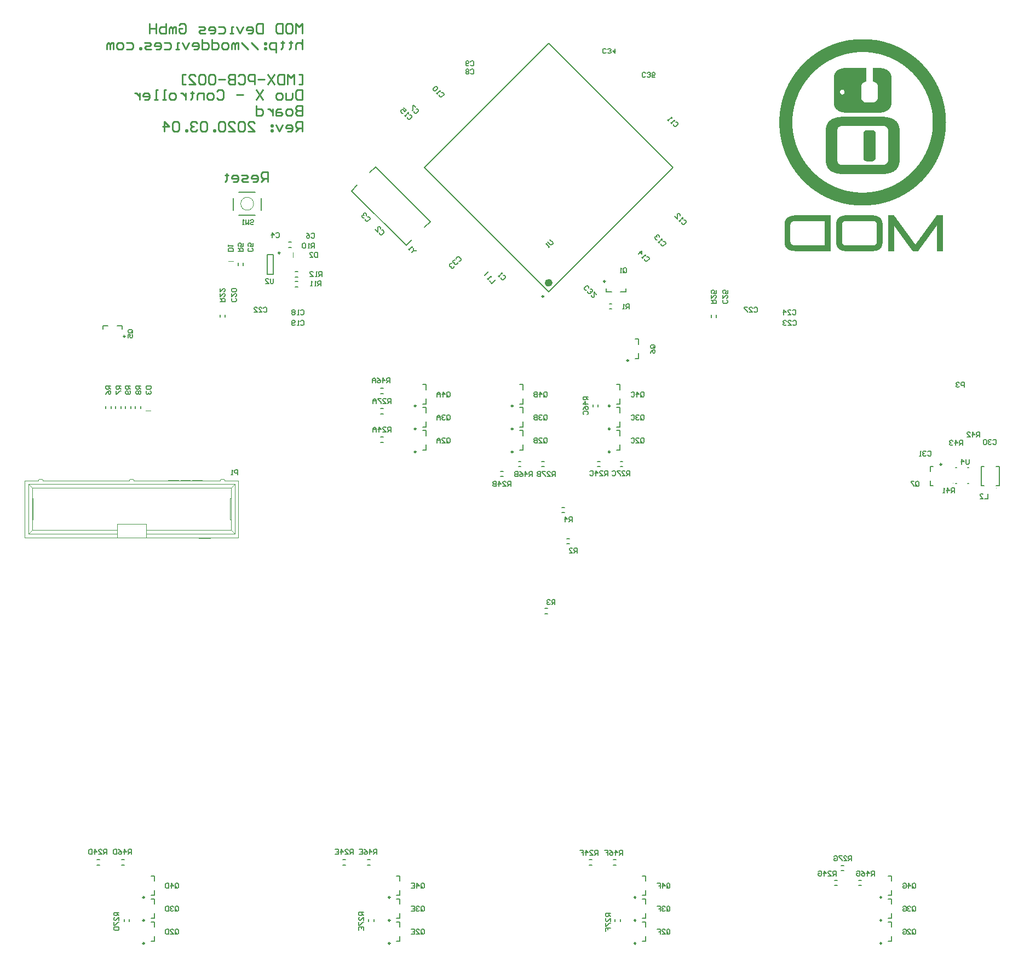
<source format=gbo>
G04 Layer_Color=32896*
%FSLAX44Y44*%
%MOMM*%
G71*
G01*
G75*
%ADD21C,0.2540*%
%ADD23C,0.1524*%
%ADD58C,0.1000*%
%ADD59C,0.2500*%
%ADD60C,0.2000*%
%ADD61C,0.1500*%
%ADD108C,0.6000*%
%ADD109C,0.0203*%
%ADD110C,0.1520*%
D21*
X222250Y1113790D02*
Y1129025D01*
X214632D01*
X212093Y1126486D01*
Y1121407D01*
X214632Y1118868D01*
X222250D01*
X217172D02*
X212093Y1113790D01*
X199397D02*
X204476D01*
X207015Y1116329D01*
Y1121407D01*
X204476Y1123947D01*
X199397D01*
X196858Y1121407D01*
Y1118868D01*
X207015D01*
X191780Y1113790D02*
X184162D01*
X181623Y1116329D01*
X184162Y1118868D01*
X189241D01*
X191780Y1121407D01*
X189241Y1123947D01*
X181623D01*
X168927Y1113790D02*
X174006D01*
X176545Y1116329D01*
Y1121407D01*
X174006Y1123947D01*
X168927D01*
X166388Y1121407D01*
Y1118868D01*
X176545D01*
X158771Y1126486D02*
Y1123947D01*
X161310D01*
X156231D01*
X158771D01*
Y1116329D01*
X156231Y1113790D01*
X275590Y1342607D02*
Y1357842D01*
X270512Y1352764D01*
X265433Y1357842D01*
Y1342607D01*
X252737Y1357842D02*
X257816D01*
X260355Y1355303D01*
Y1345146D01*
X257816Y1342607D01*
X252737D01*
X250198Y1345146D01*
Y1355303D01*
X252737Y1357842D01*
X245120D02*
Y1342607D01*
X237502D01*
X234963Y1345146D01*
Y1355303D01*
X237502Y1357842D01*
X245120D01*
X214650D02*
Y1342607D01*
X207032D01*
X204493Y1345146D01*
Y1355303D01*
X207032Y1357842D01*
X214650D01*
X191797Y1342607D02*
X196875D01*
X199415Y1345146D01*
Y1350224D01*
X196875Y1352764D01*
X191797D01*
X189258Y1350224D01*
Y1347685D01*
X199415D01*
X184180Y1352764D02*
X179101Y1342607D01*
X174023Y1352764D01*
X168944Y1342607D02*
X163866D01*
X166405D01*
Y1352764D01*
X168944D01*
X146092D02*
X153709D01*
X156249Y1350224D01*
Y1345146D01*
X153709Y1342607D01*
X146092D01*
X133396D02*
X138474D01*
X141013Y1345146D01*
Y1350224D01*
X138474Y1352764D01*
X133396D01*
X130857Y1350224D01*
Y1347685D01*
X141013D01*
X125779Y1342607D02*
X118161D01*
X115622Y1345146D01*
X118161Y1347685D01*
X123239D01*
X125779Y1350224D01*
X123239Y1352764D01*
X115622D01*
X85152Y1355303D02*
X87691Y1357842D01*
X92769D01*
X95308Y1355303D01*
Y1345146D01*
X92769Y1342607D01*
X87691D01*
X85152Y1345146D01*
Y1350224D01*
X90230D01*
X80073Y1342607D02*
Y1352764D01*
X77534D01*
X74995Y1350224D01*
Y1342607D01*
Y1350224D01*
X72456Y1352764D01*
X69917Y1350224D01*
Y1342607D01*
X64838Y1357842D02*
Y1342607D01*
X57221D01*
X54682Y1345146D01*
Y1347685D01*
Y1350224D01*
X57221Y1352764D01*
X64838D01*
X49603Y1357842D02*
Y1342607D01*
Y1350224D01*
X39446D01*
Y1357842D01*
Y1342607D01*
X275590Y1333464D02*
Y1318229D01*
Y1325846D01*
X273051Y1328385D01*
X267973D01*
X265433Y1325846D01*
Y1318229D01*
X257816Y1330925D02*
Y1328385D01*
X260355D01*
X255277D01*
X257816D01*
Y1320768D01*
X255277Y1318229D01*
X245120Y1330925D02*
Y1328385D01*
X247659D01*
X242581D01*
X245120D01*
Y1320768D01*
X242581Y1318229D01*
X234963Y1313150D02*
Y1328385D01*
X227346D01*
X224806Y1325846D01*
Y1320768D01*
X227346Y1318229D01*
X234963D01*
X219728Y1328385D02*
X217189D01*
Y1325846D01*
X219728D01*
Y1328385D01*
Y1320768D02*
X217189D01*
Y1318229D01*
X219728D01*
Y1320768D01*
X207032Y1318229D02*
X196875Y1328385D01*
X191797Y1318229D02*
X181640Y1328385D01*
X176562Y1318229D02*
Y1328385D01*
X174023D01*
X171484Y1325846D01*
Y1318229D01*
Y1325846D01*
X168944Y1328385D01*
X166405Y1325846D01*
Y1318229D01*
X158788D02*
X153709D01*
X151170Y1320768D01*
Y1325846D01*
X153709Y1328385D01*
X158788D01*
X161327Y1325846D01*
Y1320768D01*
X158788Y1318229D01*
X135935Y1333464D02*
Y1318229D01*
X143553D01*
X146092Y1320768D01*
Y1325846D01*
X143553Y1328385D01*
X135935D01*
X120700Y1333464D02*
Y1318229D01*
X128318D01*
X130857Y1320768D01*
Y1325846D01*
X128318Y1328385D01*
X120700D01*
X108004Y1318229D02*
X113083D01*
X115622Y1320768D01*
Y1325846D01*
X113083Y1328385D01*
X108004D01*
X105465Y1325846D01*
Y1323307D01*
X115622D01*
X100387Y1328385D02*
X95308Y1318229D01*
X90230Y1328385D01*
X85152Y1318229D02*
X80073D01*
X82612D01*
Y1328385D01*
X85152D01*
X62299D02*
X69917D01*
X72456Y1325846D01*
Y1320768D01*
X69917Y1318229D01*
X62299D01*
X49603D02*
X54682D01*
X57221Y1320768D01*
Y1325846D01*
X54682Y1328385D01*
X49603D01*
X47064Y1325846D01*
Y1323307D01*
X57221D01*
X41986Y1318229D02*
X34368D01*
X31829Y1320768D01*
X34368Y1323307D01*
X39446D01*
X41986Y1325846D01*
X39446Y1328385D01*
X31829D01*
X26751Y1318229D02*
Y1320768D01*
X24211D01*
Y1318229D01*
X26751D01*
X3898Y1328385D02*
X11515D01*
X14055Y1325846D01*
Y1320768D01*
X11515Y1318229D01*
X3898D01*
X-3720D02*
X-8798D01*
X-11337Y1320768D01*
Y1325846D01*
X-8798Y1328385D01*
X-3720D01*
X-1180Y1325846D01*
Y1320768D01*
X-3720Y1318229D01*
X-16415D02*
Y1328385D01*
X-18955D01*
X-21494Y1325846D01*
Y1318229D01*
Y1325846D01*
X-24033Y1328385D01*
X-26572Y1325846D01*
Y1318229D01*
X270512Y1264394D02*
X275590D01*
Y1279629D01*
X270512D01*
X262894Y1264394D02*
Y1279629D01*
X257816Y1274551D01*
X252737Y1279629D01*
Y1264394D01*
X247659Y1279629D02*
Y1264394D01*
X240042D01*
X237502Y1266933D01*
Y1277090D01*
X240042Y1279629D01*
X247659D01*
X232424D02*
X222267Y1264394D01*
Y1279629D02*
X232424Y1264394D01*
X217189Y1272012D02*
X207032D01*
X201954Y1264394D02*
Y1279629D01*
X194336D01*
X191797Y1277090D01*
Y1272012D01*
X194336Y1269473D01*
X201954D01*
X176562Y1277090D02*
X179101Y1279629D01*
X184180D01*
X186719Y1277090D01*
Y1266933D01*
X184180Y1264394D01*
X179101D01*
X176562Y1266933D01*
X171484Y1279629D02*
Y1264394D01*
X163866D01*
X161327Y1266933D01*
Y1269473D01*
X163866Y1272012D01*
X171484D01*
X163866D01*
X161327Y1274551D01*
Y1277090D01*
X163866Y1279629D01*
X171484D01*
X156249Y1272012D02*
X146092D01*
X141013Y1277090D02*
X138474Y1279629D01*
X133396D01*
X130857Y1277090D01*
Y1266933D01*
X133396Y1264394D01*
X138474D01*
X141013Y1266933D01*
Y1277090D01*
X125779D02*
X123239Y1279629D01*
X118161D01*
X115622Y1277090D01*
Y1266933D01*
X118161Y1264394D01*
X123239D01*
X125779Y1266933D01*
Y1277090D01*
X100387Y1264394D02*
X110543D01*
X100387Y1274551D01*
Y1277090D01*
X102926Y1279629D01*
X108004D01*
X110543Y1277090D01*
X95308Y1264394D02*
X90230D01*
Y1279629D01*
X95308D01*
X275590Y1255251D02*
Y1240016D01*
X267973D01*
X265433Y1242555D01*
Y1252712D01*
X267973Y1255251D01*
X275590D01*
X260355Y1250173D02*
Y1242555D01*
X257816Y1240016D01*
X250198D01*
Y1250173D01*
X242581Y1240016D02*
X237502D01*
X234963Y1242555D01*
Y1247634D01*
X237502Y1250173D01*
X242581D01*
X245120Y1247634D01*
Y1242555D01*
X242581Y1240016D01*
X214650Y1255251D02*
X204493Y1240016D01*
Y1255251D02*
X214650Y1240016D01*
X184180Y1247634D02*
X174023D01*
X143553Y1252712D02*
X146092Y1255251D01*
X151170D01*
X153709Y1252712D01*
Y1242555D01*
X151170Y1240016D01*
X146092D01*
X143553Y1242555D01*
X135935Y1240016D02*
X130857D01*
X128318Y1242555D01*
Y1247634D01*
X130857Y1250173D01*
X135935D01*
X138474Y1247634D01*
Y1242555D01*
X135935Y1240016D01*
X123239D02*
Y1250173D01*
X115622D01*
X113083Y1247634D01*
Y1240016D01*
X105465Y1252712D02*
Y1250173D01*
X108004D01*
X102926D01*
X105465D01*
Y1242555D01*
X102926Y1240016D01*
X95308Y1250173D02*
Y1240016D01*
Y1245095D01*
X92769Y1247634D01*
X90230Y1250173D01*
X87691D01*
X77534Y1240016D02*
X72456D01*
X69917Y1242555D01*
Y1247634D01*
X72456Y1250173D01*
X77534D01*
X80073Y1247634D01*
Y1242555D01*
X77534Y1240016D01*
X64838D02*
X59760D01*
X62299D01*
Y1255251D01*
X64838D01*
X52142Y1240016D02*
X47064D01*
X49603D01*
Y1255251D01*
X52142D01*
X31829Y1240016D02*
X36907D01*
X39446Y1242555D01*
Y1247634D01*
X36907Y1250173D01*
X31829D01*
X29290Y1247634D01*
Y1245095D01*
X39446D01*
X24211Y1250173D02*
Y1240016D01*
Y1245095D01*
X21672Y1247634D01*
X19133Y1250173D01*
X16594D01*
X275590Y1230873D02*
Y1215638D01*
X267973D01*
X265433Y1218177D01*
Y1220716D01*
X267973Y1223256D01*
X275590D01*
X267973D01*
X265433Y1225795D01*
Y1228334D01*
X267973Y1230873D01*
X275590D01*
X257816Y1215638D02*
X252737D01*
X250198Y1218177D01*
Y1223256D01*
X252737Y1225795D01*
X257816D01*
X260355Y1223256D01*
Y1218177D01*
X257816Y1215638D01*
X242581Y1225795D02*
X237502D01*
X234963Y1223256D01*
Y1215638D01*
X242581D01*
X245120Y1218177D01*
X242581Y1220716D01*
X234963D01*
X229885Y1225795D02*
Y1215638D01*
Y1220716D01*
X227346Y1223256D01*
X224806Y1225795D01*
X222267D01*
X204493Y1230873D02*
Y1215638D01*
X212111D01*
X214650Y1218177D01*
Y1223256D01*
X212111Y1225795D01*
X204493D01*
X275590Y1191260D02*
Y1206495D01*
X267973D01*
X265433Y1203956D01*
Y1198877D01*
X267973Y1196338D01*
X275590D01*
X270512D02*
X265433Y1191260D01*
X252737D02*
X257816D01*
X260355Y1193799D01*
Y1198877D01*
X257816Y1201417D01*
X252737D01*
X250198Y1198877D01*
Y1196338D01*
X260355D01*
X245120Y1201417D02*
X240042Y1191260D01*
X234963Y1201417D01*
X229885D02*
X227346D01*
Y1198877D01*
X229885D01*
Y1201417D01*
Y1193799D02*
X227346D01*
Y1191260D01*
X229885D01*
Y1193799D01*
X191797Y1191260D02*
X201954D01*
X191797Y1201417D01*
Y1203956D01*
X194336Y1206495D01*
X199415D01*
X201954Y1203956D01*
X186719D02*
X184180Y1206495D01*
X179101D01*
X176562Y1203956D01*
Y1193799D01*
X179101Y1191260D01*
X184180D01*
X186719Y1193799D01*
Y1203956D01*
X161327Y1191260D02*
X171484D01*
X161327Y1201417D01*
Y1203956D01*
X163866Y1206495D01*
X168944D01*
X171484Y1203956D01*
X156249D02*
X153709Y1206495D01*
X148631D01*
X146092Y1203956D01*
Y1193799D01*
X148631Y1191260D01*
X153709D01*
X156249Y1193799D01*
Y1203956D01*
X141013Y1191260D02*
Y1193799D01*
X138474D01*
Y1191260D01*
X141013D01*
X128318Y1203956D02*
X125779Y1206495D01*
X120700D01*
X118161Y1203956D01*
Y1193799D01*
X120700Y1191260D01*
X125779D01*
X128318Y1193799D01*
Y1203956D01*
X113083D02*
X110543Y1206495D01*
X105465D01*
X102926Y1203956D01*
Y1201417D01*
X105465Y1198877D01*
X108004D01*
X105465D01*
X102926Y1196338D01*
Y1193799D01*
X105465Y1191260D01*
X110543D01*
X113083Y1193799D01*
X97847Y1191260D02*
Y1193799D01*
X95308D01*
Y1191260D01*
X97847D01*
X85152Y1203956D02*
X82612Y1206495D01*
X77534D01*
X74995Y1203956D01*
Y1193799D01*
X77534Y1191260D01*
X82612D01*
X85152Y1193799D01*
Y1203956D01*
X62299Y1191260D02*
Y1206495D01*
X69917Y1198877D01*
X59760D01*
D23*
X351864Y1099398D02*
X360647Y1108181D01*
X351864Y1099398D02*
X436458Y1014804D01*
X464854Y1043199D02*
X473636Y1051982D01*
X389042Y1136576D02*
X473636Y1051982D01*
X380259Y1127794D02*
X389042Y1136576D01*
X436458Y1014804D02*
X445241Y1023587D01*
D58*
X200445Y1079500D02*
G03*
X200445Y1079500I-9919J0D01*
G01*
X1282010Y647090D02*
G03*
X1282010Y647090I-500J0D01*
G01*
X1348690Y639480D02*
G03*
X1348690Y639480I-500J0D01*
G01*
X149763Y653247D02*
G03*
X148763Y652247I0J-1000D01*
G01*
X155763D02*
G03*
X154763Y653247I-1000J0D01*
G01*
X9163D02*
G03*
X8163Y652247I0J-1000D01*
G01*
X15163D02*
G03*
X14163Y653247I-1000J0D01*
G01*
X-131437Y653247D02*
G03*
X-132437Y652247I0J-1000D01*
G01*
X-125437D02*
G03*
X-126437Y653247I-1000J0D01*
G01*
X161405Y990922D02*
X169025D01*
X261735Y996892D02*
Y1004512D01*
X163764Y590747D02*
X165263D01*
X163764Y623747D02*
X165263Y623747D01*
X155764Y651247D02*
X155764Y652247D01*
X148763Y651247D02*
Y652247D01*
X149763Y653247D02*
X154763Y653247D01*
X133763Y562247D02*
Y563247D01*
X115763Y562247D02*
Y563247D01*
X120764Y651247D02*
Y651747D01*
X105763Y651247D02*
Y651747D01*
X120764Y651747D01*
X87430D02*
X87847D01*
X87430Y651247D02*
X87430Y651747D01*
X102013D02*
X102430D01*
Y651247D02*
Y651747D01*
X101597Y651747D02*
X102013Y651747D01*
X102013Y651247D01*
X87847Y651747D02*
X88263Y651747D01*
X87847Y651247D02*
X87847Y651747D01*
X88263Y651747D02*
X89097Y651747D01*
X88263Y651247D02*
Y651747D01*
X100763Y651747D02*
X101597Y651747D01*
Y651247D02*
Y651747D01*
X89097Y651747D02*
X90347D01*
X89097Y651247D02*
X89097Y651747D01*
X99513D02*
X100763D01*
Y651247D02*
Y651747D01*
X97430Y651747D02*
X99513Y651747D01*
Y651247D02*
Y651747D01*
X90347D02*
X92430D01*
X90347Y651247D02*
Y651747D01*
X92430Y651247D02*
Y651747D01*
X94930D01*
Y651247D02*
Y651747D01*
X97430Y651747D01*
X97430Y651247D01*
X68680Y651747D02*
X69097D01*
X68680D02*
X68680Y651247D01*
X69097Y651747D02*
X70347D01*
X69097Y651247D02*
X69097Y651747D01*
X70347D02*
X72013D01*
X70347Y651247D02*
Y651747D01*
X72013D02*
X74097D01*
X72013Y651247D02*
Y651747D01*
X74097D02*
X81597D01*
X74097Y651247D02*
X74097Y651747D01*
X81597Y651247D02*
Y651747D01*
X84097D01*
Y651247D02*
Y651747D01*
X34163Y563247D02*
Y568847D01*
Y574747D02*
X34163Y584247D01*
X8163Y651247D02*
Y652247D01*
X15163Y651247D02*
Y652247D01*
X9163Y653247D02*
X14163D01*
X-10837Y563247D02*
Y568847D01*
Y574747D02*
Y584247D01*
X-131437Y653247D02*
X-126437D01*
X-125437Y651247D02*
Y652247D01*
X-132437Y651247D02*
Y652247D01*
X-141937Y590747D02*
X-140437Y590747D01*
X-141937Y623747D02*
X-140437D01*
X-147837Y645647D02*
X-141937Y639747D01*
X163764Y590747D02*
Y623747D01*
X34163Y568847D02*
Y574747D01*
X-10837Y568847D02*
Y574747D01*
X-147837Y568847D02*
X-141937Y574747D01*
X-140437Y590747D02*
Y623747D01*
X176763Y563247D02*
Y651247D01*
X171163Y568847D02*
Y645647D01*
X165263Y574747D02*
Y639747D01*
X-153437Y651247D02*
X-153437Y563247D01*
X-141937Y574747D02*
X-141937Y639747D01*
X-147837Y568847D02*
X-147837Y645647D01*
X155764Y651247D02*
X176763Y651247D01*
X165263Y639747D02*
X171163Y645647D01*
X115763Y562247D02*
X133763D01*
X-10837Y563247D02*
X34163Y563247D01*
X-10837Y584247D02*
X34163Y584247D01*
X-153437Y651247D02*
X-132437D01*
X165263Y574747D02*
X171163Y568847D01*
X-147837D02*
X-10837D01*
X-153437Y563247D02*
X-10837Y563247D01*
X-141937Y574747D02*
X-10837D01*
X-125437Y651247D02*
X8163Y651247D01*
X34163Y563247D02*
X176763D01*
X34163Y568847D02*
X171163D01*
X34163Y574747D02*
X165263Y574747D01*
X-141937Y639747D02*
X165263Y639747D01*
X15163Y651247D02*
X148763D01*
X-147837Y645647D02*
X171163Y645647D01*
X33899Y759460D02*
X41519D01*
D59*
X451490Y695740D02*
G03*
X451490Y695740I-1250J0D01*
G01*
Y731300D02*
G03*
X451490Y731300I-1250J0D01*
G01*
Y766860D02*
G03*
X451490Y766860I-1250J0D01*
G01*
X601490Y731300D02*
G03*
X601490Y731300I-1250J0D01*
G01*
Y766860D02*
G03*
X601490Y766860I-1250J0D01*
G01*
Y695740D02*
G03*
X601490Y695740I-1250J0D01*
G01*
X751490D02*
G03*
X751490Y695740I-1250J0D01*
G01*
Y731300D02*
G03*
X751490Y731300I-1250J0D01*
G01*
Y766860D02*
G03*
X751490Y766860I-1250J0D01*
G01*
X31490Y6860D02*
G03*
X31490Y6860I-1250J0D01*
G01*
Y-64260D02*
G03*
X31490Y-64260I-1250J0D01*
G01*
Y-28700D02*
G03*
X31490Y-28700I-1250J0D01*
G01*
X411490Y-64260D02*
G03*
X411490Y-64260I-1250J0D01*
G01*
Y6860D02*
G03*
X411490Y6860I-1250J0D01*
G01*
Y-28700D02*
G03*
X411490Y-28700I-1250J0D01*
G01*
X791490Y6860D02*
G03*
X791490Y6860I-1250J0D01*
G01*
Y-64260D02*
G03*
X791490Y-64260I-1250J0D01*
G01*
Y-28700D02*
G03*
X791490Y-28700I-1250J0D01*
G01*
X1171490D02*
G03*
X1171490Y-28700I-1250J0D01*
G01*
Y-64260D02*
G03*
X1171490Y-64260I-1250J0D01*
G01*
Y6860D02*
G03*
X1171490Y6860I-1250J0D01*
G01*
X780148Y837068D02*
G03*
X780148Y837068I-1250J0D01*
G01*
X1703Y874420D02*
G03*
X1703Y874420I-1250J0D01*
G01*
X744187Y959460D02*
G03*
X744187Y959460I-1250J0D01*
G01*
X1264240Y676480D02*
G03*
X1264240Y676480I-1250J0D01*
G01*
X241175Y1003461D02*
G03*
X241175Y1003461I-1250J0D01*
G01*
X648824Y936153D02*
G03*
X648824Y936153I-1250J0D01*
G01*
D60*
X466740Y720740D02*
Y728740D01*
X461740D02*
X466740D01*
X466740Y698740D02*
X466740Y706740D01*
X461740Y698740D02*
X466740D01*
Y756300D02*
Y764300D01*
X461740D02*
X466740D01*
Y734300D02*
Y742300D01*
X461740Y734300D02*
X466740D01*
Y791860D02*
Y799860D01*
X461740D02*
X466740D01*
Y769860D02*
Y777860D01*
X461740Y769860D02*
X466740D01*
X616740Y756300D02*
Y764300D01*
X611740D02*
X616740D01*
Y734300D02*
Y742300D01*
X611740Y734300D02*
X616740D01*
Y791860D02*
Y799860D01*
X611740D02*
X616740D01*
Y769860D02*
Y777860D01*
X611740Y769860D02*
X616740D01*
Y720740D02*
Y728740D01*
X611740D02*
X616740D01*
Y698740D02*
Y706740D01*
X611740Y698740D02*
X616740D01*
X766740Y720740D02*
Y728740D01*
X761740D02*
X766740D01*
Y698740D02*
Y706740D01*
X761740Y698740D02*
X766740D01*
Y756300D02*
Y764300D01*
X761740D02*
X766740D01*
Y734300D02*
Y742300D01*
X761740Y734300D02*
X766740D01*
Y791860D02*
Y799860D01*
X761740D02*
X766740D01*
Y769860D02*
Y777860D01*
X761740Y769860D02*
X766740D01*
X46740Y31860D02*
Y39860D01*
X41740D02*
X46740D01*
Y9860D02*
Y17860D01*
X41740Y9860D02*
X46740D01*
Y-39260D02*
Y-31260D01*
X41740D02*
X46740D01*
Y-61260D02*
Y-53260D01*
X41740Y-61260D02*
X46740D01*
Y-3700D02*
Y4300D01*
X41740D02*
X46740D01*
Y-25700D02*
Y-17700D01*
X41740Y-25700D02*
X46740D01*
X426740Y-39260D02*
Y-31260D01*
X421740D02*
X426740D01*
Y-61260D02*
Y-53260D01*
X421740Y-61260D02*
X426740D01*
Y31860D02*
Y39860D01*
X421740D02*
X426740D01*
Y9860D02*
Y17860D01*
X421740Y9860D02*
X426740D01*
Y-3700D02*
Y4300D01*
X421740D02*
X426740D01*
Y-25700D02*
Y-17700D01*
X421740Y-25700D02*
X426740D01*
X806740Y31860D02*
Y39860D01*
X801740D02*
X806740D01*
Y9860D02*
Y17860D01*
X801740Y9860D02*
X806740D01*
Y-39260D02*
Y-31260D01*
X801740D02*
X806740D01*
Y-61260D02*
Y-53260D01*
X801740Y-61260D02*
X806740D01*
Y-3700D02*
Y4300D01*
X801740D02*
X806740D01*
Y-25700D02*
Y-17700D01*
X801740Y-25700D02*
X806740D01*
X1186740Y-3700D02*
Y4300D01*
X1181740D02*
X1186740D01*
Y-25700D02*
Y-17700D01*
X1181740Y-25700D02*
X1186740D01*
Y-39260D02*
Y-31260D01*
X1181740D02*
X1186740D01*
Y-61260D02*
Y-53260D01*
X1181740Y-61260D02*
X1186740D01*
Y31860D02*
Y39860D01*
X1181740D02*
X1186740D01*
Y9860D02*
Y17860D01*
X1181740Y9860D02*
X1186740D01*
X156400Y903900D02*
Y907900D01*
X148400Y903900D02*
Y907900D01*
X915860Y903510D02*
Y907510D01*
X907860Y903510D02*
Y907510D01*
X176455Y983842D02*
Y987842D01*
X184455Y983842D02*
Y987842D01*
X254540Y1011942D02*
X258540D01*
X254540Y1019942D02*
X258540D01*
X264815Y966222D02*
X268815Y966222D01*
X264815Y974222D02*
X268815Y974222D01*
X264815Y950982D02*
X268815D01*
X264815Y958982D02*
X268815Y958982D01*
X795398Y862068D02*
Y870068D01*
X790398D02*
X795398D01*
Y840068D02*
Y848068D01*
X790398Y840068D02*
X795398D01*
X-32547Y890920D02*
X-24547D01*
X-32547Y885920D02*
Y890920D01*
X-10547D02*
X-2547D01*
Y885920D02*
Y890920D01*
X685070Y553530D02*
X689070D01*
X685070Y561530D02*
X689070D01*
X650780Y453580D02*
X654780D01*
X650780Y445580D02*
X654780D01*
X677450Y601790D02*
X681450D01*
X677450Y609790D02*
X681450D01*
X17590Y762540D02*
Y766540D01*
X25590Y762540D02*
Y766540D01*
X2350Y762540D02*
Y766540D01*
X10350Y762540D02*
Y766540D01*
X-12890Y762540D02*
Y766540D01*
X-4890Y762540D02*
Y766540D01*
X-28130Y762540D02*
Y766540D01*
X-20130Y762540D02*
Y766540D01*
X745938Y942960D02*
Y947960D01*
Y942960D02*
X753938D01*
X775938D02*
Y947960D01*
X767937Y942960D02*
X775938D01*
X750392Y924750D02*
X754392D01*
X750392Y916750D02*
X754392D01*
X-3270Y56960D02*
X730D01*
X-3270Y64960D02*
X730D01*
X243Y-30647D02*
Y-26647D01*
X8243Y-30647D02*
Y-26647D01*
X396780Y793940D02*
X400780D01*
X396780Y785940D02*
X400780D01*
X582413Y657670D02*
X586413D01*
X582413Y665670D02*
X586413D01*
X756806Y56960D02*
X760807D01*
X756806Y64960D02*
X760807D01*
X396780Y762800D02*
X400780D01*
X396780Y754800D02*
X400780D01*
X645700Y672910D02*
X649700D01*
X645700Y680910D02*
X649700D01*
X759270Y-30650D02*
Y-26650D01*
X767270Y-30650D02*
Y-26650D01*
X1109250Y56070D02*
X1113250D01*
X1109250Y48070D02*
X1113250D01*
X725110Y765080D02*
Y769080D01*
X733110Y765080D02*
Y769080D01*
X376460Y56960D02*
X380460D01*
X376460Y64960D02*
X380460D01*
X378296Y-30650D02*
Y-26650D01*
X386296Y-30650D02*
Y-26650D01*
X732459Y672910D02*
X736459D01*
X732459Y680910D02*
X736459D01*
X-41370Y64960D02*
X-37370D01*
X-41370Y56960D02*
X-37370D01*
X396780Y718795D02*
X400780D01*
X396780Y710795D02*
X400780D01*
X609740Y680910D02*
X613740D01*
X609740Y672910D02*
X613740D01*
X719360Y64960D02*
X723360D01*
X719360Y56960D02*
X723360D01*
X1099090Y33210D02*
X1103090D01*
X1099090Y25210D02*
X1103090D01*
X338360Y64960D02*
X342360D01*
X338360Y56960D02*
X342360D01*
X767240Y680910D02*
X771240D01*
X767240Y672910D02*
X771240D01*
X1135920Y33210D02*
X1139920D01*
X1135920Y25210D02*
X1139920D01*
X1285510Y647090D02*
X1287560Y647090D01*
X1304460D02*
X1306510Y647090D01*
X1285510Y671090D02*
X1287560D01*
X1304460D02*
X1306510D01*
X1246490Y673480D02*
X1251490D01*
X1246490Y665480D02*
Y673480D01*
X1246490Y643480D02*
X1251490D01*
X1246490D02*
Y651480D01*
X1325190Y673480D02*
X1330190Y673480D01*
X1325190Y643480D02*
X1330190Y643480D01*
X1348190Y673480D02*
X1353190Y673480D01*
X1348190Y643480D02*
X1353190Y643480D01*
X1325190D02*
Y673480D01*
X1353190Y643480D02*
Y673480D01*
X221175Y1000961D02*
X231175D01*
X221175Y969961D02*
X231175D01*
Y1000961D01*
X221175Y969961D02*
Y1000961D01*
X464257Y1135380D02*
X656590Y943047D01*
Y1327713D02*
X848923Y1135380D01*
X656590Y943047D02*
X848923Y1135380D01*
X464257D02*
X656590Y1327713D01*
X557785Y968838D02*
X563442Y974495D01*
D61*
X398394Y1038519D02*
X400161D01*
X401928Y1036751D01*
Y1034984D01*
X398394Y1031450D01*
X396626D01*
X394859Y1033217D01*
Y1034984D01*
X388674Y1039402D02*
X392208Y1035868D01*
Y1042937D01*
X393092Y1043820D01*
X394859D01*
X396626Y1042053D01*
Y1040286D01*
X376804Y1059512D02*
X378571D01*
X380338Y1057745D01*
Y1055978D01*
X376804Y1052444D01*
X375036D01*
X373269Y1054211D01*
Y1055978D01*
X375036Y1061280D02*
Y1063047D01*
X373269Y1064814D01*
X371502D01*
X370618Y1063930D01*
Y1062163D01*
X371502Y1061280D01*
X370618Y1062163D01*
X368851Y1062163D01*
X367968Y1061280D01*
Y1059512D01*
X369735Y1057745D01*
X371502D01*
X235050Y1033620D02*
X236299Y1034869D01*
X238799D01*
X240048Y1033620D01*
Y1028621D01*
X238799Y1027372D01*
X236299D01*
X235050Y1028621D01*
X228802Y1027372D02*
Y1034869D01*
X232551Y1031121D01*
X227552D01*
X198133Y1010780D02*
X199382Y1009531D01*
Y1007031D01*
X198133Y1005782D01*
X193134D01*
X191885Y1007031D01*
Y1009531D01*
X193134Y1010780D01*
X199382Y1018278D02*
Y1013279D01*
X195634D01*
X196883Y1015779D01*
Y1017028D01*
X195634Y1018278D01*
X193134D01*
X191885Y1017028D01*
Y1014529D01*
X193134Y1013279D01*
X289642Y1032855D02*
X290891Y1034104D01*
X293390D01*
X294640Y1032855D01*
Y1027856D01*
X293390Y1026607D01*
X290891D01*
X289642Y1027856D01*
X282144Y1034104D02*
X284643Y1032855D01*
X287142Y1030355D01*
Y1027856D01*
X285893Y1026607D01*
X283394D01*
X282144Y1027856D01*
Y1029106D01*
X283394Y1030355D01*
X287142D01*
X451734Y1225882D02*
X453501D01*
X455268Y1224115D01*
Y1222348D01*
X451734Y1218814D01*
X449966D01*
X448199Y1220581D01*
Y1222348D01*
X450850Y1228533D02*
X447316Y1232068D01*
X446432Y1231184D01*
Y1224115D01*
X445548Y1223232D01*
X536022Y1286408D02*
X537271Y1287658D01*
X539770D01*
X541020Y1286408D01*
Y1281410D01*
X539770Y1280160D01*
X537271D01*
X536022Y1281410D01*
X533522Y1286408D02*
X532273Y1287658D01*
X529774D01*
X528524Y1286408D01*
Y1285158D01*
X529774Y1283909D01*
X528524Y1282659D01*
Y1281410D01*
X529774Y1280160D01*
X532273D01*
X533522Y1281410D01*
Y1282659D01*
X532273Y1283909D01*
X533522Y1285158D01*
Y1286408D01*
X532273Y1283909D02*
X529774D01*
X536022Y1299108D02*
X537271Y1300358D01*
X539770D01*
X541020Y1299108D01*
Y1294110D01*
X539770Y1292860D01*
X537271D01*
X536022Y1294110D01*
X533522D02*
X532273Y1292860D01*
X529774D01*
X528524Y1294110D01*
Y1299108D01*
X529774Y1300358D01*
X532273D01*
X533522Y1299108D01*
Y1297858D01*
X532273Y1296609D01*
X528524D01*
X491104Y1251282D02*
X492871D01*
X494638Y1249515D01*
Y1247748D01*
X491104Y1244214D01*
X489336D01*
X487569Y1245981D01*
Y1247748D01*
X484918Y1248632D02*
X483151Y1250399D01*
X484035Y1249515D01*
X489336Y1254817D01*
Y1253050D01*
X484918Y1257468D02*
Y1259235D01*
X483151Y1261002D01*
X481384D01*
X477850Y1257468D01*
Y1255700D01*
X479617Y1253933D01*
X481384D01*
X484918Y1257468D01*
X853054Y1205562D02*
X854821D01*
X856588Y1203795D01*
Y1202028D01*
X853054Y1198494D01*
X851286D01*
X849519Y1200261D01*
Y1202028D01*
X846868Y1202912D02*
X845101Y1204679D01*
X845985Y1203795D01*
X851286Y1209097D01*
Y1207330D01*
X842450D02*
X840683Y1209097D01*
X841567Y1208213D01*
X846868Y1213515D01*
Y1211748D01*
X866005Y1054432D02*
X867772D01*
X869539Y1052665D01*
Y1050898D01*
X866005Y1047364D01*
X864238D01*
X862470Y1049131D01*
Y1050898D01*
X859820Y1051782D02*
X858052Y1053549D01*
X858936Y1052665D01*
X864238Y1057967D01*
Y1056200D01*
X851867Y1059734D02*
X855402Y1056200D01*
Y1063268D01*
X856285Y1064152D01*
X858052D01*
X859820Y1062385D01*
Y1060618D01*
X834004Y1021412D02*
X835771D01*
X837538Y1019645D01*
Y1017878D01*
X834004Y1014344D01*
X832236D01*
X830469Y1016111D01*
Y1017878D01*
X827818Y1018762D02*
X826051Y1020529D01*
X826935Y1019645D01*
X832236Y1024947D01*
Y1023180D01*
X827818Y1027598D02*
Y1029365D01*
X826051Y1031132D01*
X824284D01*
X823400Y1030248D01*
Y1028481D01*
X824284Y1027598D01*
X823400Y1028481D01*
X821633Y1028481D01*
X820750Y1027598D01*
Y1025830D01*
X822517Y1024063D01*
X824284D01*
X808604Y997282D02*
X810371D01*
X812138Y995515D01*
Y993748D01*
X808604Y990214D01*
X806836D01*
X805069Y991981D01*
Y993748D01*
X802418Y994632D02*
X800651Y996399D01*
X801535Y995515D01*
X806836Y1000817D01*
Y999050D01*
X795350Y1001700D02*
X800651Y1007002D01*
X800651Y1001700D01*
X797117Y1005235D01*
X441574Y1216992D02*
X443341D01*
X445108Y1215225D01*
Y1213458D01*
X441574Y1209924D01*
X439806D01*
X438039Y1211691D01*
Y1213458D01*
X435388Y1214342D02*
X433621Y1216109D01*
X434505Y1215225D01*
X439806Y1220527D01*
Y1218760D01*
X432738Y1227596D02*
X436272Y1224061D01*
X433621Y1221410D01*
X432738Y1224061D01*
X431854Y1224945D01*
X430087D01*
X428320Y1223178D01*
Y1221410D01*
X430087Y1219643D01*
X431854D01*
X586354Y968982D02*
X588121D01*
X589888Y967215D01*
Y965447D01*
X586354Y961913D01*
X584586D01*
X582819Y963680D01*
Y965447D01*
X580168Y966331D02*
X578401Y968098D01*
X579285Y967215D01*
X584586Y972516D01*
Y970749D01*
X273132Y914298D02*
X274381Y915548D01*
X276880D01*
X278130Y914298D01*
Y909300D01*
X276880Y908050D01*
X274381D01*
X273132Y909300D01*
X270632Y908050D02*
X268133D01*
X269383D01*
Y915548D01*
X270632Y914298D01*
X264384D02*
X263135Y915548D01*
X260636D01*
X259386Y914298D01*
Y913048D01*
X260636Y911799D01*
X259386Y910549D01*
Y909300D01*
X260636Y908050D01*
X263135D01*
X264384Y909300D01*
Y910549D01*
X263135Y911799D01*
X264384Y913048D01*
Y914298D01*
X263135Y911799D02*
X260636D01*
X273132Y897788D02*
X274381Y899038D01*
X276880D01*
X278130Y897788D01*
Y892790D01*
X276880Y891540D01*
X274381D01*
X273132Y892790D01*
X270632Y891540D02*
X268133D01*
X269383D01*
Y899038D01*
X270632Y897788D01*
X264384Y892790D02*
X263135Y891540D01*
X260636D01*
X259386Y892790D01*
Y897788D01*
X260636Y899038D01*
X263135D01*
X264384Y897788D01*
Y896538D01*
X263135Y895289D01*
X259386D01*
X172618Y933368D02*
X173868Y932119D01*
Y929620D01*
X172618Y928370D01*
X167620D01*
X166370Y929620D01*
Y932119D01*
X167620Y933368D01*
X166370Y940866D02*
Y935868D01*
X171368Y940866D01*
X172618D01*
X173868Y939616D01*
Y937117D01*
X172618Y935868D01*
Y943365D02*
X173868Y944615D01*
Y947114D01*
X172618Y948364D01*
X167620D01*
X166370Y947114D01*
Y944615D01*
X167620Y943365D01*
X172618D01*
X215982Y918108D02*
X217231Y919358D01*
X219730D01*
X220980Y918108D01*
Y913110D01*
X219730Y911860D01*
X217231D01*
X215982Y913110D01*
X208484Y911860D02*
X213482D01*
X208484Y916858D01*
Y918108D01*
X209734Y919358D01*
X212233D01*
X213482Y918108D01*
X200986Y911860D02*
X205985D01*
X200986Y916858D01*
Y918108D01*
X202236Y919358D01*
X204735D01*
X205985Y918108D01*
X1034165Y897598D02*
X1035415Y898848D01*
X1037914D01*
X1039163Y897598D01*
Y892600D01*
X1037914Y891350D01*
X1035415D01*
X1034165Y892600D01*
X1026667Y891350D02*
X1031666D01*
X1026667Y896348D01*
Y897598D01*
X1027917Y898848D01*
X1030416D01*
X1031666Y897598D01*
X1024168D02*
X1022918Y898848D01*
X1020419D01*
X1019170Y897598D01*
Y896348D01*
X1020419Y895099D01*
X1021669D01*
X1020419D01*
X1019170Y893849D01*
Y892600D01*
X1020419Y891350D01*
X1022918D01*
X1024168Y892600D01*
X1033862Y914298D02*
X1035111Y915548D01*
X1037610D01*
X1038860Y914298D01*
Y909300D01*
X1037610Y908050D01*
X1035111D01*
X1033862Y909300D01*
X1026364Y908050D02*
X1031362D01*
X1026364Y913048D01*
Y914298D01*
X1027614Y915548D01*
X1030113D01*
X1031362Y914298D01*
X1020116Y908050D02*
Y915548D01*
X1023865Y911799D01*
X1018866D01*
X932078Y930828D02*
X933328Y929579D01*
Y927080D01*
X932078Y925830D01*
X927080D01*
X925830Y927080D01*
Y929579D01*
X927080Y930828D01*
X925830Y938326D02*
Y933328D01*
X930828Y938326D01*
X932078D01*
X933328Y937076D01*
Y934577D01*
X932078Y933328D01*
X933328Y945824D02*
Y940825D01*
X929579D01*
X930828Y943324D01*
Y944574D01*
X929579Y945824D01*
X927080D01*
X925830Y944574D01*
Y942075D01*
X927080Y940825D01*
X974172Y918108D02*
X975421Y919358D01*
X977920D01*
X979170Y918108D01*
Y913110D01*
X977920Y911860D01*
X975421D01*
X974172Y913110D01*
X966674Y911860D02*
X971672D01*
X966674Y916858D01*
Y918108D01*
X967924Y919358D01*
X970423D01*
X971672Y918108D01*
X964175Y919358D02*
X959176D01*
Y918108D01*
X964175Y913110D01*
Y911860D01*
X168902Y1005782D02*
X161405D01*
Y1009531D01*
X162654Y1010780D01*
X167653D01*
X168902Y1009531D01*
Y1005782D01*
X161405Y1013279D02*
Y1015779D01*
Y1014529D01*
X168902D01*
X167653Y1013279D01*
X299720Y1004389D02*
Y996892D01*
X295971D01*
X294722Y998141D01*
Y1003140D01*
X295971Y1004389D01*
X299720D01*
X287224Y996892D02*
X292222D01*
X287224Y1001890D01*
Y1003140D01*
X288474Y1004389D01*
X290973D01*
X292222Y1003140D01*
X34412Y797560D02*
X41910D01*
Y793811D01*
X40660Y792562D01*
X35662D01*
X34412Y793811D01*
Y797560D01*
X35662Y790062D02*
X34412Y788813D01*
Y786314D01*
X35662Y785064D01*
X36912D01*
X38161Y786314D01*
Y787563D01*
Y786314D01*
X39411Y785064D01*
X40660D01*
X41910Y786314D01*
Y788813D01*
X40660Y790062D01*
X574262Y961612D02*
X568960Y956310D01*
X565426Y959844D01*
X563658Y961612D02*
X561891Y963379D01*
X562775Y962495D01*
X568076Y967797D01*
Y966030D01*
X175879Y660362D02*
Y667859D01*
X172130D01*
X170880Y666610D01*
Y664110D01*
X172130Y662861D01*
X175879D01*
X168381Y660362D02*
X165882D01*
X167131D01*
Y667859D01*
X168381Y666610D01*
X772242Y974070D02*
Y979068D01*
X773491Y980318D01*
X775990D01*
X777240Y979068D01*
Y974070D01*
X775990Y972820D01*
X773491D01*
X774741Y975319D02*
X772242Y972820D01*
X773491D02*
X772242Y974070D01*
X769742Y972820D02*
X767243D01*
X768493D01*
Y980318D01*
X769742Y979068D01*
X12413Y879758D02*
X7414D01*
X6165Y881007D01*
Y883506D01*
X7414Y884756D01*
X12413D01*
X13662Y883506D01*
Y881007D01*
X11163Y882257D02*
X13662Y879758D01*
Y881007D02*
X12413Y879758D01*
X6165Y872260D02*
Y877258D01*
X9913D01*
X8664Y874759D01*
Y873510D01*
X9913Y872260D01*
X12413D01*
X13662Y873510D01*
Y876009D01*
X12413Y877258D01*
X820080Y856062D02*
X815082D01*
X813832Y857311D01*
Y859810D01*
X815082Y861060D01*
X820080D01*
X821330Y859810D01*
Y857311D01*
X818831Y858561D02*
X821330Y856062D01*
Y857311D02*
X820080Y856062D01*
X813832Y848564D02*
X815082Y851063D01*
X817581Y853562D01*
X820080D01*
X821330Y852313D01*
Y849814D01*
X820080Y848564D01*
X818831D01*
X817581Y849814D01*
Y853562D01*
X781423Y916940D02*
Y924438D01*
X777675D01*
X776425Y923188D01*
Y920689D01*
X777675Y919439D01*
X781423D01*
X778924D02*
X776425Y916940D01*
X773926D02*
X771426D01*
X772676D01*
Y924438D01*
X773926Y923188D01*
X176645Y1005782D02*
X184142D01*
Y1009531D01*
X182893Y1010780D01*
X180394D01*
X179144Y1009531D01*
Y1005782D01*
Y1008281D02*
X176645Y1010780D01*
X184142Y1018278D02*
Y1013279D01*
X180394D01*
X181643Y1015779D01*
Y1017028D01*
X180394Y1018278D01*
X177894D01*
X176645Y1017028D01*
Y1014529D01*
X177894Y1013279D01*
X-20320Y797560D02*
X-27818D01*
Y793811D01*
X-26568Y792562D01*
X-24069D01*
X-22819Y793811D01*
Y797560D01*
Y795061D02*
X-20320Y792562D01*
X-27818Y785064D02*
X-26568Y787563D01*
X-24069Y790062D01*
X-21570D01*
X-20320Y788813D01*
Y786314D01*
X-21570Y785064D01*
X-22819D01*
X-24069Y786314D01*
Y790062D01*
X-4813Y797560D02*
X-12311D01*
Y793811D01*
X-11061Y792562D01*
X-8562D01*
X-7313Y793811D01*
Y797560D01*
Y795061D02*
X-4813Y792562D01*
X-12311Y790062D02*
Y785064D01*
X-11061D01*
X-6063Y790062D01*
X-4813D01*
X26235Y797560D02*
X18737D01*
Y793811D01*
X19986Y792562D01*
X22486D01*
X23735Y793811D01*
Y797560D01*
Y795061D02*
X26235Y792562D01*
X19986Y790062D02*
X18737Y788813D01*
Y786314D01*
X19986Y785064D01*
X21236D01*
X22486Y786314D01*
X23735Y785064D01*
X24985D01*
X26235Y786314D01*
Y788813D01*
X24985Y790062D01*
X23735D01*
X22486Y788813D01*
X21236Y790062D01*
X19986D01*
X22486Y788813D02*
Y786314D01*
X10160Y797560D02*
X2662D01*
Y793811D01*
X3912Y792562D01*
X6411D01*
X7661Y793811D01*
Y797560D01*
Y795061D02*
X10160Y792562D01*
X8910Y790062D02*
X10160Y788813D01*
Y786314D01*
X8910Y785064D01*
X3912D01*
X2662Y786314D01*
Y788813D01*
X3912Y790062D01*
X5162D01*
X6411Y788813D01*
Y785064D01*
X294640Y1010920D02*
Y1018418D01*
X290891D01*
X289642Y1017168D01*
Y1014669D01*
X290891Y1013419D01*
X294640D01*
X292141D02*
X289642Y1010920D01*
X287142D02*
X284643D01*
X285893D01*
Y1018418D01*
X287142Y1017168D01*
X280894D02*
X279645Y1018418D01*
X277146D01*
X275896Y1017168D01*
Y1012170D01*
X277146Y1010920D01*
X279645D01*
X280894Y1012170D01*
Y1017168D01*
X304800Y952500D02*
Y959998D01*
X301051D01*
X299802Y958748D01*
Y956249D01*
X301051Y954999D01*
X304800D01*
X302301D02*
X299802Y952500D01*
X297302D02*
X294803D01*
X296053D01*
Y959998D01*
X297302Y958748D01*
X291054Y952500D02*
X288555D01*
X289805D01*
Y959998D01*
X291054Y958748D01*
X306070Y967105D02*
Y974603D01*
X302321D01*
X301072Y973353D01*
Y970854D01*
X302321Y969604D01*
X306070D01*
X303571D02*
X301072Y967105D01*
X298572D02*
X296073D01*
X297323D01*
Y974603D01*
X298572Y973353D01*
X287326Y967105D02*
X292324D01*
X287326Y972103D01*
Y973353D01*
X288576Y974603D01*
X291075D01*
X292324Y973353D01*
X148590Y928370D02*
X156088D01*
Y932119D01*
X154838Y933368D01*
X152339D01*
X151089Y932119D01*
Y928370D01*
Y930869D02*
X148590Y933368D01*
Y940866D02*
Y935868D01*
X153588Y940866D01*
X154838D01*
X156088Y939616D01*
Y937117D01*
X154838Y935868D01*
X148590Y948364D02*
Y943365D01*
X153588Y948364D01*
X154838D01*
X156088Y947114D01*
Y944615D01*
X154838Y943365D01*
X908050Y925830D02*
X915548D01*
Y929579D01*
X914298Y930828D01*
X911799D01*
X910549Y929579D01*
Y925830D01*
Y928329D02*
X908050Y930828D01*
Y938326D02*
Y933328D01*
X913048Y938326D01*
X914298D01*
X915548Y937076D01*
Y934577D01*
X914298Y933328D01*
X915548Y945824D02*
Y940825D01*
X911799D01*
X913048Y943324D01*
Y944574D01*
X911799Y945824D01*
X909300D01*
X908050Y944574D01*
Y942075D01*
X909300Y940825D01*
X658668Y1023842D02*
X663086Y1019424D01*
Y1017656D01*
X661319Y1015889D01*
X659552D01*
X655134Y1020307D01*
X658668Y1013238D02*
X656901Y1011471D01*
X657785Y1012355D01*
X652483Y1017656D01*
X654250D01*
X231255Y963749D02*
Y957501D01*
X230005Y956252D01*
X227506D01*
X226256Y957501D01*
Y963749D01*
X218759Y956252D02*
X223757D01*
X218759Y961250D01*
Y962500D01*
X220008Y963749D01*
X222508D01*
X223757Y962500D01*
X452342Y1007332D02*
X451458Y1006448D01*
X447924D01*
X447924Y1009982D01*
X448807Y1010866D01*
X447924Y1006448D02*
X445273Y1003797D01*
X441738Y1007332D02*
X439971Y1009099D01*
X440855Y1008215D01*
X446156Y1013517D01*
Y1011750D01*
X499192Y711180D02*
Y716178D01*
X500441Y717428D01*
X502940D01*
X504190Y716178D01*
Y711180D01*
X502940Y709930D01*
X500441D01*
X501691Y712429D02*
X499192Y709930D01*
X500441D02*
X499192Y711180D01*
X491694Y709930D02*
X496692D01*
X491694Y714928D01*
Y716178D01*
X492944Y717428D01*
X495443D01*
X496692Y716178D01*
X489195Y709930D02*
Y714928D01*
X486696Y717428D01*
X484196Y714928D01*
Y709930D01*
Y713679D01*
X489195D01*
X499192Y782300D02*
Y787298D01*
X500441Y788548D01*
X502940D01*
X504190Y787298D01*
Y782300D01*
X502940Y781050D01*
X500441D01*
X501691Y783549D02*
X499192Y781050D01*
X500441D02*
X499192Y782300D01*
X492944Y781050D02*
Y788548D01*
X496692Y784799D01*
X491694D01*
X489195Y781050D02*
Y786048D01*
X486696Y788548D01*
X484196Y786048D01*
Y781050D01*
Y784799D01*
X489195D01*
X499192Y746740D02*
Y751738D01*
X500441Y752988D01*
X502940D01*
X504190Y751738D01*
Y746740D01*
X502940Y745490D01*
X500441D01*
X501691Y747989D02*
X499192Y745490D01*
X500441D02*
X499192Y746740D01*
X496692Y751738D02*
X495443Y752988D01*
X492944D01*
X491694Y751738D01*
Y750488D01*
X492944Y749239D01*
X494193D01*
X492944D01*
X491694Y747989D01*
Y746740D01*
X492944Y745490D01*
X495443D01*
X496692Y746740D01*
X489195Y745490D02*
Y750488D01*
X486696Y752988D01*
X484196Y750488D01*
Y745490D01*
Y749239D01*
X489195D01*
X649192Y711180D02*
Y716178D01*
X650441Y717428D01*
X652940D01*
X654190Y716178D01*
Y711180D01*
X652940Y709930D01*
X650441D01*
X651691Y712429D02*
X649192Y709930D01*
X650441D02*
X649192Y711180D01*
X641694Y709930D02*
X646692D01*
X641694Y714928D01*
Y716178D01*
X642944Y717428D01*
X645443D01*
X646692Y716178D01*
X639195Y717428D02*
Y709930D01*
X635446D01*
X634196Y711180D01*
Y712429D01*
X635446Y713679D01*
X639195D01*
X635446D01*
X634196Y714928D01*
Y716178D01*
X635446Y717428D01*
X639195D01*
X649192Y782300D02*
Y787298D01*
X650441Y788548D01*
X652940D01*
X654190Y787298D01*
Y782300D01*
X652940Y781050D01*
X650441D01*
X651691Y783549D02*
X649192Y781050D01*
X650441D02*
X649192Y782300D01*
X642944Y781050D02*
Y788548D01*
X646692Y784799D01*
X641694D01*
X639195Y788548D02*
Y781050D01*
X635446D01*
X634196Y782300D01*
Y783549D01*
X635446Y784799D01*
X639195D01*
X635446D01*
X634196Y786048D01*
Y787298D01*
X635446Y788548D01*
X639195D01*
X649192Y746740D02*
Y751738D01*
X650441Y752988D01*
X652940D01*
X654190Y751738D01*
Y746740D01*
X652940Y745490D01*
X650441D01*
X651691Y747989D02*
X649192Y745490D01*
X650441D02*
X649192Y746740D01*
X646692Y751738D02*
X645443Y752988D01*
X642944D01*
X641694Y751738D01*
Y750488D01*
X642944Y749239D01*
X644193D01*
X642944D01*
X641694Y747989D01*
Y746740D01*
X642944Y745490D01*
X645443D01*
X646692Y746740D01*
X639195Y752988D02*
Y745490D01*
X635446D01*
X634196Y746740D01*
Y747989D01*
X635446Y749239D01*
X639195D01*
X635446D01*
X634196Y750488D01*
Y751738D01*
X635446Y752988D01*
X639195D01*
X799192Y782300D02*
Y787298D01*
X800441Y788548D01*
X802940D01*
X804190Y787298D01*
Y782300D01*
X802940Y781050D01*
X800441D01*
X801691Y783549D02*
X799192Y781050D01*
X800441D02*
X799192Y782300D01*
X792944Y781050D02*
Y788548D01*
X796692Y784799D01*
X791694D01*
X784196Y787298D02*
X785446Y788548D01*
X787945D01*
X789195Y787298D01*
Y782300D01*
X787945Y781050D01*
X785446D01*
X784196Y782300D01*
X799192Y746740D02*
Y751738D01*
X800441Y752988D01*
X802940D01*
X804190Y751738D01*
Y746740D01*
X802940Y745490D01*
X800441D01*
X801691Y747989D02*
X799192Y745490D01*
X800441D02*
X799192Y746740D01*
X796692Y751738D02*
X795443Y752988D01*
X792944D01*
X791694Y751738D01*
Y750488D01*
X792944Y749239D01*
X794193D01*
X792944D01*
X791694Y747989D01*
Y746740D01*
X792944Y745490D01*
X795443D01*
X796692Y746740D01*
X784196Y751738D02*
X785446Y752988D01*
X787945D01*
X789195Y751738D01*
Y746740D01*
X787945Y745490D01*
X785446D01*
X784196Y746740D01*
X799192Y711180D02*
Y716178D01*
X800441Y717428D01*
X802940D01*
X804190Y716178D01*
Y711180D01*
X802940Y709930D01*
X800441D01*
X801691Y712429D02*
X799192Y709930D01*
X800441D02*
X799192Y711180D01*
X791694Y709930D02*
X796692D01*
X791694Y714928D01*
Y716178D01*
X792944Y717428D01*
X795443D01*
X796692Y716178D01*
X784196D02*
X785446Y717428D01*
X787945D01*
X789195Y716178D01*
Y711180D01*
X787945Y709930D01*
X785446D01*
X784196Y711180D01*
X79192Y-13260D02*
Y-8262D01*
X80441Y-7012D01*
X82940D01*
X84190Y-8262D01*
Y-13260D01*
X82940Y-14510D01*
X80441D01*
X81691Y-12011D02*
X79192Y-14510D01*
X80441D02*
X79192Y-13260D01*
X76692Y-8262D02*
X75443Y-7012D01*
X72944D01*
X71694Y-8262D01*
Y-9512D01*
X72944Y-10761D01*
X74193D01*
X72944D01*
X71694Y-12011D01*
Y-13260D01*
X72944Y-14510D01*
X75443D01*
X76692Y-13260D01*
X69195Y-7012D02*
Y-14510D01*
X65446D01*
X64196Y-13260D01*
Y-8262D01*
X65446Y-7012D01*
X69195D01*
X79192Y-48820D02*
Y-43822D01*
X80441Y-42572D01*
X82940D01*
X84190Y-43822D01*
Y-48820D01*
X82940Y-50070D01*
X80441D01*
X81691Y-47571D02*
X79192Y-50070D01*
X80441D02*
X79192Y-48820D01*
X71694Y-50070D02*
X76692D01*
X71694Y-45072D01*
Y-43822D01*
X72944Y-42572D01*
X75443D01*
X76692Y-43822D01*
X69195Y-42572D02*
Y-50070D01*
X65446D01*
X64196Y-48820D01*
Y-43822D01*
X65446Y-42572D01*
X69195D01*
X79192Y22300D02*
Y27298D01*
X80441Y28548D01*
X82940D01*
X84190Y27298D01*
Y22300D01*
X82940Y21050D01*
X80441D01*
X81691Y23549D02*
X79192Y21050D01*
X80441D02*
X79192Y22300D01*
X72944Y21050D02*
Y28548D01*
X76692Y24799D01*
X71694D01*
X69195Y28548D02*
Y21050D01*
X65446D01*
X64196Y22300D01*
Y27298D01*
X65446Y28548D01*
X69195D01*
X459192Y-13260D02*
Y-8262D01*
X460441Y-7012D01*
X462940D01*
X464190Y-8262D01*
Y-13260D01*
X462940Y-14510D01*
X460441D01*
X461691Y-12011D02*
X459192Y-14510D01*
X460441D02*
X459192Y-13260D01*
X456692Y-8262D02*
X455443Y-7012D01*
X452944D01*
X451694Y-8262D01*
Y-9512D01*
X452944Y-10761D01*
X454193D01*
X452944D01*
X451694Y-12011D01*
Y-13260D01*
X452944Y-14510D01*
X455443D01*
X456692Y-13260D01*
X444196Y-7012D02*
X449195D01*
Y-14510D01*
X444196D01*
X449195Y-10761D02*
X446696D01*
X459192Y22300D02*
Y27298D01*
X460441Y28548D01*
X462940D01*
X464190Y27298D01*
Y22300D01*
X462940Y21050D01*
X460441D01*
X461691Y23549D02*
X459192Y21050D01*
X460441D02*
X459192Y22300D01*
X452944Y21050D02*
Y28548D01*
X456692Y24799D01*
X451694D01*
X444196Y28548D02*
X449195D01*
Y21050D01*
X444196D01*
X449195Y24799D02*
X446696D01*
X459192Y-48820D02*
Y-43822D01*
X460441Y-42572D01*
X462940D01*
X464190Y-43822D01*
Y-48820D01*
X462940Y-50070D01*
X460441D01*
X461691Y-47571D02*
X459192Y-50070D01*
X460441D02*
X459192Y-48820D01*
X451694Y-50070D02*
X456692D01*
X451694Y-45072D01*
Y-43822D01*
X452944Y-42572D01*
X455443D01*
X456692Y-43822D01*
X444196Y-42572D02*
X449195D01*
Y-50070D01*
X444196D01*
X449195Y-46321D02*
X446696D01*
X839192Y-13260D02*
Y-8262D01*
X840441Y-7012D01*
X842940D01*
X844190Y-8262D01*
Y-13260D01*
X842940Y-14510D01*
X840441D01*
X841691Y-12011D02*
X839192Y-14510D01*
X840441D02*
X839192Y-13260D01*
X836692Y-8262D02*
X835443Y-7012D01*
X832944D01*
X831694Y-8262D01*
Y-9512D01*
X832944Y-10761D01*
X834193D01*
X832944D01*
X831694Y-12011D01*
Y-13260D01*
X832944Y-14510D01*
X835443D01*
X836692Y-13260D01*
X824196Y-7012D02*
X829195D01*
Y-10761D01*
X826696D01*
X829195D01*
Y-14510D01*
X839192Y-48820D02*
Y-43822D01*
X840441Y-42572D01*
X842940D01*
X844190Y-43822D01*
Y-48820D01*
X842940Y-50070D01*
X840441D01*
X841691Y-47571D02*
X839192Y-50070D01*
X840441D02*
X839192Y-48820D01*
X831694Y-50070D02*
X836692D01*
X831694Y-45072D01*
Y-43822D01*
X832944Y-42572D01*
X835443D01*
X836692Y-43822D01*
X824196Y-42572D02*
X829195D01*
Y-46321D01*
X826696D01*
X829195D01*
Y-50070D01*
X839192Y22300D02*
Y27298D01*
X840441Y28548D01*
X842940D01*
X844190Y27298D01*
Y22300D01*
X842940Y21050D01*
X840441D01*
X841691Y23549D02*
X839192Y21050D01*
X840441D02*
X839192Y22300D01*
X832944Y21050D02*
Y28548D01*
X836692Y24799D01*
X831694D01*
X824196Y28548D02*
X829195D01*
Y24799D01*
X826696D01*
X829195D01*
Y21050D01*
X1219192Y22300D02*
Y27298D01*
X1220441Y28548D01*
X1222940D01*
X1224190Y27298D01*
Y22300D01*
X1222940Y21050D01*
X1220441D01*
X1221691Y23549D02*
X1219192Y21050D01*
X1220441D02*
X1219192Y22300D01*
X1212944Y21050D02*
Y28548D01*
X1216692Y24799D01*
X1211694D01*
X1204196Y27298D02*
X1205446Y28548D01*
X1207945D01*
X1209195Y27298D01*
Y22300D01*
X1207945Y21050D01*
X1205446D01*
X1204196Y22300D01*
Y24799D01*
X1206696D01*
X1219192Y-48820D02*
Y-43822D01*
X1220441Y-42572D01*
X1222940D01*
X1224190Y-43822D01*
Y-48820D01*
X1222940Y-50070D01*
X1220441D01*
X1221691Y-47571D02*
X1219192Y-50070D01*
X1220441D02*
X1219192Y-48820D01*
X1211694Y-50070D02*
X1216692D01*
X1211694Y-45072D01*
Y-43822D01*
X1212944Y-42572D01*
X1215443D01*
X1216692Y-43822D01*
X1204196D02*
X1205446Y-42572D01*
X1207945D01*
X1209195Y-43822D01*
Y-48820D01*
X1207945Y-50070D01*
X1205446D01*
X1204196Y-48820D01*
Y-46321D01*
X1206696D01*
X1219192Y-13260D02*
Y-8262D01*
X1220441Y-7012D01*
X1222940D01*
X1224190Y-8262D01*
Y-13260D01*
X1222940Y-14510D01*
X1220441D01*
X1221691Y-12011D02*
X1219192Y-14510D01*
X1220441D02*
X1219192Y-13260D01*
X1216692Y-8262D02*
X1215443Y-7012D01*
X1212944D01*
X1211694Y-8262D01*
Y-9512D01*
X1212944Y-10761D01*
X1214193D01*
X1212944D01*
X1211694Y-12011D01*
Y-13260D01*
X1212944Y-14510D01*
X1215443D01*
X1216692Y-13260D01*
X1204196Y-8262D02*
X1205446Y-7012D01*
X1207945D01*
X1209195Y-8262D01*
Y-13260D01*
X1207945Y-14510D01*
X1205446D01*
X1204196Y-13260D01*
Y-10761D01*
X1206696D01*
X1343742Y713638D02*
X1344991Y714888D01*
X1347490D01*
X1348740Y713638D01*
Y708640D01*
X1347490Y707390D01*
X1344991D01*
X1343742Y708640D01*
X1341242Y713638D02*
X1339993Y714888D01*
X1337494D01*
X1336244Y713638D01*
Y712388D01*
X1337494Y711139D01*
X1338743D01*
X1337494D01*
X1336244Y709889D01*
Y708640D01*
X1337494Y707390D01*
X1339993D01*
X1341242Y708640D01*
X1333745Y713638D02*
X1332495Y714888D01*
X1329996D01*
X1328746Y713638D01*
Y708640D01*
X1329996Y707390D01*
X1332495D01*
X1333745Y708640D01*
Y713638D01*
X1242777Y695858D02*
X1244026Y697108D01*
X1246525D01*
X1247775Y695858D01*
Y690860D01*
X1246525Y689610D01*
X1244026D01*
X1242777Y690860D01*
X1240277Y695858D02*
X1239028Y697108D01*
X1236529D01*
X1235279Y695858D01*
Y694608D01*
X1236529Y693359D01*
X1237778D01*
X1236529D01*
X1235279Y692109D01*
Y690860D01*
X1236529Y689610D01*
X1239028D01*
X1240277Y690860D01*
X1232780Y689610D02*
X1230281D01*
X1231530D01*
Y697108D01*
X1232780Y695858D01*
X1336040Y631068D02*
Y623570D01*
X1331042D01*
X1323544D02*
X1328542D01*
X1323544Y628568D01*
Y629818D01*
X1324794Y631068D01*
X1327293D01*
X1328542Y629818D01*
X1224362Y643870D02*
Y648868D01*
X1225611Y650118D01*
X1228110D01*
X1229360Y648868D01*
Y643870D01*
X1228110Y642620D01*
X1225611D01*
X1226861Y645119D02*
X1224362Y642620D01*
X1225611D02*
X1224362Y643870D01*
X1221862Y650118D02*
X1216864D01*
Y648868D01*
X1221862Y643870D01*
Y642620D01*
X1283970Y632460D02*
Y639958D01*
X1280221D01*
X1278972Y638708D01*
Y636209D01*
X1280221Y634959D01*
X1283970D01*
X1281471D02*
X1278972Y632460D01*
X1272724D02*
Y639958D01*
X1276472Y636209D01*
X1271474D01*
X1268975Y632460D02*
X1266476D01*
X1267725D01*
Y639958D01*
X1268975Y638708D01*
X1323340Y718820D02*
Y726318D01*
X1319591D01*
X1318342Y725068D01*
Y722569D01*
X1319591Y721319D01*
X1323340D01*
X1320841D02*
X1318342Y718820D01*
X1312094D02*
Y726318D01*
X1315842Y722569D01*
X1310844D01*
X1303346Y718820D02*
X1308345D01*
X1303346Y723818D01*
Y725068D01*
X1304596Y726318D01*
X1307095D01*
X1308345Y725068D01*
X1296670Y706120D02*
Y713618D01*
X1292921D01*
X1291672Y712368D01*
Y709869D01*
X1292921Y708619D01*
X1296670D01*
X1294171D02*
X1291672Y706120D01*
X1285424D02*
Y713618D01*
X1289172Y709869D01*
X1284174D01*
X1281675Y712368D02*
X1280425Y713618D01*
X1277926D01*
X1276676Y712368D01*
Y711118D01*
X1277926Y709869D01*
X1279176D01*
X1277926D01*
X1276676Y708619D01*
Y707370D01*
X1277926Y706120D01*
X1280425D01*
X1281675Y707370D01*
X1306640Y684408D02*
Y678160D01*
X1305390Y676910D01*
X1302891D01*
X1301642Y678160D01*
Y684408D01*
X1295394Y676910D02*
Y684408D01*
X1299142Y680659D01*
X1294144D01*
X701040Y539750D02*
Y547248D01*
X697291D01*
X696042Y545998D01*
Y543499D01*
X697291Y542249D01*
X701040D01*
X698541D02*
X696042Y539750D01*
X688544D02*
X693542D01*
X688544Y544748D01*
Y545998D01*
X689794Y547248D01*
X692293D01*
X693542Y545998D01*
X666424Y459740D02*
Y467238D01*
X662675D01*
X661426Y465988D01*
Y463489D01*
X662675Y462239D01*
X666424D01*
X663925D02*
X661426Y459740D01*
X658927Y465988D02*
X657677Y467238D01*
X655178D01*
X653928Y465988D01*
Y464738D01*
X655178Y463489D01*
X656427D01*
X655178D01*
X653928Y462239D01*
Y460990D01*
X655178Y459740D01*
X657677D01*
X658927Y460990D01*
X693420Y588010D02*
Y595508D01*
X689671D01*
X688422Y594258D01*
Y591759D01*
X689671Y590509D01*
X693420D01*
X690921D02*
X688422Y588010D01*
X682174D02*
Y595508D01*
X685922Y591759D01*
X680924D01*
X1299179Y795811D02*
Y803309D01*
X1295430D01*
X1294180Y802059D01*
Y799560D01*
X1295430Y798310D01*
X1299179D01*
X1291681Y802059D02*
X1290432Y803309D01*
X1287932D01*
X1286683Y802059D01*
Y800809D01*
X1287932Y799560D01*
X1289182D01*
X1287932D01*
X1286683Y798310D01*
Y797061D01*
X1287932Y795811D01*
X1290432D01*
X1291681Y797061D01*
X195662Y1053416D02*
X196911Y1054666D01*
X199410D01*
X200660Y1053416D01*
Y1052167D01*
X199410Y1050917D01*
X196911D01*
X195662Y1049668D01*
Y1048418D01*
X196911Y1047168D01*
X199410D01*
X200660Y1048418D01*
X193162Y1054666D02*
Y1047168D01*
X190663Y1049668D01*
X188164Y1047168D01*
Y1054666D01*
X185665Y1047168D02*
X183166D01*
X184415D01*
Y1054666D01*
X185665Y1053416D01*
X412750Y726598D02*
Y734096D01*
X409001D01*
X407752Y732846D01*
Y730347D01*
X409001Y729097D01*
X412750D01*
X410251D02*
X407752Y726598D01*
X400254D02*
X405252D01*
X400254Y731597D01*
Y732846D01*
X401504Y734096D01*
X404003D01*
X405252Y732846D01*
X394006Y726598D02*
Y734096D01*
X397755Y730347D01*
X392756D01*
X390257Y726598D02*
Y731597D01*
X387758Y734096D01*
X385259Y731597D01*
Y726598D01*
Y730347D01*
X390257D01*
X598170Y642620D02*
Y650118D01*
X594421D01*
X593172Y648868D01*
Y646369D01*
X594421Y645119D01*
X598170D01*
X595671D02*
X593172Y642620D01*
X585674D02*
X590672D01*
X585674Y647618D01*
Y648868D01*
X586924Y650118D01*
X589423D01*
X590672Y648868D01*
X579426Y642620D02*
Y650118D01*
X583175Y646369D01*
X578176D01*
X575677Y650118D02*
Y642620D01*
X571928D01*
X570679Y643870D01*
Y645119D01*
X571928Y646369D01*
X575677D01*
X571928D01*
X570679Y647618D01*
Y648868D01*
X571928Y650118D01*
X575677D01*
X748030Y659130D02*
Y666628D01*
X744281D01*
X743032Y665378D01*
Y662879D01*
X744281Y661629D01*
X748030D01*
X745531D02*
X743032Y659130D01*
X735534D02*
X740532D01*
X735534Y664128D01*
Y665378D01*
X736784Y666628D01*
X739283D01*
X740532Y665378D01*
X729286Y659130D02*
Y666628D01*
X733035Y662879D01*
X728036D01*
X720539Y665378D02*
X721788Y666628D01*
X724288D01*
X725537Y665378D01*
Y660380D01*
X724288Y659130D01*
X721788D01*
X720539Y660380D01*
X-26670Y73660D02*
Y81158D01*
X-30419D01*
X-31668Y79908D01*
Y77409D01*
X-30419Y76159D01*
X-26670D01*
X-29169D02*
X-31668Y73660D01*
X-39166D02*
X-34168D01*
X-39166Y78658D01*
Y79908D01*
X-37916Y81158D01*
X-35417D01*
X-34168Y79908D01*
X-45414Y73660D02*
Y81158D01*
X-41665Y77409D01*
X-46664D01*
X-49163Y81158D02*
Y73660D01*
X-52912D01*
X-54161Y74910D01*
Y79908D01*
X-52912Y81158D01*
X-49163D01*
X354330Y73660D02*
Y81158D01*
X350581D01*
X349332Y79908D01*
Y77409D01*
X350581Y76159D01*
X354330D01*
X351831D02*
X349332Y73660D01*
X341834D02*
X346832D01*
X341834Y78658D01*
Y79908D01*
X343084Y81158D01*
X345583D01*
X346832Y79908D01*
X335586Y73660D02*
Y81158D01*
X339335Y77409D01*
X334336D01*
X326839Y81158D02*
X331837D01*
Y73660D01*
X326839D01*
X331837Y77409D02*
X329338D01*
X732790Y72390D02*
Y79888D01*
X729041D01*
X727792Y78638D01*
Y76139D01*
X729041Y74889D01*
X732790D01*
X730291D02*
X727792Y72390D01*
X720294D02*
X725292D01*
X720294Y77388D01*
Y78638D01*
X721544Y79888D01*
X724043D01*
X725292Y78638D01*
X714046Y72390D02*
Y79888D01*
X717795Y76139D01*
X712796D01*
X705299Y79888D02*
X710297D01*
Y76139D01*
X707798D01*
X710297D01*
Y72390D01*
X1101090Y40115D02*
Y47613D01*
X1097341D01*
X1096092Y46363D01*
Y43864D01*
X1097341Y42615D01*
X1101090D01*
X1098591D02*
X1096092Y40115D01*
X1088594D02*
X1093592D01*
X1088594Y45114D01*
Y46363D01*
X1089844Y47613D01*
X1092343D01*
X1093592Y46363D01*
X1082346Y40115D02*
Y47613D01*
X1086095Y43864D01*
X1081096D01*
X1073599Y46363D02*
X1074848Y47613D01*
X1077348D01*
X1078597Y46363D01*
Y41365D01*
X1077348Y40115D01*
X1074848D01*
X1073599Y41365D01*
Y43864D01*
X1076098D01*
X412750Y770890D02*
Y778388D01*
X409001D01*
X407752Y777138D01*
Y774639D01*
X409001Y773389D01*
X412750D01*
X410251D02*
X407752Y770890D01*
X400254D02*
X405252D01*
X400254Y775888D01*
Y777138D01*
X401504Y778388D01*
X404003D01*
X405252Y777138D01*
X397755Y778388D02*
X392756D01*
Y777138D01*
X397755Y772140D01*
Y770890D01*
X390257D02*
Y775888D01*
X387758Y778388D01*
X385259Y775888D01*
Y770890D01*
Y774639D01*
X390257D01*
X666750Y657860D02*
Y665358D01*
X663001D01*
X661752Y664108D01*
Y661609D01*
X663001Y660359D01*
X666750D01*
X664251D02*
X661752Y657860D01*
X654254D02*
X659252D01*
X654254Y662858D01*
Y664108D01*
X655504Y665358D01*
X658003D01*
X659252Y664108D01*
X651755Y665358D02*
X646756D01*
Y664108D01*
X651755Y659110D01*
Y657860D01*
X644257Y665358D02*
Y657860D01*
X640508D01*
X639259Y659110D01*
Y660359D01*
X640508Y661609D01*
X644257D01*
X640508D01*
X639259Y662858D01*
Y664108D01*
X640508Y665358D01*
X644257D01*
X782320Y659130D02*
Y666628D01*
X778571D01*
X777322Y665378D01*
Y662879D01*
X778571Y661629D01*
X782320D01*
X779821D02*
X777322Y659130D01*
X769824D02*
X774822D01*
X769824Y664128D01*
Y665378D01*
X771074Y666628D01*
X773573D01*
X774822Y665378D01*
X767325Y666628D02*
X762326D01*
Y665378D01*
X767325Y660380D01*
Y659130D01*
X754829Y665378D02*
X756078Y666628D01*
X758578D01*
X759827Y665378D01*
Y660380D01*
X758578Y659130D01*
X756078D01*
X754829Y660380D01*
X-7620Y-16510D02*
X-15118D01*
Y-20259D01*
X-13868Y-21508D01*
X-11369D01*
X-10119Y-20259D01*
Y-16510D01*
Y-19009D02*
X-7620Y-21508D01*
Y-29006D02*
Y-24008D01*
X-12618Y-29006D01*
X-13868D01*
X-15118Y-27756D01*
Y-25257D01*
X-13868Y-24008D01*
X-15118Y-31505D02*
Y-36504D01*
X-13868D01*
X-8870Y-31505D01*
X-7620D01*
X-15118Y-39003D02*
X-7620D01*
Y-42752D01*
X-8870Y-44001D01*
X-13868D01*
X-15118Y-42752D01*
Y-39003D01*
X370840Y-16221D02*
X363342D01*
Y-19970D01*
X364592Y-21220D01*
X367091D01*
X368341Y-19970D01*
Y-16221D01*
Y-18721D02*
X370840Y-21220D01*
Y-28717D02*
Y-23719D01*
X365842Y-28717D01*
X364592D01*
X363342Y-27468D01*
Y-24969D01*
X364592Y-23719D01*
X363342Y-31216D02*
Y-36215D01*
X364592D01*
X369590Y-31216D01*
X370840D01*
X363342Y-43713D02*
Y-38714D01*
X370840D01*
Y-43713D01*
X367091Y-38714D02*
Y-41213D01*
X752079Y-17780D02*
X744582D01*
Y-21529D01*
X745831Y-22778D01*
X748330D01*
X749580Y-21529D01*
Y-17780D01*
Y-20279D02*
X752079Y-22778D01*
Y-30276D02*
Y-25278D01*
X747081Y-30276D01*
X745831D01*
X744582Y-29026D01*
Y-26527D01*
X745831Y-25278D01*
X744582Y-32775D02*
Y-37774D01*
X745831D01*
X750829Y-32775D01*
X752079D01*
X744582Y-45271D02*
Y-40273D01*
X748330D01*
Y-42772D01*
Y-40273D01*
X752079D01*
X1125220Y63500D02*
Y70998D01*
X1121471D01*
X1120222Y69748D01*
Y67249D01*
X1121471Y65999D01*
X1125220D01*
X1122721D02*
X1120222Y63500D01*
X1112724D02*
X1117722D01*
X1112724Y68498D01*
Y69748D01*
X1113974Y70998D01*
X1116473D01*
X1117722Y69748D01*
X1110225Y70998D02*
X1105226D01*
Y69748D01*
X1110225Y64750D01*
Y63500D01*
X1097729Y69748D02*
X1098978Y70998D01*
X1101478D01*
X1102727Y69748D01*
Y64750D01*
X1101478Y63500D01*
X1098978D01*
X1097729Y64750D01*
Y67249D01*
X1100228D01*
X411480Y802394D02*
Y809891D01*
X407731D01*
X406482Y808642D01*
Y806142D01*
X407731Y804893D01*
X411480D01*
X408981D02*
X406482Y802394D01*
X400234D02*
Y809891D01*
X403982Y806142D01*
X398984D01*
X391486Y809891D02*
X393986Y808642D01*
X396485Y806142D01*
Y803643D01*
X395235Y802394D01*
X392736D01*
X391486Y803643D01*
Y804893D01*
X392736Y806142D01*
X396485D01*
X388987Y802394D02*
Y807392D01*
X386488Y809891D01*
X383989Y807392D01*
Y802394D01*
Y806142D01*
X388987D01*
X631590Y657860D02*
Y665358D01*
X627841D01*
X626592Y664108D01*
Y661609D01*
X627841Y660359D01*
X631590D01*
X629091D02*
X626592Y657860D01*
X620344D02*
Y665358D01*
X624092Y661609D01*
X619094D01*
X611596Y665358D02*
X614096Y664108D01*
X616595Y661609D01*
Y659110D01*
X615345Y657860D01*
X612846D01*
X611596Y659110D01*
Y660359D01*
X612846Y661609D01*
X616595D01*
X609097Y665358D02*
Y657860D01*
X605348D01*
X604099Y659110D01*
Y660359D01*
X605348Y661609D01*
X609097D01*
X605348D01*
X604099Y662858D01*
Y664108D01*
X605348Y665358D01*
X609097D01*
X717550Y781050D02*
X710052D01*
Y777301D01*
X711302Y776052D01*
X713801D01*
X715051Y777301D01*
Y781050D01*
Y778551D02*
X717550Y776052D01*
Y769804D02*
X710052D01*
X713801Y773552D01*
Y768554D01*
X710052Y761056D02*
X711302Y763556D01*
X713801Y766055D01*
X716300D01*
X717550Y764805D01*
Y762306D01*
X716300Y761056D01*
X715051D01*
X713801Y762306D01*
Y766055D01*
X711302Y753559D02*
X710052Y754808D01*
Y757308D01*
X711302Y758557D01*
X716300D01*
X717550Y757308D01*
Y754808D01*
X716300Y753559D01*
X11430Y73660D02*
Y81158D01*
X7681D01*
X6432Y79908D01*
Y77409D01*
X7681Y76159D01*
X11430D01*
X8931D02*
X6432Y73660D01*
X184D02*
Y81158D01*
X3932Y77409D01*
X-1066D01*
X-8564Y81158D02*
X-6064Y79908D01*
X-3565Y77409D01*
Y74910D01*
X-4815Y73660D01*
X-7314D01*
X-8564Y74910D01*
Y76159D01*
X-7314Y77409D01*
X-3565D01*
X-11063Y81158D02*
Y73660D01*
X-14812D01*
X-16061Y74910D01*
Y79908D01*
X-14812Y81158D01*
X-11063D01*
X391160Y73660D02*
Y81158D01*
X387411D01*
X386162Y79908D01*
Y77409D01*
X387411Y76159D01*
X391160D01*
X388661D02*
X386162Y73660D01*
X379914D02*
Y81158D01*
X383662Y77409D01*
X378664D01*
X371166Y81158D02*
X373666Y79908D01*
X376165Y77409D01*
Y74910D01*
X374915Y73660D01*
X372416D01*
X371166Y74910D01*
Y76159D01*
X372416Y77409D01*
X376165D01*
X363669Y81158D02*
X368667D01*
Y73660D01*
X363669D01*
X368667Y77409D02*
X366168D01*
X770890Y72390D02*
Y79888D01*
X767141D01*
X765892Y78638D01*
Y76139D01*
X767141Y74889D01*
X770890D01*
X768391D02*
X765892Y72390D01*
X759644D02*
Y79888D01*
X763392Y76139D01*
X758394D01*
X750896Y79888D02*
X753396Y78638D01*
X755895Y76139D01*
Y73640D01*
X754645Y72390D01*
X752146D01*
X750896Y73640D01*
Y74889D01*
X752146Y76139D01*
X755895D01*
X743399Y79888D02*
X748397D01*
Y76139D01*
X745898D01*
X748397D01*
Y72390D01*
X1160397Y40115D02*
Y47613D01*
X1156648D01*
X1155399Y46363D01*
Y43864D01*
X1156648Y42615D01*
X1160397D01*
X1157898D02*
X1155399Y40115D01*
X1149151D02*
Y47613D01*
X1152899Y43864D01*
X1147901D01*
X1140404Y47613D02*
X1142903Y46363D01*
X1145402Y43864D01*
Y41365D01*
X1144152Y40115D01*
X1141653D01*
X1140404Y41365D01*
Y42615D01*
X1141653Y43864D01*
X1145402D01*
X1132906Y46363D02*
X1134156Y47613D01*
X1136655D01*
X1137904Y46363D01*
Y41365D01*
X1136655Y40115D01*
X1134156D01*
X1132906Y41365D01*
Y43864D01*
X1135405D01*
X715396Y945576D02*
X713629D01*
X711862Y947344D01*
Y949111D01*
X715396Y952645D01*
X717164D01*
X718931Y950878D01*
Y949111D01*
X717164Y943809D02*
Y942042D01*
X718931Y940275D01*
X720698D01*
X721582Y941159D01*
Y942926D01*
X720698Y943809D01*
X721582Y942926D01*
X723349Y942926D01*
X724232Y943809D01*
Y945576D01*
X722465Y947344D01*
X720698D01*
X730418Y939391D02*
X726883Y942926D01*
Y935857D01*
X726000Y934973D01*
X724232D01*
X722465Y936740D01*
Y938508D01*
X514018Y994024D02*
Y995791D01*
X515785Y997558D01*
X517552D01*
X521086Y994024D01*
Y992256D01*
X519319Y990489D01*
X517552D01*
X512250Y992256D02*
X510483D01*
X508716Y990489D01*
Y988722D01*
X509600Y987838D01*
X511367D01*
X512250Y988722D01*
X511367Y987838D01*
X511367Y986071D01*
X512250Y985188D01*
X514018D01*
X515785Y986955D01*
Y988722D01*
X506949Y986955D02*
X505182D01*
X503414Y985188D01*
Y983420D01*
X504298Y982537D01*
X506065D01*
X506949Y983420D01*
X506065Y982537D01*
Y980770D01*
X506949Y979886D01*
X508716D01*
X510483Y981653D01*
Y983420D01*
X745408Y1313282D02*
X744159Y1312032D01*
X741660D01*
X740410Y1313282D01*
Y1318280D01*
X741660Y1319530D01*
X744159D01*
X745408Y1318280D01*
X747908Y1313282D02*
X749157Y1312032D01*
X751656D01*
X752906Y1313282D01*
Y1314532D01*
X751656Y1315781D01*
X750407D01*
X751656D01*
X752906Y1317031D01*
Y1318280D01*
X751656Y1319530D01*
X749157D01*
X747908Y1318280D01*
X759154Y1319530D02*
Y1312032D01*
X755405Y1315781D01*
X760404D01*
X806368Y1276452D02*
X805119Y1275202D01*
X802620D01*
X801370Y1276452D01*
Y1281450D01*
X802620Y1282700D01*
X805119D01*
X806368Y1281450D01*
X808868Y1276452D02*
X810117Y1275202D01*
X812616D01*
X813866Y1276452D01*
Y1277702D01*
X812616Y1278951D01*
X811367D01*
X812616D01*
X813866Y1280201D01*
Y1281450D01*
X812616Y1282700D01*
X810117D01*
X808868Y1281450D01*
X821364Y1275202D02*
X816365D01*
Y1278951D01*
X818864Y1277702D01*
X820114D01*
X821364Y1278951D01*
Y1281450D01*
X820114Y1282700D01*
X817615D01*
X816365Y1281450D01*
D108*
X659590Y957189D02*
G03*
X659590Y957189I-3000J0D01*
G01*
D109*
X1134415Y1333906D02*
X1148842D01*
X1131367Y1333703D02*
X1151890D01*
X1129132Y1333500D02*
X1154125D01*
X1127303Y1333297D02*
X1156157D01*
X1125474Y1333094D02*
X1157986D01*
X1124052Y1332890D02*
X1159408D01*
X1122426Y1332687D02*
X1160831D01*
X1121207Y1332484D02*
X1162253D01*
X1119988Y1332281D02*
X1163472D01*
X1118768Y1332078D02*
X1164692D01*
X1117752Y1331874D02*
X1165708D01*
X1116533Y1331671D02*
X1166724D01*
X1115720Y1331468D02*
X1167740D01*
X1114704Y1331265D02*
X1168756D01*
X1113688Y1331062D02*
X1169568D01*
X1112876Y1330858D02*
X1170584D01*
X1112063Y1330655D02*
X1171397D01*
X1111047Y1330452D02*
X1172210D01*
X1110234Y1330249D02*
X1173023D01*
X1109421Y1330046D02*
X1173836D01*
X1108608Y1329842D02*
X1174648D01*
X1107999Y1329639D02*
X1175461D01*
X1107186Y1329436D02*
X1176071D01*
X1106576Y1329233D02*
X1176884D01*
X1105764Y1329030D02*
X1177493D01*
X1105154Y1328826D02*
X1178306D01*
X1104341Y1328623D02*
X1178916D01*
X1103732Y1328420D02*
X1179728D01*
X1103122Y1328217D02*
X1180338D01*
X1102512Y1328014D02*
X1180948D01*
X1101903Y1327810D02*
X1181557D01*
X1101293Y1327607D02*
X1182167D01*
X1100480Y1327404D02*
X1182776D01*
X1100074Y1327201D02*
X1183386D01*
X1099464Y1326998D02*
X1183996D01*
X1098855Y1326794D02*
X1184605D01*
X1098245Y1326591D02*
X1185012D01*
X1097636Y1326388D02*
X1185621D01*
X1097229Y1326185D02*
X1186231D01*
X1096620Y1325982D02*
X1186840D01*
X1096010Y1325778D02*
X1187247D01*
X1095604Y1325575D02*
X1187856D01*
X1094994Y1325372D02*
X1188466D01*
X1094588Y1325169D02*
X1188872D01*
X1093978Y1324966D02*
X1189482D01*
X1093572Y1324762D02*
X1189888D01*
X1092962Y1324559D02*
X1190295D01*
X1092556Y1324356D02*
X1190904D01*
X1091946Y1324153D02*
X1191311D01*
X1091540Y1323950D02*
X1191920D01*
X1091133Y1323746D02*
X1192327D01*
X1090524Y1323543D02*
X1192733D01*
X1090117Y1323340D02*
X1193343D01*
X1089711Y1323137D02*
X1193749D01*
X1089101Y1322934D02*
X1194156D01*
X1088695Y1322730D02*
X1194765D01*
X1088288Y1322527D02*
X1195172D01*
X1087882Y1322324D02*
X1195578D01*
X1087476Y1322121D02*
X1195984D01*
X1087069Y1321918D02*
X1196391D01*
X1086460Y1321714D02*
X1196797D01*
X1086053Y1321511D02*
X1197204D01*
X1085647Y1321308D02*
X1197610D01*
X1085240Y1321105D02*
X1198016D01*
X1084834Y1320902D02*
X1198423D01*
X1084428Y1320698D02*
X1198829D01*
X1084021Y1320495D02*
X1199236D01*
X1083615Y1320292D02*
X1199642D01*
X1083208Y1320089D02*
X1200048D01*
X1082802Y1319886D02*
X1200455D01*
X1082396Y1319682D02*
X1200861D01*
X1082192Y1319479D02*
X1201268D01*
X1081786Y1319276D02*
X1201674D01*
X1081380Y1319073D02*
X1202080D01*
X1080973Y1318870D02*
X1202487D01*
X1080567Y1318666D02*
X1202893D01*
X1080160Y1318463D02*
X1203300D01*
X1079754Y1318260D02*
X1203503D01*
X1079551Y1318057D02*
X1203909D01*
X1079144Y1317854D02*
X1204316D01*
X1078738Y1317650D02*
X1204722D01*
X1078332Y1317447D02*
X1204925D01*
X1077925Y1317244D02*
X1205332D01*
X1077722Y1317041D02*
X1205738D01*
X1077316Y1316838D02*
X1206144D01*
X1076909Y1316634D02*
X1206348D01*
X1076706Y1316431D02*
X1206754D01*
X1076300Y1316228D02*
X1207160D01*
X1075893Y1316025D02*
X1207364D01*
X1075487Y1315822D02*
X1207770D01*
X1075284Y1315618D02*
X1208176D01*
X1074877Y1315415D02*
X1208583D01*
X1074674Y1315212D02*
X1208786D01*
X1074268Y1315009D02*
X1209192D01*
X1073861Y1314806D02*
X1209396D01*
X1148029Y1314602D02*
X1209802D01*
X1073658D02*
X1135431D01*
X1150874Y1314399D02*
X1210208D01*
X1073252D02*
X1132586D01*
X1152906Y1314196D02*
X1210412D01*
X1073048D02*
X1130351D01*
X1154735Y1313993D02*
X1210818D01*
X1072642D02*
X1128522D01*
X1156360Y1313790D02*
X1211021D01*
X1072236D02*
X1127100D01*
X1157783Y1313586D02*
X1211428D01*
X1072032D02*
X1125474D01*
X1159002Y1313383D02*
X1211631D01*
X1071626D02*
X1124255D01*
X1160424Y1313180D02*
X1212037D01*
X1071423D02*
X1123036D01*
X1161440Y1312977D02*
X1212240D01*
X1071016D02*
X1121816D01*
X1162456Y1312774D02*
X1212647D01*
X1070813D02*
X1120800D01*
X1163676Y1312570D02*
X1212850D01*
X1070407D02*
X1119784D01*
X1164488Y1312367D02*
X1213256D01*
X1070204D02*
X1118768D01*
X1165504Y1312164D02*
X1213460D01*
X1069797D02*
X1117956D01*
X1166317Y1311961D02*
X1213866D01*
X1069594D02*
X1116940D01*
X1167130Y1311758D02*
X1214069D01*
X1069188D02*
X1116127D01*
X1167943Y1311554D02*
X1214476D01*
X1068984D02*
X1115314D01*
X1168959Y1311351D02*
X1214679D01*
X1068578D02*
X1114501D01*
X1169568Y1311148D02*
X1215085D01*
X1068375D02*
X1113688D01*
X1170381Y1310945D02*
X1215288D01*
X1068172D02*
X1113079D01*
X1171194Y1310742D02*
X1215695D01*
X1067765D02*
X1112266D01*
X1171804Y1310538D02*
X1215898D01*
X1067562D02*
X1111453D01*
X1172616Y1310335D02*
X1216101D01*
X1067156D02*
X1110844D01*
X1173226Y1310132D02*
X1216508D01*
X1066952D02*
X1110234D01*
X1173836Y1309929D02*
X1216711D01*
X1066749D02*
X1109421D01*
X1174445Y1309726D02*
X1216914D01*
X1066343D02*
X1108812D01*
X1175055Y1309522D02*
X1217320D01*
X1066140D02*
X1108202D01*
X1175868Y1309319D02*
X1217524D01*
X1065733D02*
X1107592D01*
X1176477Y1309116D02*
X1217930D01*
X1065530D02*
X1106983D01*
X1177087Y1308913D02*
X1218133D01*
X1065327D02*
X1106373D01*
X1177493Y1308710D02*
X1218336D01*
X1064920D02*
X1105764D01*
X1178103Y1308506D02*
X1218743D01*
X1064717D02*
X1105154D01*
X1178712Y1308303D02*
X1218946D01*
X1064514D02*
X1104748D01*
X1179322Y1308100D02*
X1219149D01*
X1064108D02*
X1104138D01*
X1179728Y1307897D02*
X1219556D01*
X1063904D02*
X1103528D01*
X1180338Y1307694D02*
X1219759D01*
X1063701D02*
X1103122D01*
X1180948Y1307490D02*
X1219962D01*
X1063498D02*
X1102512D01*
X1181354Y1307287D02*
X1220368D01*
X1063092D02*
X1101903D01*
X1181964Y1307084D02*
X1220572D01*
X1062888D02*
X1101496D01*
X1182370Y1306881D02*
X1220775D01*
X1062685D02*
X1100887D01*
X1182980Y1306678D02*
X1220978D01*
X1062279D02*
X1100480D01*
X1183386Y1306474D02*
X1221384D01*
X1062076D02*
X1099871D01*
X1183996Y1306271D02*
X1221588D01*
X1061872D02*
X1099464D01*
X1184402Y1306068D02*
X1221791D01*
X1061669D02*
X1099058D01*
X1184808Y1305865D02*
X1221994D01*
X1061263D02*
X1098448D01*
X1185418Y1305662D02*
X1222400D01*
X1061060D02*
X1098042D01*
X1185824Y1305458D02*
X1222604D01*
X1060856D02*
X1097636D01*
X1186231Y1305255D02*
X1222807D01*
X1060653D02*
X1097229D01*
X1186637Y1305052D02*
X1223010D01*
X1060247D02*
X1096620D01*
X1187247Y1304849D02*
X1223416D01*
X1060044D02*
X1096213D01*
X1187653Y1304646D02*
X1223620D01*
X1059840D02*
X1095807D01*
X1188060Y1304442D02*
X1223823D01*
X1059637D02*
X1095400D01*
X1188466Y1304239D02*
X1224026D01*
X1059434D02*
X1094994D01*
X1188872Y1304036D02*
X1224229D01*
X1059028D02*
X1094588D01*
X1189279Y1303833D02*
X1224432D01*
X1058824D02*
X1094181D01*
X1189685Y1303630D02*
X1224839D01*
X1058621D02*
X1093775D01*
X1190092Y1303426D02*
X1225042D01*
X1058418D02*
X1093368D01*
X1190498Y1303223D02*
X1225245D01*
X1058215D02*
X1092962D01*
X1190904Y1303020D02*
X1225448D01*
X1057808D02*
X1092556D01*
X1191311Y1302817D02*
X1225652D01*
X1057605D02*
X1092149D01*
X1191717Y1302614D02*
X1226058D01*
X1057402D02*
X1091743D01*
X1192124Y1302410D02*
X1226261D01*
X1057199D02*
X1091336D01*
X1192530Y1302207D02*
X1226464D01*
X1056996D02*
X1090930D01*
X1192936Y1302004D02*
X1226668D01*
X1056792D02*
X1090524D01*
X1193343Y1301801D02*
X1226871D01*
X1056589D02*
X1090117D01*
X1193546Y1301598D02*
X1227074D01*
X1056386D02*
X1089711D01*
X1193952Y1301394D02*
X1227277D01*
X1055980D02*
X1089304D01*
X1194359Y1301191D02*
X1227480D01*
X1055776D02*
X1089101D01*
X1194765Y1300988D02*
X1227887D01*
X1055573D02*
X1088695D01*
X1195172Y1300785D02*
X1228090D01*
X1055370D02*
X1088288D01*
X1195375Y1300582D02*
X1228293D01*
X1055167D02*
X1087882D01*
X1195781Y1300378D02*
X1228496D01*
X1054964D02*
X1087476D01*
X1196188Y1300175D02*
X1228700D01*
X1054760D02*
X1087272D01*
X1196594Y1299972D02*
X1228903D01*
X1054557D02*
X1086866D01*
X1196797Y1299769D02*
X1229106D01*
X1054354D02*
X1086460D01*
X1197204Y1299566D02*
X1229309D01*
X1054151D02*
X1086256D01*
X1197610Y1299362D02*
X1229512D01*
X1053948D02*
X1085850D01*
X1197813Y1299159D02*
X1229716D01*
X1053541D02*
X1085444D01*
X1198220Y1298956D02*
X1229919D01*
X1053338D02*
X1085240D01*
X1198626Y1298753D02*
X1230122D01*
X1053135D02*
X1084834D01*
X1198829Y1298550D02*
X1230325D01*
X1052932D02*
X1084428D01*
X1199236Y1298346D02*
X1230528D01*
X1052728D02*
X1084224D01*
X1199642Y1298143D02*
X1230935D01*
X1052525D02*
X1083818D01*
X1199845Y1297940D02*
X1231138D01*
X1052322D02*
X1083615D01*
X1200252Y1297737D02*
X1231341D01*
X1052119D02*
X1083208D01*
X1200455Y1297534D02*
X1231544D01*
X1051916D02*
X1082802D01*
X1200861Y1297330D02*
X1231748D01*
X1051712D02*
X1082599D01*
X1201064Y1297127D02*
X1231951D01*
X1051509D02*
X1082192D01*
X1201471Y1296924D02*
X1232154D01*
X1051306D02*
X1081989D01*
X1201674Y1296721D02*
X1232357D01*
X1051103D02*
X1081583D01*
X1202080Y1296518D02*
X1232560D01*
X1050900D02*
X1081380D01*
X1202284Y1296314D02*
X1232764D01*
X1050696D02*
X1080973D01*
X1202690Y1296111D02*
X1232967D01*
X1050493D02*
X1080770D01*
X1202893Y1295908D02*
X1233170D01*
X1050290D02*
X1080364D01*
X1203300Y1295705D02*
X1233373D01*
X1050087D02*
X1080160D01*
X1203503Y1295502D02*
X1233576D01*
X1049884D02*
X1079754D01*
X1203909Y1295298D02*
X1233780D01*
X1049680D02*
X1079551D01*
X1204112Y1295095D02*
X1233983D01*
X1049477D02*
X1079348D01*
X1204519Y1294892D02*
X1234186D01*
X1049274D02*
X1078941D01*
X1204722Y1294689D02*
X1234186D01*
X1049071D02*
X1078738D01*
X1204925Y1294486D02*
X1234389D01*
X1048868D02*
X1078332D01*
X1205332Y1294282D02*
X1234592D01*
X1048664D02*
X1078128D01*
X1205535Y1294079D02*
X1234796D01*
X1048461D02*
X1077925D01*
X1205941Y1293876D02*
X1234999D01*
X1048258D02*
X1077519D01*
X1206144Y1293673D02*
X1235202D01*
X1048055D02*
X1077316D01*
X1206348Y1293470D02*
X1235405D01*
X1048055D02*
X1076909D01*
X1206754Y1293266D02*
X1235608D01*
X1047852D02*
X1076706D01*
X1206957Y1293063D02*
X1235812D01*
X1047648D02*
X1076503D01*
X1207160Y1292860D02*
X1236015D01*
X1047445D02*
X1076096D01*
X1207567Y1292657D02*
X1236218D01*
X1047242D02*
X1075893D01*
X1207770Y1292454D02*
X1236421D01*
X1047039D02*
X1075690D01*
X1207973Y1292250D02*
X1236624D01*
X1046836D02*
X1075487D01*
X1208380Y1292047D02*
X1236828D01*
X1046632D02*
X1075080D01*
X1208583Y1291844D02*
X1237031D01*
X1046429D02*
X1074877D01*
X1208786Y1291641D02*
X1237031D01*
X1046226D02*
X1074674D01*
X1208989Y1291438D02*
X1237234D01*
X1046023D02*
X1074268D01*
X1209396Y1291234D02*
X1237437D01*
X1046023D02*
X1074064D01*
X1209599Y1291031D02*
X1237640D01*
X1045820D02*
X1073861D01*
X1209802Y1290828D02*
X1237844D01*
X1045616D02*
X1073658D01*
X1210005Y1290625D02*
X1238047D01*
X1045413D02*
X1073252D01*
X1210412Y1290422D02*
X1238250D01*
X1045210D02*
X1073048D01*
X1210615Y1290218D02*
X1238453D01*
X1045007D02*
X1072845D01*
X1210818Y1290015D02*
X1238656D01*
X1044804D02*
X1072642D01*
X1211021Y1289812D02*
X1238656D01*
X1044600D02*
X1072236D01*
X1211224Y1289609D02*
X1238860D01*
X1157783D02*
X1166927D01*
X1116533D02*
X1147216D01*
X1044397D02*
X1072032D01*
X1211631Y1289406D02*
X1239063D01*
X1157783D02*
X1169568D01*
X1113892D02*
X1147216D01*
X1044397D02*
X1071829D01*
X1211834Y1289202D02*
X1239266D01*
X1157783D02*
X1170991D01*
X1112469D02*
X1147216D01*
X1044194D02*
X1071626D01*
X1212037Y1288999D02*
X1239469D01*
X1157783D02*
X1172210D01*
X1111250D02*
X1147216D01*
X1043991D02*
X1071423D01*
X1212240Y1288796D02*
X1239672D01*
X1157783D02*
X1173226D01*
X1110437D02*
X1147216D01*
X1043788D02*
X1071220D01*
X1212444Y1288593D02*
X1239876D01*
X1157783D02*
X1173836D01*
X1109624D02*
X1147216D01*
X1043584D02*
X1070813D01*
X1212850Y1288390D02*
X1239876D01*
X1157783D02*
X1174648D01*
X1108812D02*
X1147216D01*
X1043381D02*
X1070610D01*
X1213053Y1288186D02*
X1240079D01*
X1157783D02*
X1175258D01*
X1108202D02*
X1147216D01*
X1043381D02*
X1070407D01*
X1213256Y1287983D02*
X1240282D01*
X1157783D02*
X1175868D01*
X1107592D02*
X1147216D01*
X1043178D02*
X1070204D01*
X1213460Y1287780D02*
X1240485D01*
X1157783D02*
X1176477D01*
X1107186D02*
X1147216D01*
X1042975D02*
X1070000D01*
X1213663Y1287577D02*
X1240688D01*
X1157783D02*
X1176884D01*
X1106576D02*
X1147216D01*
X1042772D02*
X1069797D01*
X1213866Y1287374D02*
X1240892D01*
X1157783D02*
X1177290D01*
X1106170D02*
X1147216D01*
X1042568D02*
X1069391D01*
X1214069Y1287170D02*
X1240892D01*
X1157783D02*
X1177696D01*
X1105764D02*
X1147216D01*
X1042365D02*
X1069188D01*
X1214476Y1286967D02*
X1241095D01*
X1157783D02*
X1178306D01*
X1105357D02*
X1147216D01*
X1042365D02*
X1068984D01*
X1214679Y1286764D02*
X1241298D01*
X1157783D02*
X1178509D01*
X1104951D02*
X1147216D01*
X1042162D02*
X1068781D01*
X1214882Y1286561D02*
X1241501D01*
X1157783D02*
X1178916D01*
X1104544D02*
X1147216D01*
X1041959D02*
X1068578D01*
X1215085Y1286358D02*
X1241704D01*
X1157783D02*
X1179322D01*
X1104138D02*
X1147216D01*
X1041756D02*
X1068375D01*
X1215288Y1286154D02*
X1241704D01*
X1157783D02*
X1179525D01*
X1103935D02*
X1147216D01*
X1041552D02*
X1068172D01*
X1215492Y1285951D02*
X1241908D01*
X1157783D02*
X1179932D01*
X1103528D02*
X1147216D01*
X1041552D02*
X1067968D01*
X1215695Y1285748D02*
X1242111D01*
X1157783D02*
X1180135D01*
X1103325D02*
X1147216D01*
X1041349D02*
X1067765D01*
X1215898Y1285545D02*
X1242314D01*
X1157783D02*
X1180541D01*
X1103122D02*
X1147216D01*
X1041146D02*
X1067562D01*
X1216101Y1285342D02*
X1242517D01*
X1157783D02*
X1180744D01*
X1102716D02*
X1147216D01*
X1040943D02*
X1067156D01*
X1216304Y1285138D02*
X1242517D01*
X1157783D02*
X1180948D01*
X1102512D02*
X1147216D01*
X1040740D02*
X1066952D01*
X1216508Y1284935D02*
X1242720D01*
X1157783D02*
X1181151D01*
X1102309D02*
X1147216D01*
X1040740D02*
X1066749D01*
X1216711Y1284732D02*
X1242924D01*
X1157783D02*
X1181557D01*
X1102106D02*
X1147216D01*
X1040536D02*
X1066546D01*
X1217117Y1284529D02*
X1243127D01*
X1157783D02*
X1181760D01*
X1101903D02*
X1147216D01*
X1040333D02*
X1066343D01*
X1217320Y1284326D02*
X1243330D01*
X1157783D02*
X1181964D01*
X1101700D02*
X1147216D01*
X1040130D02*
X1066140D01*
X1217524Y1284122D02*
X1243330D01*
X1157783D02*
X1182167D01*
X1101496D02*
X1147216D01*
X1039927D02*
X1065936D01*
X1217727Y1283919D02*
X1243533D01*
X1157783D02*
X1182370D01*
X1101293D02*
X1147216D01*
X1039927D02*
X1065733D01*
X1217930Y1283716D02*
X1243736D01*
X1157783D02*
X1182573D01*
X1101090D02*
X1147216D01*
X1039724D02*
X1065530D01*
X1218133Y1283513D02*
X1243940D01*
X1157783D02*
X1182573D01*
X1100887D02*
X1147216D01*
X1039520D02*
X1065327D01*
X1218336Y1283310D02*
X1243940D01*
X1157783D02*
X1182776D01*
X1100684D02*
X1147216D01*
X1039317D02*
X1065124D01*
X1218540Y1283106D02*
X1244143D01*
X1157783D02*
X1182980D01*
X1100480D02*
X1147216D01*
X1039317D02*
X1064920D01*
X1218743Y1282903D02*
X1244346D01*
X1157783D02*
X1183183D01*
X1100277D02*
X1147216D01*
X1039114D02*
X1064717D01*
X1218946Y1282700D02*
X1244549D01*
X1157783D02*
X1183386D01*
X1100277D02*
X1147216D01*
X1038911D02*
X1064514D01*
X1219149Y1282497D02*
X1244549D01*
X1157783D02*
X1183386D01*
X1100074D02*
X1147216D01*
X1038708D02*
X1064311D01*
X1219352Y1282294D02*
X1244752D01*
X1157783D02*
X1183589D01*
X1099871D02*
X1147216D01*
X1038708D02*
X1064108D01*
X1219556Y1282090D02*
X1244956D01*
X1157783D02*
X1183792D01*
X1099871D02*
X1147216D01*
X1038504D02*
X1063904D01*
X1219759Y1281887D02*
X1245159D01*
X1157783D02*
X1183792D01*
X1099668D02*
X1147216D01*
X1038301D02*
X1063701D01*
X1219962Y1281684D02*
X1245159D01*
X1157783D02*
X1183996D01*
X1099464D02*
X1147216D01*
X1038098D02*
X1063498D01*
X1220165Y1281481D02*
X1245362D01*
X1157783D02*
X1183996D01*
X1099464D02*
X1147216D01*
X1038098D02*
X1063295D01*
X1220368Y1281278D02*
X1245565D01*
X1157783D02*
X1184199D01*
X1099261D02*
X1147216D01*
X1037895D02*
X1063092D01*
X1220572Y1281074D02*
X1245768D01*
X1157783D02*
X1184199D01*
X1099261D02*
X1147216D01*
X1037692D02*
X1062888D01*
X1220572Y1280871D02*
X1245768D01*
X1157783D02*
X1184402D01*
X1099058D02*
X1147216D01*
X1037488D02*
X1062685D01*
X1220775Y1280668D02*
X1245972D01*
X1157783D02*
X1184402D01*
X1099058D02*
X1147216D01*
X1037488D02*
X1062482D01*
X1220978Y1280465D02*
X1246175D01*
X1157783D02*
X1184605D01*
X1098855D02*
X1147216D01*
X1037285D02*
X1062279D01*
X1221181Y1280262D02*
X1246175D01*
X1157783D02*
X1184605D01*
X1098855D02*
X1147216D01*
X1037082D02*
X1062076D01*
X1221384Y1280058D02*
X1246378D01*
X1157783D02*
X1184808D01*
X1098855D02*
X1147216D01*
X1037082D02*
X1062076D01*
X1221588Y1279855D02*
X1246581D01*
X1157783D02*
X1184808D01*
X1098652D02*
X1147216D01*
X1036879D02*
X1061872D01*
X1221791Y1279652D02*
X1246784D01*
X1157783D02*
X1185012D01*
X1098652D02*
X1147216D01*
X1036676D02*
X1061669D01*
X1221994Y1279449D02*
X1246784D01*
X1157783D02*
X1185012D01*
X1098448D02*
X1147216D01*
X1036472D02*
X1061466D01*
X1222197Y1279246D02*
X1246988D01*
X1157783D02*
X1185012D01*
X1098448D02*
X1147216D01*
X1036472D02*
X1061263D01*
X1222400Y1279042D02*
X1247191D01*
X1157783D02*
X1185215D01*
X1098448D02*
X1147216D01*
X1036269D02*
X1061060D01*
X1222604Y1278839D02*
X1247191D01*
X1157783D02*
X1185215D01*
X1098245D02*
X1147216D01*
X1036066D02*
X1060856D01*
X1222807Y1278636D02*
X1247394D01*
X1157783D02*
X1185215D01*
X1098245D02*
X1147216D01*
X1036066D02*
X1060653D01*
X1223010Y1278433D02*
X1247597D01*
X1157783D02*
X1185418D01*
X1098245D02*
X1147216D01*
X1035863D02*
X1060450D01*
X1223010Y1278230D02*
X1247597D01*
X1157783D02*
X1185418D01*
X1098042D02*
X1147216D01*
X1035660D02*
X1060247D01*
X1223213Y1278026D02*
X1247800D01*
X1157783D02*
X1185418D01*
X1098042D02*
X1147216D01*
X1035660D02*
X1060044D01*
X1223416Y1277823D02*
X1248004D01*
X1157783D02*
X1185418D01*
X1098042D02*
X1147216D01*
X1035456D02*
X1060044D01*
X1223620Y1277620D02*
X1248004D01*
X1157783D02*
X1185621D01*
X1098042D02*
X1147216D01*
X1035253D02*
X1059840D01*
X1223823Y1277417D02*
X1248207D01*
X1157783D02*
X1185621D01*
X1097839D02*
X1147216D01*
X1035253D02*
X1059637D01*
X1224026Y1277214D02*
X1248410D01*
X1157783D02*
X1185621D01*
X1097839D02*
X1147216D01*
X1035050D02*
X1059434D01*
X1224229Y1277010D02*
X1248410D01*
X1157783D02*
X1185621D01*
X1097839D02*
X1147216D01*
X1034847D02*
X1059231D01*
X1224432Y1276807D02*
X1248613D01*
X1157783D02*
X1185621D01*
X1097839D02*
X1147216D01*
X1034847D02*
X1059028D01*
X1224432Y1276604D02*
X1248816D01*
X1157783D02*
X1185824D01*
X1097839D02*
X1147216D01*
X1034644D02*
X1058824D01*
X1224636Y1276401D02*
X1248816D01*
X1157783D02*
X1185824D01*
X1097839D02*
X1147216D01*
X1034440D02*
X1058621D01*
X1224839Y1276198D02*
X1249020D01*
X1157783D02*
X1185824D01*
X1097636D02*
X1147216D01*
X1034440D02*
X1058621D01*
X1225042Y1275994D02*
X1249223D01*
X1157783D02*
X1185824D01*
X1097636D02*
X1147216D01*
X1034237D02*
X1058418D01*
X1225245Y1275791D02*
X1249223D01*
X1157783D02*
X1185824D01*
X1097636D02*
X1147216D01*
X1034034D02*
X1058215D01*
X1225448Y1275588D02*
X1249426D01*
X1157783D02*
X1185824D01*
X1097636D02*
X1147216D01*
X1034034D02*
X1058012D01*
X1225448Y1275385D02*
X1249629D01*
X1157783D02*
X1185824D01*
X1097636D02*
X1147216D01*
X1033831D02*
X1057808D01*
X1225652Y1275182D02*
X1249629D01*
X1157783D02*
X1186028D01*
X1097636D02*
X1147216D01*
X1033628D02*
X1057605D01*
X1225855Y1274978D02*
X1249832D01*
X1157783D02*
X1186028D01*
X1097636D02*
X1147216D01*
X1033628D02*
X1057605D01*
X1226058Y1274775D02*
X1250036D01*
X1157783D02*
X1186028D01*
X1097636D02*
X1147216D01*
X1033424D02*
X1057402D01*
X1226261Y1274572D02*
X1250036D01*
X1157783D02*
X1186028D01*
X1097432D02*
X1147216D01*
X1033221D02*
X1057199D01*
X1226464Y1274369D02*
X1250239D01*
X1157783D02*
X1186028D01*
X1097432D02*
X1147216D01*
X1033221D02*
X1056996D01*
X1226464Y1274166D02*
X1250442D01*
X1157783D02*
X1186028D01*
X1097432D02*
X1147216D01*
X1033018D02*
X1056792D01*
X1226668Y1273962D02*
X1250442D01*
X1157783D02*
X1186028D01*
X1097432D02*
X1147216D01*
X1033018D02*
X1056792D01*
X1226871Y1273759D02*
X1250645D01*
X1157783D02*
X1186028D01*
X1097432D02*
X1147216D01*
X1032815D02*
X1056589D01*
X1227074Y1273556D02*
X1250645D01*
X1157783D02*
X1186028D01*
X1097432D02*
X1147216D01*
X1032612D02*
X1056386D01*
X1227277Y1273353D02*
X1250848D01*
X1157783D02*
X1186028D01*
X1097432D02*
X1147216D01*
X1032612D02*
X1056183D01*
X1227277Y1273150D02*
X1251052D01*
X1157783D02*
X1186028D01*
X1097432D02*
X1147216D01*
X1032408D02*
X1055980D01*
X1227480Y1272946D02*
X1251052D01*
X1157783D02*
X1186028D01*
X1097432D02*
X1147216D01*
X1032205D02*
X1055980D01*
X1227684Y1272743D02*
X1251255D01*
X1157783D02*
X1186028D01*
X1097432D02*
X1147216D01*
X1032205D02*
X1055776D01*
X1227887Y1272540D02*
X1251458D01*
X1157783D02*
X1186028D01*
X1097432D02*
X1147216D01*
X1032002D02*
X1055573D01*
X1228090Y1272337D02*
X1251458D01*
X1157783D02*
X1186028D01*
X1097432D02*
X1147216D01*
X1032002D02*
X1055370D01*
X1228090Y1272134D02*
X1251661D01*
X1157783D02*
X1186028D01*
X1097432D02*
X1147216D01*
X1031799D02*
X1055167D01*
X1228293Y1271930D02*
X1251661D01*
X1157783D02*
X1186028D01*
X1097432D02*
X1147216D01*
X1031596D02*
X1055167D01*
X1228496Y1271727D02*
X1251864D01*
X1157783D02*
X1186028D01*
X1097432D02*
X1147216D01*
X1031596D02*
X1054964D01*
X1228700Y1271524D02*
X1252068D01*
X1157783D02*
X1186028D01*
X1097432D02*
X1147216D01*
X1031392D02*
X1054760D01*
X1228700Y1271321D02*
X1252068D01*
X1157783D02*
X1186028D01*
X1097432D02*
X1147216D01*
X1031392D02*
X1054557D01*
X1228903Y1271118D02*
X1252271D01*
X1157783D02*
X1186028D01*
X1097432D02*
X1147216D01*
X1031189D02*
X1054557D01*
X1229106Y1270914D02*
X1252271D01*
X1157783D02*
X1186028D01*
X1097432D02*
X1147216D01*
X1030986D02*
X1054354D01*
X1229309Y1270711D02*
X1252474D01*
X1157783D02*
X1186028D01*
X1097432D02*
X1147216D01*
X1030986D02*
X1054151D01*
X1229309Y1270508D02*
X1252474D01*
X1157783D02*
X1186028D01*
X1097432D02*
X1147216D01*
X1030783D02*
X1053948D01*
X1229512Y1270305D02*
X1252677D01*
X1157783D02*
X1186028D01*
X1097432D02*
X1147216D01*
X1030783D02*
X1053948D01*
X1229716Y1270102D02*
X1252880D01*
X1157783D02*
X1186028D01*
X1097432D02*
X1147216D01*
X1030580D02*
X1053744D01*
X1229919Y1269898D02*
X1252880D01*
X1157783D02*
X1186028D01*
X1097432D02*
X1147216D01*
X1030376D02*
X1053541D01*
X1229919Y1269695D02*
X1253084D01*
X1157783D02*
X1186028D01*
X1097432D02*
X1147216D01*
X1030376D02*
X1053338D01*
X1230122Y1269492D02*
X1253084D01*
X1157783D02*
X1186028D01*
X1097432D02*
X1147216D01*
X1030173D02*
X1053338D01*
X1230325Y1269289D02*
X1253287D01*
X1157783D02*
X1186028D01*
X1097432D02*
X1147216D01*
X1030173D02*
X1053135D01*
X1230325Y1269086D02*
X1253490D01*
X1157783D02*
X1186028D01*
X1097432D02*
X1147216D01*
X1029970D02*
X1052932D01*
X1230528Y1268882D02*
X1253490D01*
X1158189D02*
X1186028D01*
X1097432D02*
X1146607D01*
X1029970D02*
X1052932D01*
X1230732Y1268679D02*
X1253693D01*
X1159612D02*
X1186028D01*
X1097432D02*
X1145184D01*
X1029767D02*
X1052728D01*
X1230935Y1268476D02*
X1253693D01*
X1160221D02*
X1186028D01*
X1097432D02*
X1144575D01*
X1029767D02*
X1052525D01*
X1230935Y1268273D02*
X1253896D01*
X1160831D02*
X1186028D01*
X1097432D02*
X1143965D01*
X1029564D02*
X1052322D01*
X1231138Y1268070D02*
X1253896D01*
X1161237D02*
X1186028D01*
X1097432D02*
X1143559D01*
X1029360D02*
X1052322D01*
X1231341Y1267866D02*
X1254100D01*
X1161644D02*
X1186028D01*
X1097432D02*
X1143152D01*
X1029360D02*
X1052119D01*
X1231341Y1267663D02*
X1254100D01*
X1162050D02*
X1186028D01*
X1097432D02*
X1142949D01*
X1029157D02*
X1051916D01*
X1231544Y1267460D02*
X1254303D01*
X1162253D02*
X1186028D01*
X1097432D02*
X1142543D01*
X1029157D02*
X1051916D01*
X1231748Y1267257D02*
X1254506D01*
X1162660D02*
X1186028D01*
X1097432D02*
X1142340D01*
X1028954D02*
X1051712D01*
X1231748Y1267054D02*
X1254506D01*
X1162863D02*
X1186028D01*
X1097432D02*
X1141933D01*
X1028954D02*
X1051509D01*
X1231951Y1266850D02*
X1254709D01*
X1163066D02*
X1186028D01*
X1097432D02*
X1141730D01*
X1028751D02*
X1051509D01*
X1232154Y1266647D02*
X1254709D01*
X1163269D02*
X1186028D01*
X1097432D02*
X1141527D01*
X1028751D02*
X1051306D01*
X1232154Y1266444D02*
X1254912D01*
X1163472D02*
X1186028D01*
X1097432D02*
X1141324D01*
X1028548D02*
X1051103D01*
X1232357Y1266241D02*
X1254912D01*
X1163676D02*
X1186028D01*
X1097432D02*
X1141120D01*
X1028344D02*
X1051103D01*
X1232560Y1266038D02*
X1255116D01*
X1163879D02*
X1186028D01*
X1097432D02*
X1140917D01*
X1028344D02*
X1050900D01*
X1232560Y1265834D02*
X1255116D01*
X1164082D02*
X1186028D01*
X1097432D02*
X1140714D01*
X1028141D02*
X1050696D01*
X1232764Y1265631D02*
X1255319D01*
X1164285D02*
X1186028D01*
X1097432D02*
X1140714D01*
X1028141D02*
X1050696D01*
X1232967Y1265428D02*
X1255319D01*
X1164285D02*
X1186028D01*
X1097432D02*
X1140511D01*
X1027938D02*
X1050493D01*
X1232967Y1265225D02*
X1255522D01*
X1164488D02*
X1186028D01*
X1097432D02*
X1140308D01*
X1027938D02*
X1050290D01*
X1233170Y1265022D02*
X1255522D01*
X1164692D02*
X1186028D01*
X1097432D02*
X1140308D01*
X1027735D02*
X1050290D01*
X1233373Y1264818D02*
X1255725D01*
X1164692D02*
X1186028D01*
X1097432D02*
X1140104D01*
X1027735D02*
X1050087D01*
X1233373Y1264615D02*
X1255725D01*
X1164895D02*
X1186028D01*
X1097432D02*
X1139901D01*
X1027532D02*
X1049884D01*
X1233576Y1264412D02*
X1255928D01*
X1164895D02*
X1186028D01*
X1097432D02*
X1139901D01*
X1027532D02*
X1049884D01*
X1233780Y1264209D02*
X1256132D01*
X1165098D02*
X1186028D01*
X1097432D02*
X1139698D01*
X1027328D02*
X1049680D01*
X1233780Y1264006D02*
X1256132D01*
X1165098D02*
X1186028D01*
X1097432D02*
X1139698D01*
X1027328D02*
X1049477D01*
X1233983Y1263802D02*
X1256132D01*
X1165301D02*
X1186028D01*
X1097432D02*
X1139698D01*
X1027125D02*
X1049477D01*
X1234186Y1263599D02*
X1256335D01*
X1165301D02*
X1186028D01*
X1097432D02*
X1139495D01*
X1027125D02*
X1049274D01*
X1234186Y1263396D02*
X1256335D01*
X1165301D02*
X1186028D01*
X1097432D02*
X1139495D01*
X1026922D02*
X1049274D01*
X1234389Y1263193D02*
X1256538D01*
X1165504D02*
X1186028D01*
X1097432D02*
X1139292D01*
X1026922D02*
X1049071D01*
X1234389Y1262990D02*
X1256538D01*
X1165504D02*
X1186028D01*
X1097432D02*
X1139292D01*
X1026719D02*
X1048868D01*
X1234592Y1262786D02*
X1256741D01*
X1165504D02*
X1186028D01*
X1097432D02*
X1139292D01*
X1026719D02*
X1048868D01*
X1234796Y1262583D02*
X1256741D01*
X1165708D02*
X1186028D01*
X1097432D02*
X1139292D01*
X1026516D02*
X1048664D01*
X1234796Y1262380D02*
X1256944D01*
X1165708D02*
X1186028D01*
X1097432D02*
X1139088D01*
X1026516D02*
X1048461D01*
X1234999Y1262177D02*
X1256944D01*
X1165708D02*
X1186028D01*
X1097432D02*
X1139088D01*
X1026312D02*
X1048461D01*
X1234999Y1261974D02*
X1257148D01*
X1165708D02*
X1186028D01*
X1097432D02*
X1139088D01*
X1026312D02*
X1048258D01*
X1235202Y1261770D02*
X1257148D01*
X1165708D02*
X1186028D01*
X1097432D02*
X1139088D01*
X1026109D02*
X1048258D01*
X1235405Y1261567D02*
X1257351D01*
X1165708D02*
X1186028D01*
X1097432D02*
X1139088D01*
X1026109D02*
X1048055D01*
X1235405Y1261364D02*
X1257351D01*
X1165708D02*
X1186028D01*
X1097432D02*
X1139088D01*
X1025906D02*
X1047852D01*
X1235608Y1261161D02*
X1257554D01*
X1165911D02*
X1186028D01*
X1097432D02*
X1139088D01*
X1025906D02*
X1047852D01*
X1235608Y1260958D02*
X1257554D01*
X1165911D02*
X1186028D01*
X1097432D02*
X1139088D01*
X1025703D02*
X1047648D01*
X1235812Y1260754D02*
X1257757D01*
X1165911D02*
X1186028D01*
X1097432D02*
X1139088D01*
X1025703D02*
X1047648D01*
X1236015Y1260551D02*
X1257757D01*
X1165911D02*
X1186028D01*
X1097432D02*
X1139088D01*
X1025500D02*
X1047445D01*
X1236015Y1260348D02*
X1257960D01*
X1165911D02*
X1186028D01*
X1097432D02*
X1139088D01*
X1025500D02*
X1047445D01*
X1236218Y1260145D02*
X1257960D01*
X1165911D02*
X1186028D01*
X1097432D02*
X1139088D01*
X1025296D02*
X1047242D01*
X1236218Y1259942D02*
X1258164D01*
X1165911D02*
X1186028D01*
X1097432D02*
X1139088D01*
X1025296D02*
X1047039D01*
X1236421Y1259738D02*
X1258164D01*
X1165911D02*
X1186028D01*
X1097432D02*
X1139088D01*
X1025296D02*
X1047039D01*
X1236421Y1259535D02*
X1258367D01*
X1165911D02*
X1186028D01*
X1097432D02*
X1139088D01*
X1025093D02*
X1046836D01*
X1236624Y1259332D02*
X1258367D01*
X1165911D02*
X1186028D01*
X1097432D02*
X1139088D01*
X1025093D02*
X1046836D01*
X1236828Y1259129D02*
X1258570D01*
X1165911D02*
X1186028D01*
X1097432D02*
X1139088D01*
X1024890D02*
X1046632D01*
X1236828Y1258926D02*
X1258570D01*
X1165911D02*
X1186028D01*
X1097432D02*
X1139088D01*
X1024890D02*
X1046632D01*
X1237031Y1258722D02*
X1258773D01*
X1165911D02*
X1186028D01*
X1097432D02*
X1139088D01*
X1024687D02*
X1046429D01*
X1237031Y1258519D02*
X1258773D01*
X1165911D02*
X1186028D01*
X1097432D02*
X1139088D01*
X1024687D02*
X1046226D01*
X1237234Y1258316D02*
X1258773D01*
X1165911D02*
X1186028D01*
X1097432D02*
X1139088D01*
X1024484D02*
X1046226D01*
X1237234Y1258113D02*
X1258976D01*
X1165911D02*
X1186028D01*
X1097432D02*
X1139088D01*
X1024484D02*
X1046023D01*
X1237437Y1257910D02*
X1258976D01*
X1165911D02*
X1186028D01*
X1097432D02*
X1139088D01*
X1024280D02*
X1046023D01*
X1237640Y1257706D02*
X1259180D01*
X1165911D02*
X1186028D01*
X1097432D02*
X1139088D01*
X1024280D02*
X1045820D01*
X1237640Y1257503D02*
X1259180D01*
X1165911D02*
X1186028D01*
X1097432D02*
X1139088D01*
X1024280D02*
X1045820D01*
X1237844Y1257300D02*
X1259383D01*
X1165911D02*
X1186028D01*
X1097432D02*
X1139088D01*
X1024077D02*
X1045616D01*
X1237844Y1257097D02*
X1259383D01*
X1165911D02*
X1186028D01*
X1097432D02*
X1139088D01*
X1024077D02*
X1045616D01*
X1238047Y1256894D02*
X1259383D01*
X1165911D02*
X1186028D01*
X1097432D02*
X1139088D01*
X1023874D02*
X1045413D01*
X1238047Y1256690D02*
X1259586D01*
X1165911D02*
X1186028D01*
X1111047D02*
X1139088D01*
X1097432D02*
X1109421D01*
X1023874D02*
X1045413D01*
X1238250Y1256487D02*
X1259586D01*
X1165911D02*
X1186028D01*
X1111656D02*
X1139088D01*
X1097432D02*
X1108812D01*
X1023671D02*
X1045210D01*
X1238250Y1256284D02*
X1259789D01*
X1165911D02*
X1186028D01*
X1112063D02*
X1139088D01*
X1097432D02*
X1108405D01*
X1023671D02*
X1045007D01*
X1238453Y1256081D02*
X1259789D01*
X1165911D02*
X1186028D01*
X1112469D02*
X1139088D01*
X1097432D02*
X1107999D01*
X1023468D02*
X1045007D01*
X1238453Y1255878D02*
X1259992D01*
X1165911D02*
X1186028D01*
X1112672D02*
X1139088D01*
X1097432D02*
X1107796D01*
X1023468D02*
X1044804D01*
X1238656Y1255674D02*
X1259992D01*
X1165911D02*
X1186028D01*
X1113079D02*
X1139088D01*
X1097432D02*
X1107389D01*
X1023468D02*
X1044804D01*
X1238656Y1255471D02*
X1259992D01*
X1165911D02*
X1186028D01*
X1113282D02*
X1139088D01*
X1097432D02*
X1107186D01*
X1023264D02*
X1044600D01*
X1238860Y1255268D02*
X1260196D01*
X1165911D02*
X1186028D01*
X1113485D02*
X1139088D01*
X1097432D02*
X1107186D01*
X1023264D02*
X1044600D01*
X1238860Y1255065D02*
X1260196D01*
X1165911D02*
X1186028D01*
X1113485D02*
X1139088D01*
X1097432D02*
X1106983D01*
X1023061D02*
X1044397D01*
X1239063Y1254862D02*
X1260399D01*
X1165911D02*
X1186028D01*
X1113688D02*
X1139088D01*
X1097432D02*
X1106780D01*
X1023061D02*
X1044397D01*
X1239063Y1254658D02*
X1260399D01*
X1165911D02*
X1186028D01*
X1113892D02*
X1139088D01*
X1097432D02*
X1106576D01*
X1023061D02*
X1044194D01*
X1239266Y1254455D02*
X1260602D01*
X1165911D02*
X1186028D01*
X1113892D02*
X1139088D01*
X1097432D02*
X1106576D01*
X1022858D02*
X1044194D01*
X1239266Y1254252D02*
X1260602D01*
X1165911D02*
X1186028D01*
X1114095D02*
X1139088D01*
X1097432D02*
X1106373D01*
X1022858D02*
X1043991D01*
X1239469Y1254049D02*
X1260602D01*
X1165911D02*
X1186028D01*
X1114095D02*
X1139088D01*
X1097432D02*
X1106373D01*
X1022655D02*
X1043991D01*
X1239469Y1253846D02*
X1260805D01*
X1165911D02*
X1186028D01*
X1114298D02*
X1139088D01*
X1097432D02*
X1106373D01*
X1022655D02*
X1043788D01*
X1239672Y1253642D02*
X1260805D01*
X1165911D02*
X1186028D01*
X1114298D02*
X1139088D01*
X1097432D02*
X1106170D01*
X1022655D02*
X1043788D01*
X1239672Y1253439D02*
X1261008D01*
X1165911D02*
X1186028D01*
X1114298D02*
X1139088D01*
X1097432D02*
X1106170D01*
X1022452D02*
X1043584D01*
X1239876Y1253236D02*
X1261008D01*
X1165911D02*
X1186028D01*
X1114298D02*
X1139088D01*
X1097432D02*
X1106170D01*
X1022452D02*
X1043584D01*
X1239876Y1253033D02*
X1261008D01*
X1165911D02*
X1186028D01*
X1114298D02*
X1139088D01*
X1097432D02*
X1106170D01*
X1022248D02*
X1043381D01*
X1240079Y1252830D02*
X1261212D01*
X1165911D02*
X1186028D01*
X1114501D02*
X1139088D01*
X1097432D02*
X1106170D01*
X1022248D02*
X1043381D01*
X1240079Y1252626D02*
X1261212D01*
X1165911D02*
X1186028D01*
X1114501D02*
X1139088D01*
X1097432D02*
X1106170D01*
X1022248D02*
X1043178D01*
X1240282Y1252423D02*
X1261415D01*
X1165911D02*
X1186028D01*
X1114501D02*
X1139088D01*
X1097432D02*
X1106170D01*
X1022045D02*
X1043178D01*
X1240282Y1252220D02*
X1261415D01*
X1165911D02*
X1186028D01*
X1114298D02*
X1139088D01*
X1097432D02*
X1106170D01*
X1022045D02*
X1043178D01*
X1240485Y1252017D02*
X1261415D01*
X1165911D02*
X1186028D01*
X1114298D02*
X1139088D01*
X1097432D02*
X1106170D01*
X1021842D02*
X1042975D01*
X1240485Y1251814D02*
X1261618D01*
X1165911D02*
X1186028D01*
X1114298D02*
X1139088D01*
X1097432D02*
X1106170D01*
X1021842D02*
X1042975D01*
X1240688Y1251610D02*
X1261618D01*
X1165911D02*
X1186028D01*
X1114298D02*
X1139088D01*
X1097432D02*
X1106170D01*
X1021842D02*
X1042772D01*
X1240688Y1251407D02*
X1261618D01*
X1165911D02*
X1186028D01*
X1114298D02*
X1139088D01*
X1097432D02*
X1106170D01*
X1021639D02*
X1042772D01*
X1240892Y1251204D02*
X1261821D01*
X1165911D02*
X1186028D01*
X1114095D02*
X1139088D01*
X1097432D02*
X1106373D01*
X1021639D02*
X1042568D01*
X1240892Y1251001D02*
X1261821D01*
X1165911D02*
X1186028D01*
X1114095D02*
X1139088D01*
X1097432D02*
X1106373D01*
X1021436D02*
X1042568D01*
X1240892Y1250798D02*
X1262024D01*
X1165911D02*
X1186028D01*
X1113892D02*
X1139088D01*
X1097432D02*
X1106576D01*
X1021436D02*
X1042365D01*
X1241095Y1250594D02*
X1262024D01*
X1165911D02*
X1186028D01*
X1113892D02*
X1139088D01*
X1097432D02*
X1106576D01*
X1021436D02*
X1042365D01*
X1241095Y1250391D02*
X1262024D01*
X1165911D02*
X1186028D01*
X1113688D02*
X1139088D01*
X1097432D02*
X1106780D01*
X1021232D02*
X1042162D01*
X1241298Y1250188D02*
X1262228D01*
X1165911D02*
X1186028D01*
X1113688D02*
X1139088D01*
X1097432D02*
X1106983D01*
X1021232D02*
X1042162D01*
X1241298Y1249985D02*
X1262228D01*
X1165911D02*
X1186028D01*
X1113485D02*
X1139088D01*
X1097432D02*
X1106983D01*
X1021232D02*
X1041959D01*
X1241501Y1249782D02*
X1262228D01*
X1165911D02*
X1186028D01*
X1113282D02*
X1139088D01*
X1097432D02*
X1107186D01*
X1021029D02*
X1041959D01*
X1241501Y1249578D02*
X1262431D01*
X1165911D02*
X1186028D01*
X1113079D02*
X1139088D01*
X1097432D02*
X1107389D01*
X1021029D02*
X1041959D01*
X1241704Y1249375D02*
X1262431D01*
X1165911D02*
X1186028D01*
X1112876D02*
X1139088D01*
X1097432D02*
X1107592D01*
X1021029D02*
X1041756D01*
X1241704Y1249172D02*
X1262634D01*
X1165911D02*
X1186028D01*
X1112469D02*
X1139088D01*
X1097432D02*
X1107999D01*
X1020826D02*
X1041756D01*
X1241704Y1248969D02*
X1262634D01*
X1165911D02*
X1186028D01*
X1112266D02*
X1139088D01*
X1097432D02*
X1108202D01*
X1020826D02*
X1041552D01*
X1241908Y1248766D02*
X1262634D01*
X1165911D02*
X1186028D01*
X1111860D02*
X1139088D01*
X1097432D02*
X1108608D01*
X1020623D02*
X1041552D01*
X1241908Y1248562D02*
X1262837D01*
X1165911D02*
X1186028D01*
X1111250D02*
X1139088D01*
X1097432D02*
X1109218D01*
X1020623D02*
X1041349D01*
X1242111Y1248359D02*
X1262837D01*
X1165911D02*
X1186028D01*
X1097432D02*
X1139088D01*
X1020623D02*
X1041349D01*
X1242111Y1248156D02*
X1262837D01*
X1165911D02*
X1186028D01*
X1097432D02*
X1139088D01*
X1020420D02*
X1041349D01*
X1242314Y1247953D02*
X1263040D01*
X1165911D02*
X1186028D01*
X1097432D02*
X1139088D01*
X1020420D02*
X1041146D01*
X1242314Y1247750D02*
X1263040D01*
X1165911D02*
X1186028D01*
X1097432D02*
X1139088D01*
X1020420D02*
X1041146D01*
X1242314Y1247546D02*
X1263040D01*
X1165911D02*
X1186028D01*
X1097432D02*
X1139088D01*
X1020216D02*
X1040943D01*
X1242517Y1247343D02*
X1263244D01*
X1165911D02*
X1186028D01*
X1097432D02*
X1139088D01*
X1020216D02*
X1040943D01*
X1242517Y1247140D02*
X1263244D01*
X1165911D02*
X1186028D01*
X1097432D02*
X1139088D01*
X1020216D02*
X1040740D01*
X1242720Y1246937D02*
X1263244D01*
X1165911D02*
X1186028D01*
X1097432D02*
X1139088D01*
X1020013D02*
X1040740D01*
X1242720Y1246734D02*
X1263447D01*
X1165911D02*
X1186028D01*
X1097432D02*
X1139088D01*
X1020013D02*
X1040740D01*
X1242720Y1246530D02*
X1263447D01*
X1165911D02*
X1186028D01*
X1097432D02*
X1139088D01*
X1020013D02*
X1040536D01*
X1242924Y1246327D02*
X1263447D01*
X1165911D02*
X1186028D01*
X1097432D02*
X1139088D01*
X1019810D02*
X1040536D01*
X1242924Y1246124D02*
X1263650D01*
X1165911D02*
X1186028D01*
X1097432D02*
X1139088D01*
X1019810D02*
X1040333D01*
X1243127Y1245921D02*
X1263650D01*
X1165911D02*
X1186028D01*
X1097432D02*
X1139088D01*
X1019810D02*
X1040333D01*
X1243127Y1245718D02*
X1263650D01*
X1165911D02*
X1186028D01*
X1097432D02*
X1139088D01*
X1019607D02*
X1040333D01*
X1243127Y1245514D02*
X1263853D01*
X1165911D02*
X1186028D01*
X1097432D02*
X1139088D01*
X1019607D02*
X1040130D01*
X1243330Y1245311D02*
X1263853D01*
X1165911D02*
X1186028D01*
X1097432D02*
X1139088D01*
X1019607D02*
X1040130D01*
X1243330Y1245108D02*
X1263853D01*
X1165911D02*
X1186028D01*
X1097432D02*
X1139088D01*
X1019404D02*
X1039927D01*
X1243533Y1244905D02*
X1264056D01*
X1165911D02*
X1186028D01*
X1097432D02*
X1139088D01*
X1019404D02*
X1039927D01*
X1243533Y1244702D02*
X1264056D01*
X1165911D02*
X1186028D01*
X1097432D02*
X1139088D01*
X1019404D02*
X1039927D01*
X1243533Y1244498D02*
X1264056D01*
X1165911D02*
X1186028D01*
X1097432D02*
X1139088D01*
X1019200D02*
X1039724D01*
X1243736Y1244295D02*
X1264260D01*
X1165911D02*
X1186028D01*
X1097432D02*
X1139088D01*
X1019200D02*
X1039724D01*
X1243736Y1244092D02*
X1264260D01*
X1165911D02*
X1186028D01*
X1097432D02*
X1139088D01*
X1019200D02*
X1039724D01*
X1243940Y1243889D02*
X1264260D01*
X1165911D02*
X1186028D01*
X1097432D02*
X1139088D01*
X1018997D02*
X1039520D01*
X1243940Y1243686D02*
X1264463D01*
X1165708D02*
X1186028D01*
X1097432D02*
X1139088D01*
X1018997D02*
X1039520D01*
X1243940Y1243482D02*
X1264463D01*
X1165708D02*
X1186028D01*
X1097432D02*
X1139088D01*
X1018997D02*
X1039317D01*
X1244143Y1243279D02*
X1264463D01*
X1165708D02*
X1186028D01*
X1097432D02*
X1139088D01*
X1018997D02*
X1039317D01*
X1244143Y1243076D02*
X1264463D01*
X1165708D02*
X1186028D01*
X1097432D02*
X1139088D01*
X1018794D02*
X1039317D01*
X1244143Y1242873D02*
X1264666D01*
X1165708D02*
X1186028D01*
X1097432D02*
X1139088D01*
X1018794D02*
X1039114D01*
X1244346Y1242670D02*
X1264666D01*
X1165708D02*
X1186028D01*
X1097432D02*
X1139088D01*
X1018794D02*
X1039114D01*
X1244346Y1242466D02*
X1264666D01*
X1165708D02*
X1186028D01*
X1097432D02*
X1139292D01*
X1018591D02*
X1039114D01*
X1244346Y1242263D02*
X1264869D01*
X1165504D02*
X1186028D01*
X1097432D02*
X1139292D01*
X1018591D02*
X1038911D01*
X1244549Y1242060D02*
X1264869D01*
X1165504D02*
X1186028D01*
X1097432D02*
X1139292D01*
X1018591D02*
X1038911D01*
X1244549Y1241857D02*
X1264869D01*
X1165504D02*
X1186028D01*
X1097432D02*
X1139292D01*
X1018388D02*
X1038911D01*
X1244549Y1241654D02*
X1265072D01*
X1165301D02*
X1186028D01*
X1097432D02*
X1139495D01*
X1018388D02*
X1038708D01*
X1244752Y1241450D02*
X1265072D01*
X1165301D02*
X1186028D01*
X1097432D02*
X1139495D01*
X1018388D02*
X1038708D01*
X1244752Y1241247D02*
X1265072D01*
X1165301D02*
X1186028D01*
X1097432D02*
X1139495D01*
X1018388D02*
X1038708D01*
X1244956Y1241044D02*
X1265072D01*
X1165098D02*
X1186028D01*
X1097432D02*
X1139698D01*
X1018184D02*
X1038504D01*
X1244956Y1240841D02*
X1265276D01*
X1165098D02*
X1186028D01*
X1097432D02*
X1139698D01*
X1018184D02*
X1038504D01*
X1244956Y1240638D02*
X1265276D01*
X1164895D02*
X1186028D01*
X1097432D02*
X1139901D01*
X1018184D02*
X1038301D01*
X1245159Y1240434D02*
X1265276D01*
X1164895D02*
X1186028D01*
X1097432D02*
X1139901D01*
X1017981D02*
X1038301D01*
X1245159Y1240231D02*
X1265479D01*
X1164692D02*
X1186028D01*
X1097432D02*
X1140104D01*
X1017981D02*
X1038301D01*
X1245159Y1240028D02*
X1265479D01*
X1164692D02*
X1186028D01*
X1097432D02*
X1140308D01*
X1017981D02*
X1038098D01*
X1245362Y1239825D02*
X1265479D01*
X1164488D02*
X1186028D01*
X1097432D02*
X1140308D01*
X1017981D02*
X1038098D01*
X1245362Y1239622D02*
X1265479D01*
X1164285D02*
X1186028D01*
X1097432D02*
X1140511D01*
X1017778D02*
X1038098D01*
X1245362Y1239418D02*
X1265682D01*
X1164285D02*
X1186028D01*
X1097432D02*
X1140714D01*
X1017778D02*
X1038098D01*
X1245565Y1239215D02*
X1265682D01*
X1164082D02*
X1186028D01*
X1097432D02*
X1140714D01*
X1017778D02*
X1037895D01*
X1245565Y1239012D02*
X1265682D01*
X1163879D02*
X1186028D01*
X1097432D02*
X1140917D01*
X1017778D02*
X1037895D01*
X1245565Y1238809D02*
X1265682D01*
X1163676D02*
X1186028D01*
X1097432D02*
X1141120D01*
X1017575D02*
X1037895D01*
X1245565Y1238606D02*
X1265885D01*
X1163472D02*
X1186028D01*
X1097432D02*
X1141324D01*
X1017575D02*
X1037692D01*
X1245768Y1238402D02*
X1265885D01*
X1163269D02*
X1186028D01*
X1097432D02*
X1141527D01*
X1017575D02*
X1037692D01*
X1245768Y1238199D02*
X1265885D01*
X1163066D02*
X1186028D01*
X1097432D02*
X1141730D01*
X1017372D02*
X1037692D01*
X1245768Y1237996D02*
X1265885D01*
X1162863D02*
X1186028D01*
X1097432D02*
X1141933D01*
X1017372D02*
X1037488D01*
X1245972Y1237793D02*
X1266088D01*
X1162660D02*
X1186028D01*
X1097432D02*
X1142340D01*
X1017372D02*
X1037488D01*
X1245972Y1237590D02*
X1266088D01*
X1162253D02*
X1186028D01*
X1097432D02*
X1142543D01*
X1017372D02*
X1037488D01*
X1245972Y1237386D02*
X1266088D01*
X1162050D02*
X1186028D01*
X1097432D02*
X1142746D01*
X1017168D02*
X1037285D01*
X1246175Y1237183D02*
X1266088D01*
X1161644D02*
X1186028D01*
X1097432D02*
X1143152D01*
X1017168D02*
X1037285D01*
X1246175Y1236980D02*
X1266292D01*
X1161237D02*
X1186028D01*
X1097432D02*
X1143559D01*
X1017168D02*
X1037285D01*
X1246175Y1236777D02*
X1266292D01*
X1160831D02*
X1186028D01*
X1097432D02*
X1143965D01*
X1017168D02*
X1037082D01*
X1246378Y1236574D02*
X1266292D01*
X1160221D02*
X1186028D01*
X1097432D02*
X1144575D01*
X1016965D02*
X1037082D01*
X1246378Y1236370D02*
X1266292D01*
X1159612D02*
X1186028D01*
X1097432D02*
X1145184D01*
X1016965D02*
X1037082D01*
X1246378Y1236167D02*
X1266495D01*
X1158596D02*
X1186028D01*
X1097432D02*
X1146404D01*
X1016965D02*
X1037082D01*
X1246378Y1235964D02*
X1266495D01*
X1097432D02*
X1186028D01*
X1016965D02*
X1036879D01*
X1246581Y1235761D02*
X1266495D01*
X1097636D02*
X1186028D01*
X1016965D02*
X1036879D01*
X1246581Y1235558D02*
X1266495D01*
X1097636D02*
X1186028D01*
X1016762D02*
X1036879D01*
X1246581Y1235354D02*
X1266698D01*
X1097636D02*
X1186028D01*
X1016762D02*
X1036676D01*
X1246784Y1235151D02*
X1266698D01*
X1097636D02*
X1185824D01*
X1016762D02*
X1036676D01*
X1246784Y1234948D02*
X1266698D01*
X1097636D02*
X1185824D01*
X1016762D02*
X1036676D01*
X1246784Y1234745D02*
X1266698D01*
X1097636D02*
X1185824D01*
X1016559D02*
X1036676D01*
X1246784Y1234542D02*
X1266901D01*
X1097636D02*
X1185824D01*
X1016559D02*
X1036472D01*
X1246988Y1234338D02*
X1266901D01*
X1097636D02*
X1185824D01*
X1016559D02*
X1036472D01*
X1246988Y1234135D02*
X1266901D01*
X1097636D02*
X1185824D01*
X1016559D02*
X1036472D01*
X1246988Y1233932D02*
X1266901D01*
X1097839D02*
X1185824D01*
X1016356D02*
X1036472D01*
X1246988Y1233729D02*
X1267104D01*
X1097839D02*
X1185621D01*
X1016356D02*
X1036269D01*
X1247191Y1233526D02*
X1267104D01*
X1097839D02*
X1185621D01*
X1016356D02*
X1036269D01*
X1247191Y1233322D02*
X1267104D01*
X1097839D02*
X1185621D01*
X1016356D02*
X1036269D01*
X1247191Y1233119D02*
X1267104D01*
X1097839D02*
X1185621D01*
X1016356D02*
X1036066D01*
X1247394Y1232916D02*
X1267104D01*
X1098042D02*
X1185621D01*
X1016152D02*
X1036066D01*
X1247394Y1232713D02*
X1267308D01*
X1098042D02*
X1185418D01*
X1016152D02*
X1036066D01*
X1247394Y1232510D02*
X1267308D01*
X1098042D02*
X1185418D01*
X1016152D02*
X1036066D01*
X1247394Y1232306D02*
X1267308D01*
X1098042D02*
X1185418D01*
X1016152D02*
X1035863D01*
X1247597Y1232103D02*
X1267308D01*
X1098245D02*
X1185418D01*
X1015949D02*
X1035863D01*
X1247597Y1231900D02*
X1267308D01*
X1098245D02*
X1185215D01*
X1015949D02*
X1035863D01*
X1247597Y1231697D02*
X1267511D01*
X1098245D02*
X1185215D01*
X1015949D02*
X1035863D01*
X1247597Y1231494D02*
X1267511D01*
X1098448D02*
X1185215D01*
X1015949D02*
X1035660D01*
X1247597Y1231290D02*
X1267511D01*
X1098448D02*
X1185012D01*
X1015949D02*
X1035660D01*
X1247800Y1231087D02*
X1267511D01*
X1098448D02*
X1185012D01*
X1015746D02*
X1035660D01*
X1247800Y1230884D02*
X1267511D01*
X1098652D02*
X1185012D01*
X1015746D02*
X1035660D01*
X1247800Y1230681D02*
X1267714D01*
X1098652D02*
X1184808D01*
X1015746D02*
X1035456D01*
X1247800Y1230478D02*
X1267714D01*
X1098652D02*
X1184808D01*
X1015746D02*
X1035456D01*
X1248004Y1230274D02*
X1267714D01*
X1098855D02*
X1184605D01*
X1015746D02*
X1035456D01*
X1248004Y1230071D02*
X1267714D01*
X1098855D02*
X1184605D01*
X1015543D02*
X1035456D01*
X1248004Y1229868D02*
X1267714D01*
X1099058D02*
X1184402D01*
X1015543D02*
X1035456D01*
X1248004Y1229665D02*
X1267917D01*
X1099058D02*
X1184402D01*
X1015543D02*
X1035253D01*
X1248207Y1229462D02*
X1267917D01*
X1099261D02*
X1184199D01*
X1015543D02*
X1035253D01*
X1248207Y1229258D02*
X1267917D01*
X1099261D02*
X1184199D01*
X1015543D02*
X1035253D01*
X1248207Y1229055D02*
X1267917D01*
X1099464D02*
X1183996D01*
X1015543D02*
X1035253D01*
X1248207Y1228852D02*
X1267917D01*
X1099464D02*
X1183996D01*
X1015340D02*
X1035050D01*
X1248207Y1228649D02*
X1268120D01*
X1099668D02*
X1183792D01*
X1015340D02*
X1035050D01*
X1248410Y1228446D02*
X1268120D01*
X1099871D02*
X1183792D01*
X1015340D02*
X1035050D01*
X1248410Y1228242D02*
X1268120D01*
X1099871D02*
X1183589D01*
X1015340D02*
X1035050D01*
X1248410Y1228039D02*
X1268120D01*
X1100074D02*
X1183386D01*
X1015340D02*
X1035050D01*
X1248410Y1227836D02*
X1268120D01*
X1100277D02*
X1183386D01*
X1015136D02*
X1034847D01*
X1248613Y1227633D02*
X1268120D01*
X1100480D02*
X1183183D01*
X1015136D02*
X1034847D01*
X1248613Y1227430D02*
X1268324D01*
X1100480D02*
X1182980D01*
X1015136D02*
X1034847D01*
X1248613Y1227226D02*
X1268324D01*
X1100684D02*
X1182776D01*
X1015136D02*
X1034847D01*
X1248613Y1227023D02*
X1268324D01*
X1100887D02*
X1182573D01*
X1015136D02*
X1034847D01*
X1248613Y1226820D02*
X1268324D01*
X1101090D02*
X1182370D01*
X1015136D02*
X1034644D01*
X1248613Y1226617D02*
X1268324D01*
X1101293D02*
X1182370D01*
X1014933D02*
X1034644D01*
X1248816Y1226414D02*
X1268324D01*
X1101496D02*
X1182167D01*
X1014933D02*
X1034644D01*
X1248816Y1226210D02*
X1268527D01*
X1101700D02*
X1181964D01*
X1014933D02*
X1034644D01*
X1248816Y1226007D02*
X1268527D01*
X1101903D02*
X1181760D01*
X1014933D02*
X1034644D01*
X1248816Y1225804D02*
X1268527D01*
X1102106D02*
X1181354D01*
X1014933D02*
X1034440D01*
X1248816Y1225601D02*
X1268527D01*
X1102309D02*
X1181151D01*
X1014933D02*
X1034440D01*
X1249020Y1225398D02*
X1268527D01*
X1102512D02*
X1180948D01*
X1014730D02*
X1034440D01*
X1249020Y1225194D02*
X1268527D01*
X1102716D02*
X1180744D01*
X1014730D02*
X1034440D01*
X1249020Y1224991D02*
X1268730D01*
X1103122D02*
X1180541D01*
X1014730D02*
X1034440D01*
X1249020Y1224788D02*
X1268730D01*
X1103325D02*
X1180135D01*
X1014730D02*
X1034440D01*
X1249020Y1224585D02*
X1268730D01*
X1103732D02*
X1179932D01*
X1014730D02*
X1034237D01*
X1249223Y1224382D02*
X1268730D01*
X1103935D02*
X1179525D01*
X1014730D02*
X1034237D01*
X1249223Y1224178D02*
X1268730D01*
X1104341D02*
X1179322D01*
X1014730D02*
X1034237D01*
X1249223Y1223975D02*
X1268730D01*
X1104544D02*
X1178916D01*
X1014730D02*
X1034237D01*
X1249223Y1223772D02*
X1268730D01*
X1104951D02*
X1178509D01*
X1014527D02*
X1034237D01*
X1249223Y1223569D02*
X1268730D01*
X1105357D02*
X1178103D01*
X1014527D02*
X1034237D01*
X1249223Y1223366D02*
X1268933D01*
X1105764D02*
X1177696D01*
X1014527D02*
X1034034D01*
X1249426Y1223162D02*
X1268933D01*
X1106170D02*
X1177290D01*
X1014527D02*
X1034034D01*
X1249426Y1222959D02*
X1268933D01*
X1106576D02*
X1176884D01*
X1014527D02*
X1034034D01*
X1249426Y1222756D02*
X1268933D01*
X1107186D02*
X1176274D01*
X1014527D02*
X1034034D01*
X1249426Y1222553D02*
X1268933D01*
X1107796D02*
X1175868D01*
X1014527D02*
X1034034D01*
X1249426Y1222350D02*
X1268933D01*
X1108202D02*
X1175258D01*
X1014324D02*
X1034034D01*
X1249426Y1222146D02*
X1268933D01*
X1109015D02*
X1174648D01*
X1014324D02*
X1033831D01*
X1249426Y1221943D02*
X1269136D01*
X1109624D02*
X1173836D01*
X1014324D02*
X1033831D01*
X1249629Y1221740D02*
X1269136D01*
X1110437D02*
X1173023D01*
X1014324D02*
X1033831D01*
X1249629Y1221537D02*
X1269136D01*
X1111453D02*
X1172007D01*
X1014324D02*
X1033831D01*
X1249629Y1221334D02*
X1269136D01*
X1112672D02*
X1170991D01*
X1014324D02*
X1033831D01*
X1249629Y1221130D02*
X1269136D01*
X1114095D02*
X1169365D01*
X1014324D02*
X1033831D01*
X1249629Y1220927D02*
X1269136D01*
X1116940D02*
X1166520D01*
X1014324D02*
X1033831D01*
X1249629Y1220724D02*
X1269136D01*
X1014120D02*
X1033628D01*
X1249629Y1220521D02*
X1269136D01*
X1014120D02*
X1033628D01*
X1249832Y1220318D02*
X1269136D01*
X1014120D02*
X1033628D01*
X1249832Y1220114D02*
X1269340D01*
X1014120D02*
X1033628D01*
X1249832Y1219911D02*
X1269340D01*
X1014120D02*
X1033628D01*
X1249832Y1219708D02*
X1269340D01*
X1014120D02*
X1033628D01*
X1249832Y1219505D02*
X1269340D01*
X1014120D02*
X1033628D01*
X1249832Y1219302D02*
X1269340D01*
X1014120D02*
X1033424D01*
X1249832Y1219098D02*
X1269340D01*
X1014120D02*
X1033424D01*
X1249832Y1218895D02*
X1269340D01*
X1013917D02*
X1033424D01*
X1250036Y1218692D02*
X1269340D01*
X1013917D02*
X1033424D01*
X1250036Y1218489D02*
X1269340D01*
X1013917D02*
X1033424D01*
X1250036Y1218286D02*
X1269543D01*
X1013917D02*
X1033424D01*
X1250036Y1218082D02*
X1269543D01*
X1013917D02*
X1033424D01*
X1250036Y1217879D02*
X1269543D01*
X1013917D02*
X1033424D01*
X1250036Y1217676D02*
X1269543D01*
X1013917D02*
X1033424D01*
X1250036Y1217473D02*
X1269543D01*
X1013917D02*
X1033221D01*
X1250036Y1217270D02*
X1269543D01*
X1013917D02*
X1033221D01*
X1250239Y1217066D02*
X1269543D01*
X1013917D02*
X1033221D01*
X1250239Y1216863D02*
X1269543D01*
X1013917D02*
X1033221D01*
X1250239Y1216660D02*
X1269543D01*
X1013714D02*
X1033221D01*
X1250239Y1216457D02*
X1269543D01*
X1013714D02*
X1033221D01*
X1250239Y1216254D02*
X1269543D01*
X1013714D02*
X1033221D01*
X1250239Y1216050D02*
X1269746D01*
X1013714D02*
X1033221D01*
X1250239Y1215847D02*
X1269746D01*
X1013714D02*
X1033221D01*
X1250239Y1215644D02*
X1269746D01*
X1013714D02*
X1033221D01*
X1250239Y1215441D02*
X1269746D01*
X1013714D02*
X1033018D01*
X1250239Y1215238D02*
X1269746D01*
X1013714D02*
X1033018D01*
X1250239Y1215034D02*
X1269746D01*
X1013714D02*
X1033018D01*
X1250442Y1214831D02*
X1269746D01*
X1013714D02*
X1033018D01*
X1250442Y1214628D02*
X1269746D01*
X1013714D02*
X1033018D01*
X1250442Y1214425D02*
X1269746D01*
X1013714D02*
X1033018D01*
X1250442Y1214222D02*
X1269746D01*
X1013714D02*
X1033018D01*
X1250442Y1214018D02*
X1269746D01*
X1013714D02*
X1033018D01*
X1250442Y1213815D02*
X1269746D01*
X1107999D02*
X1175461D01*
X1013511D02*
X1033018D01*
X1250442Y1213612D02*
X1269746D01*
X1105967D02*
X1177493D01*
X1013511D02*
X1033018D01*
X1250442Y1213409D02*
X1269746D01*
X1104544D02*
X1179119D01*
X1013511D02*
X1033018D01*
X1250442Y1213206D02*
X1269746D01*
X1103325D02*
X1180135D01*
X1013511D02*
X1033018D01*
X1250442Y1213002D02*
X1269949D01*
X1102309D02*
X1181151D01*
X1013511D02*
X1033018D01*
X1250442Y1212799D02*
X1269949D01*
X1101293D02*
X1182167D01*
X1013511D02*
X1032815D01*
X1250442Y1212596D02*
X1269949D01*
X1100684D02*
X1182980D01*
X1013511D02*
X1032815D01*
X1250442Y1212393D02*
X1269949D01*
X1099871D02*
X1183589D01*
X1013511D02*
X1032815D01*
X1250442Y1212190D02*
X1269949D01*
X1099261D02*
X1184199D01*
X1013511D02*
X1032815D01*
X1250645Y1211986D02*
X1269949D01*
X1098652D02*
X1184808D01*
X1013511D02*
X1032815D01*
X1250645Y1211783D02*
X1269949D01*
X1098042D02*
X1185418D01*
X1013511D02*
X1032815D01*
X1250645Y1211580D02*
X1269949D01*
X1097432D02*
X1186028D01*
X1013511D02*
X1032815D01*
X1250645Y1211377D02*
X1269949D01*
X1097026D02*
X1186434D01*
X1013511D02*
X1032815D01*
X1250645Y1211174D02*
X1269949D01*
X1096620D02*
X1187044D01*
X1013511D02*
X1032815D01*
X1250645Y1210970D02*
X1269949D01*
X1096010D02*
X1187450D01*
X1013511D02*
X1032815D01*
X1250645Y1210767D02*
X1269949D01*
X1095604D02*
X1187856D01*
X1013511D02*
X1032815D01*
X1250645Y1210564D02*
X1269949D01*
X1095197D02*
X1188263D01*
X1013511D02*
X1032815D01*
X1250645Y1210361D02*
X1269949D01*
X1094791D02*
X1188669D01*
X1013511D02*
X1032815D01*
X1250645Y1210158D02*
X1269949D01*
X1094588D02*
X1189076D01*
X1013511D02*
X1032815D01*
X1250645Y1209954D02*
X1269949D01*
X1094181D02*
X1189279D01*
X1013511D02*
X1032815D01*
X1250645Y1209751D02*
X1269949D01*
X1093775D02*
X1189685D01*
X1013511D02*
X1032815D01*
X1250645Y1209548D02*
X1269949D01*
X1093572D02*
X1190092D01*
X1013308D02*
X1032815D01*
X1250645Y1209345D02*
X1269949D01*
X1093165D02*
X1190295D01*
X1013308D02*
X1032815D01*
X1250645Y1209142D02*
X1269949D01*
X1092962D02*
X1190701D01*
X1013308D02*
X1032815D01*
X1250645Y1208938D02*
X1269949D01*
X1092556D02*
X1190904D01*
X1013308D02*
X1032815D01*
X1250645Y1208735D02*
X1269949D01*
X1092352D02*
X1191311D01*
X1013308D02*
X1032815D01*
X1250645Y1208532D02*
X1269949D01*
X1092149D02*
X1191514D01*
X1013308D02*
X1032612D01*
X1250645Y1208329D02*
X1269949D01*
X1091743D02*
X1191717D01*
X1013308D02*
X1032612D01*
X1250645Y1208126D02*
X1269949D01*
X1091540D02*
X1191920D01*
X1013308D02*
X1032612D01*
X1250645Y1207922D02*
X1269949D01*
X1091336D02*
X1192124D01*
X1013308D02*
X1032612D01*
X1250645Y1207719D02*
X1269949D01*
X1091133D02*
X1192530D01*
X1013308D02*
X1032612D01*
X1250645Y1207516D02*
X1269949D01*
X1090930D02*
X1192733D01*
X1013308D02*
X1032612D01*
X1250645Y1207313D02*
X1269949D01*
X1090727D02*
X1192936D01*
X1013308D02*
X1032612D01*
X1250645Y1207110D02*
X1269949D01*
X1090524D02*
X1193140D01*
X1013308D02*
X1032612D01*
X1250645Y1206906D02*
X1269949D01*
X1090320D02*
X1193343D01*
X1013308D02*
X1032612D01*
X1250645Y1206703D02*
X1269949D01*
X1090117D02*
X1193546D01*
X1013308D02*
X1032612D01*
X1250645Y1206500D02*
X1269949D01*
X1089914D02*
X1193749D01*
X1013308D02*
X1032612D01*
X1250645Y1206297D02*
X1269949D01*
X1089711D02*
X1193952D01*
X1013308D02*
X1032612D01*
X1250645Y1206094D02*
X1269949D01*
X1089508D02*
X1193952D01*
X1013308D02*
X1032612D01*
X1250645Y1205890D02*
X1270152D01*
X1089304D02*
X1194156D01*
X1013308D02*
X1032612D01*
X1250645Y1205687D02*
X1270152D01*
X1089101D02*
X1194359D01*
X1013308D02*
X1032612D01*
X1250645Y1205484D02*
X1270152D01*
X1088898D02*
X1194562D01*
X1013308D02*
X1032612D01*
X1250645Y1205281D02*
X1269949D01*
X1088898D02*
X1194765D01*
X1013308D02*
X1032612D01*
X1250645Y1205078D02*
X1269949D01*
X1088695D02*
X1194765D01*
X1013308D02*
X1032612D01*
X1250645Y1204874D02*
X1269949D01*
X1088492D02*
X1194968D01*
X1013308D02*
X1032612D01*
X1250645Y1204671D02*
X1269949D01*
X1088492D02*
X1195172D01*
X1013308D02*
X1032612D01*
X1250645Y1204468D02*
X1269949D01*
X1088288D02*
X1195172D01*
X1013308D02*
X1032612D01*
X1250645Y1204265D02*
X1269949D01*
X1088085D02*
X1195375D01*
X1013308D02*
X1032612D01*
X1250645Y1204062D02*
X1269949D01*
X1088085D02*
X1195578D01*
X1013308D02*
X1032612D01*
X1250645Y1203858D02*
X1269949D01*
X1087882D02*
X1195578D01*
X1013308D02*
X1032612D01*
X1250645Y1203655D02*
X1269949D01*
X1087679D02*
X1195781D01*
X1013308D02*
X1032612D01*
X1250645Y1203452D02*
X1269949D01*
X1087679D02*
X1195781D01*
X1013308D02*
X1032612D01*
X1250645Y1203249D02*
X1269949D01*
X1087476D02*
X1195984D01*
X1013308D02*
X1032612D01*
X1250645Y1203046D02*
X1269949D01*
X1087476D02*
X1196188D01*
X1013308D02*
X1032612D01*
X1250645Y1202842D02*
X1269949D01*
X1087272D02*
X1196188D01*
X1013308D02*
X1032815D01*
X1250645Y1202639D02*
X1269949D01*
X1087272D02*
X1196391D01*
X1013308D02*
X1032815D01*
X1250645Y1202436D02*
X1269949D01*
X1087069D02*
X1196391D01*
X1013308D02*
X1032815D01*
X1250645Y1202233D02*
X1269949D01*
X1087069D02*
X1196594D01*
X1013308D02*
X1032815D01*
X1250645Y1202030D02*
X1269949D01*
X1086866D02*
X1196594D01*
X1013308D02*
X1032815D01*
X1250645Y1201826D02*
X1269949D01*
X1086866D02*
X1196594D01*
X1013511D02*
X1032815D01*
X1250645Y1201623D02*
X1269949D01*
X1086663D02*
X1196797D01*
X1013511D02*
X1032815D01*
X1250645Y1201420D02*
X1269949D01*
X1086663D02*
X1196797D01*
X1013511D02*
X1032815D01*
X1250645Y1201217D02*
X1269949D01*
X1086663D02*
X1197000D01*
X1013511D02*
X1032815D01*
X1250645Y1201014D02*
X1269949D01*
X1086460D02*
X1197000D01*
X1013511D02*
X1032815D01*
X1250645Y1200810D02*
X1269949D01*
X1172007D02*
X1197000D01*
X1086460D02*
X1111453D01*
X1013511D02*
X1032815D01*
X1250645Y1200607D02*
X1269949D01*
X1174039D02*
X1197204D01*
X1086460D02*
X1109624D01*
X1013511D02*
X1032815D01*
X1250645Y1200404D02*
X1269949D01*
X1175055D02*
X1197204D01*
X1086256D02*
X1108405D01*
X1013511D02*
X1032815D01*
X1250645Y1200201D02*
X1269949D01*
X1175868D02*
X1197204D01*
X1086256D02*
X1107592D01*
X1013511D02*
X1032815D01*
X1250645Y1199998D02*
X1269949D01*
X1176477D02*
X1197407D01*
X1086256D02*
X1106983D01*
X1013511D02*
X1032815D01*
X1250645Y1199794D02*
X1269949D01*
X1177087D02*
X1197407D01*
X1086053D02*
X1106373D01*
X1013511D02*
X1032815D01*
X1250645Y1199591D02*
X1269949D01*
X1177493D02*
X1197407D01*
X1086053D02*
X1105967D01*
X1013511D02*
X1032815D01*
X1250442Y1199388D02*
X1269949D01*
X1177900D02*
X1197407D01*
X1086053D02*
X1105560D01*
X1013511D02*
X1032815D01*
X1250442Y1199185D02*
X1269949D01*
X1178306D02*
X1197610D01*
X1086053D02*
X1105154D01*
X1013511D02*
X1032815D01*
X1250442Y1198982D02*
X1269949D01*
X1178509D02*
X1197610D01*
X1085850D02*
X1104951D01*
X1013511D02*
X1032815D01*
X1250442Y1198778D02*
X1269949D01*
X1178916D02*
X1197610D01*
X1085850D02*
X1104544D01*
X1013511D02*
X1032815D01*
X1250442Y1198575D02*
X1269949D01*
X1179119D02*
X1197610D01*
X1085850D02*
X1104341D01*
X1013511D02*
X1033018D01*
X1250442Y1198372D02*
X1269746D01*
X1179322D02*
X1197813D01*
X1085850D02*
X1104138D01*
X1013511D02*
X1033018D01*
X1250442Y1198169D02*
X1269746D01*
X1179525D02*
X1197813D01*
X1085647D02*
X1103935D01*
X1013511D02*
X1033018D01*
X1250442Y1197966D02*
X1269746D01*
X1179728D02*
X1197813D01*
X1085647D02*
X1103732D01*
X1013511D02*
X1033018D01*
X1250442Y1197762D02*
X1269746D01*
X1179932D02*
X1197813D01*
X1085647D02*
X1103528D01*
X1013511D02*
X1033018D01*
X1250442Y1197559D02*
X1269746D01*
X1180135D02*
X1198016D01*
X1085647D02*
X1103325D01*
X1013511D02*
X1033018D01*
X1250442Y1197356D02*
X1269746D01*
X1180338D02*
X1198016D01*
X1085647D02*
X1103325D01*
X1013714D02*
X1033018D01*
X1250442Y1197153D02*
X1269746D01*
X1180338D02*
X1198016D01*
X1085444D02*
X1103122D01*
X1013714D02*
X1033018D01*
X1250442Y1196950D02*
X1269746D01*
X1180541D02*
X1198016D01*
X1085444D02*
X1102919D01*
X1013714D02*
X1033018D01*
X1250442Y1196746D02*
X1269746D01*
X1180744D02*
X1198016D01*
X1085444D02*
X1102919D01*
X1013714D02*
X1033018D01*
X1250239Y1196543D02*
X1269746D01*
X1180744D02*
X1198016D01*
X1085444D02*
X1102716D01*
X1013714D02*
X1033018D01*
X1250239Y1196340D02*
X1269746D01*
X1180948D02*
X1198016D01*
X1085444D02*
X1102716D01*
X1013714D02*
X1033018D01*
X1250239Y1196137D02*
X1269746D01*
X1180948D02*
X1198220D01*
X1085444D02*
X1102512D01*
X1013714D02*
X1033018D01*
X1250239Y1195934D02*
X1269746D01*
X1180948D02*
X1198220D01*
X1085444D02*
X1102512D01*
X1013714D02*
X1033221D01*
X1250239Y1195730D02*
X1269746D01*
X1181151D02*
X1198220D01*
X1085240D02*
X1102309D01*
X1013714D02*
X1033221D01*
X1250239Y1195527D02*
X1269746D01*
X1181151D02*
X1198220D01*
X1085240D02*
X1102309D01*
X1013714D02*
X1033221D01*
X1250239Y1195324D02*
X1269543D01*
X1181151D02*
X1198220D01*
X1085240D02*
X1102309D01*
X1013714D02*
X1033221D01*
X1250239Y1195121D02*
X1269543D01*
X1181354D02*
X1198220D01*
X1085240D02*
X1102309D01*
X1013714D02*
X1033221D01*
X1250239Y1194918D02*
X1269543D01*
X1181354D02*
X1198220D01*
X1085240D02*
X1102106D01*
X1013714D02*
X1033221D01*
X1250239Y1194714D02*
X1269543D01*
X1181354D02*
X1198220D01*
X1085240D02*
X1102106D01*
X1013917D02*
X1033221D01*
X1250239Y1194511D02*
X1269543D01*
X1181354D02*
X1198220D01*
X1085240D02*
X1102106D01*
X1013917D02*
X1033221D01*
X1250036Y1194308D02*
X1269543D01*
X1181557D02*
X1198220D01*
X1085240D02*
X1102106D01*
X1013917D02*
X1033221D01*
X1250036Y1194105D02*
X1269543D01*
X1181557D02*
X1198220D01*
X1085240D02*
X1102106D01*
X1013917D02*
X1033221D01*
X1250036Y1193902D02*
X1269543D01*
X1181557D02*
X1198220D01*
X1085240D02*
X1102106D01*
X1013917D02*
X1033424D01*
X1250036Y1193698D02*
X1269543D01*
X1181557D02*
X1198423D01*
X1085240D02*
X1101903D01*
X1013917D02*
X1033424D01*
X1250036Y1193495D02*
X1269543D01*
X1181557D02*
X1198423D01*
X1085240D02*
X1101903D01*
X1013917D02*
X1033424D01*
X1250036Y1193292D02*
X1269543D01*
X1181557D02*
X1198423D01*
X1085240D02*
X1101903D01*
X1013917D02*
X1033424D01*
X1250036Y1193089D02*
X1269340D01*
X1181557D02*
X1198423D01*
X1147420D02*
X1157376D01*
X1085240D02*
X1101903D01*
X1013917D02*
X1033424D01*
X1250036Y1192886D02*
X1269340D01*
X1181557D02*
X1198423D01*
X1146607D02*
X1157986D01*
X1085240D02*
X1101903D01*
X1013917D02*
X1033424D01*
X1250036Y1192682D02*
X1269340D01*
X1181557D02*
X1198423D01*
X1146200D02*
X1158392D01*
X1085240D02*
X1101903D01*
X1013917D02*
X1033424D01*
X1249832Y1192479D02*
X1269340D01*
X1181557D02*
X1198423D01*
X1145794D02*
X1158799D01*
X1085240D02*
X1101903D01*
X1013917D02*
X1033424D01*
X1249832Y1192276D02*
X1269340D01*
X1181557D02*
X1198423D01*
X1145591D02*
X1159205D01*
X1085240D02*
X1101903D01*
X1014120D02*
X1033424D01*
X1249832Y1192073D02*
X1269340D01*
X1181557D02*
X1198423D01*
X1145184D02*
X1159408D01*
X1085240D02*
X1101903D01*
X1014120D02*
X1033628D01*
X1249832Y1191870D02*
X1269340D01*
X1181557D02*
X1198423D01*
X1144981D02*
X1159612D01*
X1085240D02*
X1101903D01*
X1014120D02*
X1033628D01*
X1249832Y1191666D02*
X1269340D01*
X1181557D02*
X1198423D01*
X1144778D02*
X1160018D01*
X1085240D02*
X1101903D01*
X1014120D02*
X1033628D01*
X1249832Y1191463D02*
X1269340D01*
X1181557D02*
X1198423D01*
X1144575D02*
X1160018D01*
X1085240D02*
X1101903D01*
X1014120D02*
X1033628D01*
X1249832Y1191260D02*
X1269340D01*
X1181557D02*
X1198423D01*
X1144372D02*
X1160221D01*
X1085240D02*
X1101903D01*
X1014120D02*
X1033628D01*
X1249832Y1191057D02*
X1269136D01*
X1181557D02*
X1198423D01*
X1144168D02*
X1160424D01*
X1085240D02*
X1101903D01*
X1014120D02*
X1033628D01*
X1249629Y1190854D02*
X1269136D01*
X1181557D02*
X1198423D01*
X1144168D02*
X1160628D01*
X1085240D02*
X1101903D01*
X1014120D02*
X1033628D01*
X1249629Y1190650D02*
X1269136D01*
X1181557D02*
X1198423D01*
X1143965D02*
X1160831D01*
X1085240D02*
X1101903D01*
X1014324D02*
X1033628D01*
X1249629Y1190447D02*
X1269136D01*
X1181557D02*
X1198423D01*
X1143762D02*
X1160831D01*
X1085240D02*
X1101903D01*
X1014324D02*
X1033831D01*
X1249629Y1190244D02*
X1269136D01*
X1181557D02*
X1198423D01*
X1143762D02*
X1161034D01*
X1085240D02*
X1101903D01*
X1014324D02*
X1033831D01*
X1249629Y1190041D02*
X1269136D01*
X1181557D02*
X1198423D01*
X1143559D02*
X1161034D01*
X1085240D02*
X1101903D01*
X1014324D02*
X1033831D01*
X1249629Y1189838D02*
X1269136D01*
X1181557D02*
X1198423D01*
X1143559D02*
X1161237D01*
X1085240D02*
X1101903D01*
X1014324D02*
X1033831D01*
X1249629Y1189634D02*
X1269136D01*
X1181557D02*
X1198423D01*
X1143559D02*
X1161237D01*
X1085240D02*
X1101903D01*
X1014324D02*
X1033831D01*
X1249426Y1189431D02*
X1268933D01*
X1181557D02*
X1198423D01*
X1143356D02*
X1161237D01*
X1085240D02*
X1101903D01*
X1014324D02*
X1033831D01*
X1249426Y1189228D02*
X1268933D01*
X1181557D02*
X1198423D01*
X1143356D02*
X1161440D01*
X1085240D02*
X1101903D01*
X1014324D02*
X1033831D01*
X1249426Y1189025D02*
X1268933D01*
X1181557D02*
X1198423D01*
X1143356D02*
X1161440D01*
X1085240D02*
X1101903D01*
X1014324D02*
X1034034D01*
X1249426Y1188822D02*
X1268933D01*
X1181557D02*
X1198423D01*
X1143152D02*
X1161440D01*
X1085240D02*
X1101903D01*
X1014527D02*
X1034034D01*
X1249426Y1188618D02*
X1268933D01*
X1181557D02*
X1198423D01*
X1143152D02*
X1161440D01*
X1085240D02*
X1101903D01*
X1014527D02*
X1034034D01*
X1249426Y1188415D02*
X1268933D01*
X1181557D02*
X1198423D01*
X1143152D02*
X1161440D01*
X1085240D02*
X1101903D01*
X1014527D02*
X1034034D01*
X1249223Y1188212D02*
X1268933D01*
X1181557D02*
X1198423D01*
X1143152D02*
X1161644D01*
X1085240D02*
X1101903D01*
X1014527D02*
X1034034D01*
X1249223Y1188009D02*
X1268933D01*
X1181557D02*
X1198423D01*
X1143152D02*
X1161644D01*
X1085240D02*
X1101903D01*
X1014527D02*
X1034034D01*
X1249223Y1187806D02*
X1268730D01*
X1181557D02*
X1198423D01*
X1143152D02*
X1161644D01*
X1085240D02*
X1101903D01*
X1014527D02*
X1034237D01*
X1249223Y1187602D02*
X1268730D01*
X1181557D02*
X1198423D01*
X1143152D02*
X1161644D01*
X1085240D02*
X1101903D01*
X1014527D02*
X1034237D01*
X1249223Y1187399D02*
X1268730D01*
X1181557D02*
X1198423D01*
X1143152D02*
X1161644D01*
X1085240D02*
X1101903D01*
X1014730D02*
X1034237D01*
X1249223Y1187196D02*
X1268730D01*
X1181557D02*
X1198423D01*
X1143152D02*
X1161644D01*
X1085240D02*
X1101903D01*
X1014730D02*
X1034237D01*
X1249020Y1186993D02*
X1268730D01*
X1181557D02*
X1198423D01*
X1143152D02*
X1161644D01*
X1085240D02*
X1101903D01*
X1014730D02*
X1034237D01*
X1249020Y1186790D02*
X1268730D01*
X1181557D02*
X1198423D01*
X1143152D02*
X1161644D01*
X1085240D02*
X1101903D01*
X1014730D02*
X1034237D01*
X1249020Y1186586D02*
X1268730D01*
X1181557D02*
X1198423D01*
X1143152D02*
X1161644D01*
X1085240D02*
X1101903D01*
X1014730D02*
X1034440D01*
X1249020Y1186383D02*
X1268527D01*
X1181557D02*
X1198423D01*
X1143152D02*
X1161644D01*
X1085240D02*
X1101903D01*
X1014730D02*
X1034440D01*
X1249020Y1186180D02*
X1268527D01*
X1181557D02*
X1198423D01*
X1143152D02*
X1161644D01*
X1085240D02*
X1101903D01*
X1014730D02*
X1034440D01*
X1249020Y1185977D02*
X1268527D01*
X1181557D02*
X1198423D01*
X1143152D02*
X1161644D01*
X1085240D02*
X1101903D01*
X1014933D02*
X1034440D01*
X1248816Y1185774D02*
X1268527D01*
X1181557D02*
X1198423D01*
X1143152D02*
X1161644D01*
X1085240D02*
X1101903D01*
X1014933D02*
X1034440D01*
X1248816Y1185570D02*
X1268527D01*
X1181557D02*
X1198423D01*
X1143152D02*
X1161644D01*
X1085240D02*
X1101903D01*
X1014933D02*
X1034644D01*
X1248816Y1185367D02*
X1268527D01*
X1181557D02*
X1198423D01*
X1143152D02*
X1161644D01*
X1085240D02*
X1101903D01*
X1014933D02*
X1034644D01*
X1248816Y1185164D02*
X1268324D01*
X1181557D02*
X1198423D01*
X1143152D02*
X1161644D01*
X1085240D02*
X1101903D01*
X1014933D02*
X1034644D01*
X1248816Y1184961D02*
X1268324D01*
X1181557D02*
X1198423D01*
X1143152D02*
X1161644D01*
X1085240D02*
X1101903D01*
X1014933D02*
X1034644D01*
X1248613Y1184758D02*
X1268324D01*
X1181557D02*
X1198423D01*
X1143152D02*
X1161644D01*
X1085240D02*
X1101903D01*
X1015136D02*
X1034644D01*
X1248613Y1184554D02*
X1268324D01*
X1181557D02*
X1198423D01*
X1143152D02*
X1161644D01*
X1085240D02*
X1101903D01*
X1015136D02*
X1034847D01*
X1248613Y1184351D02*
X1268324D01*
X1181557D02*
X1198423D01*
X1143152D02*
X1161644D01*
X1085240D02*
X1101903D01*
X1015136D02*
X1034847D01*
X1248613Y1184148D02*
X1268324D01*
X1181557D02*
X1198423D01*
X1143152D02*
X1161644D01*
X1085240D02*
X1101903D01*
X1015136D02*
X1034847D01*
X1248613Y1183945D02*
X1268120D01*
X1181557D02*
X1198423D01*
X1143152D02*
X1161644D01*
X1085240D02*
X1101903D01*
X1015136D02*
X1034847D01*
X1248410Y1183742D02*
X1268120D01*
X1181557D02*
X1198423D01*
X1143152D02*
X1161644D01*
X1085240D02*
X1101903D01*
X1015136D02*
X1034847D01*
X1248410Y1183538D02*
X1268120D01*
X1181557D02*
X1198423D01*
X1143152D02*
X1161644D01*
X1085240D02*
X1101903D01*
X1015340D02*
X1035050D01*
X1248410Y1183335D02*
X1268120D01*
X1181557D02*
X1198423D01*
X1143152D02*
X1161644D01*
X1085240D02*
X1101903D01*
X1015340D02*
X1035050D01*
X1248410Y1183132D02*
X1268120D01*
X1181557D02*
X1198423D01*
X1143152D02*
X1161644D01*
X1085240D02*
X1101903D01*
X1015340D02*
X1035050D01*
X1248410Y1182929D02*
X1268120D01*
X1181557D02*
X1198423D01*
X1143152D02*
X1161644D01*
X1085240D02*
X1101903D01*
X1015340D02*
X1035050D01*
X1248207Y1182726D02*
X1267917D01*
X1181557D02*
X1198423D01*
X1143152D02*
X1161644D01*
X1085240D02*
X1101903D01*
X1015340D02*
X1035050D01*
X1248207Y1182522D02*
X1267917D01*
X1181557D02*
X1198423D01*
X1143152D02*
X1161644D01*
X1085240D02*
X1101903D01*
X1015340D02*
X1035253D01*
X1248207Y1182319D02*
X1267917D01*
X1181557D02*
X1198423D01*
X1143152D02*
X1161644D01*
X1085240D02*
X1101903D01*
X1015543D02*
X1035253D01*
X1248207Y1182116D02*
X1267917D01*
X1181557D02*
X1198423D01*
X1143152D02*
X1161644D01*
X1085240D02*
X1101903D01*
X1015543D02*
X1035253D01*
X1248004Y1181913D02*
X1267917D01*
X1181557D02*
X1198423D01*
X1143152D02*
X1161644D01*
X1085240D02*
X1101903D01*
X1015543D02*
X1035253D01*
X1248004Y1181710D02*
X1267714D01*
X1181557D02*
X1198423D01*
X1143152D02*
X1161644D01*
X1085240D02*
X1101903D01*
X1015543D02*
X1035456D01*
X1248004Y1181506D02*
X1267714D01*
X1181557D02*
X1198423D01*
X1143152D02*
X1161644D01*
X1085240D02*
X1101903D01*
X1015543D02*
X1035456D01*
X1248004Y1181303D02*
X1267714D01*
X1181557D02*
X1198423D01*
X1143152D02*
X1161644D01*
X1085240D02*
X1101903D01*
X1015746D02*
X1035456D01*
X1248004Y1181100D02*
X1267714D01*
X1181557D02*
X1198423D01*
X1143152D02*
X1161644D01*
X1085240D02*
X1101903D01*
X1015746D02*
X1035456D01*
X1247800Y1180897D02*
X1267714D01*
X1181557D02*
X1198423D01*
X1143152D02*
X1161644D01*
X1085240D02*
X1101903D01*
X1015746D02*
X1035456D01*
X1247800Y1180694D02*
X1267714D01*
X1181557D02*
X1198423D01*
X1143152D02*
X1161644D01*
X1085240D02*
X1101903D01*
X1015746D02*
X1035660D01*
X1247800Y1180490D02*
X1267511D01*
X1181557D02*
X1198423D01*
X1143152D02*
X1161644D01*
X1085240D02*
X1101903D01*
X1015746D02*
X1035660D01*
X1247800Y1180287D02*
X1267511D01*
X1181557D02*
X1198423D01*
X1143152D02*
X1161644D01*
X1085240D02*
X1101903D01*
X1015949D02*
X1035660D01*
X1247597Y1180084D02*
X1267511D01*
X1181557D02*
X1198423D01*
X1143152D02*
X1161644D01*
X1085240D02*
X1101903D01*
X1015949D02*
X1035660D01*
X1247597Y1179881D02*
X1267511D01*
X1181557D02*
X1198423D01*
X1143152D02*
X1161644D01*
X1085240D02*
X1101903D01*
X1015949D02*
X1035863D01*
X1247597Y1179678D02*
X1267511D01*
X1181557D02*
X1198423D01*
X1143152D02*
X1161644D01*
X1085240D02*
X1101903D01*
X1015949D02*
X1035863D01*
X1247597Y1179474D02*
X1267308D01*
X1181557D02*
X1198423D01*
X1143152D02*
X1161644D01*
X1085240D02*
X1101903D01*
X1015949D02*
X1035863D01*
X1247394Y1179271D02*
X1267308D01*
X1181557D02*
X1198423D01*
X1143152D02*
X1161644D01*
X1085240D02*
X1101903D01*
X1016152D02*
X1035863D01*
X1247394Y1179068D02*
X1267308D01*
X1181557D02*
X1198423D01*
X1143152D02*
X1161644D01*
X1085240D02*
X1101903D01*
X1016152D02*
X1036066D01*
X1247394Y1178865D02*
X1267308D01*
X1181557D02*
X1198423D01*
X1143152D02*
X1161644D01*
X1085240D02*
X1101903D01*
X1016152D02*
X1036066D01*
X1247394Y1178662D02*
X1267104D01*
X1181557D02*
X1198423D01*
X1143152D02*
X1161644D01*
X1085240D02*
X1101903D01*
X1016152D02*
X1036066D01*
X1247191Y1178458D02*
X1267104D01*
X1181557D02*
X1198423D01*
X1143152D02*
X1161644D01*
X1085240D02*
X1101903D01*
X1016152D02*
X1036066D01*
X1247191Y1178255D02*
X1267104D01*
X1181557D02*
X1198423D01*
X1143152D02*
X1161644D01*
X1085240D02*
X1101903D01*
X1016356D02*
X1036269D01*
X1247191Y1178052D02*
X1267104D01*
X1181557D02*
X1198423D01*
X1143152D02*
X1161644D01*
X1085240D02*
X1101903D01*
X1016356D02*
X1036269D01*
X1247191Y1177849D02*
X1267104D01*
X1181557D02*
X1198423D01*
X1143152D02*
X1161644D01*
X1085240D02*
X1101903D01*
X1016356D02*
X1036269D01*
X1246988Y1177646D02*
X1266901D01*
X1181557D02*
X1198423D01*
X1143152D02*
X1161644D01*
X1085240D02*
X1101903D01*
X1016356D02*
X1036269D01*
X1246988Y1177442D02*
X1266901D01*
X1181557D02*
X1198423D01*
X1143152D02*
X1161644D01*
X1085240D02*
X1101903D01*
X1016559D02*
X1036472D01*
X1246988Y1177239D02*
X1266901D01*
X1181557D02*
X1198423D01*
X1143152D02*
X1161644D01*
X1085240D02*
X1101903D01*
X1016559D02*
X1036472D01*
X1246784Y1177036D02*
X1266901D01*
X1181557D02*
X1198423D01*
X1143152D02*
X1161644D01*
X1085240D02*
X1101903D01*
X1016559D02*
X1036472D01*
X1246784Y1176833D02*
X1266698D01*
X1181557D02*
X1198423D01*
X1143152D02*
X1161644D01*
X1085240D02*
X1101903D01*
X1016559D02*
X1036676D01*
X1246784Y1176630D02*
X1266698D01*
X1181557D02*
X1198423D01*
X1143152D02*
X1161644D01*
X1085240D02*
X1101903D01*
X1016559D02*
X1036676D01*
X1246784Y1176426D02*
X1266698D01*
X1181557D02*
X1198423D01*
X1143152D02*
X1161644D01*
X1085240D02*
X1101903D01*
X1016762D02*
X1036676D01*
X1246581Y1176223D02*
X1266698D01*
X1181557D02*
X1198423D01*
X1143152D02*
X1161644D01*
X1085240D02*
X1101903D01*
X1016762D02*
X1036676D01*
X1246581Y1176020D02*
X1266698D01*
X1181557D02*
X1198423D01*
X1143152D02*
X1161644D01*
X1085240D02*
X1101903D01*
X1016762D02*
X1036879D01*
X1246581Y1175817D02*
X1266495D01*
X1181557D02*
X1198423D01*
X1143152D02*
X1161644D01*
X1085240D02*
X1101903D01*
X1016762D02*
X1036879D01*
X1246581Y1175614D02*
X1266495D01*
X1181557D02*
X1198423D01*
X1143152D02*
X1161644D01*
X1085240D02*
X1101903D01*
X1016965D02*
X1036879D01*
X1246378Y1175410D02*
X1266495D01*
X1181557D02*
X1198423D01*
X1143152D02*
X1161644D01*
X1085240D02*
X1101903D01*
X1016965D02*
X1036879D01*
X1246378Y1175207D02*
X1266495D01*
X1181557D02*
X1198423D01*
X1143152D02*
X1161644D01*
X1085240D02*
X1101903D01*
X1016965D02*
X1037082D01*
X1246378Y1175004D02*
X1266292D01*
X1181557D02*
X1198423D01*
X1143152D02*
X1161644D01*
X1085240D02*
X1101903D01*
X1016965D02*
X1037082D01*
X1246175Y1174801D02*
X1266292D01*
X1181557D02*
X1198423D01*
X1143152D02*
X1161644D01*
X1085240D02*
X1101903D01*
X1017168D02*
X1037082D01*
X1246175Y1174598D02*
X1266292D01*
X1181557D02*
X1198423D01*
X1143152D02*
X1161644D01*
X1085240D02*
X1101903D01*
X1017168D02*
X1037285D01*
X1246175Y1174394D02*
X1266292D01*
X1181557D02*
X1198423D01*
X1143152D02*
X1161644D01*
X1085240D02*
X1101903D01*
X1017168D02*
X1037285D01*
X1245972Y1174191D02*
X1266088D01*
X1181557D02*
X1198423D01*
X1143152D02*
X1161644D01*
X1085240D02*
X1101903D01*
X1017168D02*
X1037285D01*
X1245972Y1173988D02*
X1266088D01*
X1181557D02*
X1198423D01*
X1143152D02*
X1161644D01*
X1085240D02*
X1101903D01*
X1017372D02*
X1037488D01*
X1245972Y1173785D02*
X1266088D01*
X1181557D02*
X1198423D01*
X1143152D02*
X1161644D01*
X1085240D02*
X1101903D01*
X1017372D02*
X1037488D01*
X1245972Y1173582D02*
X1266088D01*
X1181557D02*
X1198423D01*
X1143152D02*
X1161644D01*
X1085240D02*
X1101903D01*
X1017372D02*
X1037488D01*
X1245768Y1173378D02*
X1265885D01*
X1181557D02*
X1198423D01*
X1143152D02*
X1161644D01*
X1085240D02*
X1101903D01*
X1017372D02*
X1037488D01*
X1245768Y1173175D02*
X1265885D01*
X1181557D02*
X1198423D01*
X1143152D02*
X1161644D01*
X1085240D02*
X1101903D01*
X1017575D02*
X1037692D01*
X1245768Y1172972D02*
X1265885D01*
X1181557D02*
X1198423D01*
X1143152D02*
X1161644D01*
X1085240D02*
X1101903D01*
X1017575D02*
X1037692D01*
X1245565Y1172769D02*
X1265885D01*
X1181557D02*
X1198423D01*
X1143152D02*
X1161644D01*
X1085240D02*
X1101903D01*
X1017575D02*
X1037692D01*
X1245565Y1172566D02*
X1265682D01*
X1181557D02*
X1198423D01*
X1143152D02*
X1161644D01*
X1085240D02*
X1101903D01*
X1017575D02*
X1037895D01*
X1245565Y1172362D02*
X1265682D01*
X1181557D02*
X1198423D01*
X1143152D02*
X1161644D01*
X1085240D02*
X1101903D01*
X1017778D02*
X1037895D01*
X1245362Y1172159D02*
X1265682D01*
X1181557D02*
X1198423D01*
X1143152D02*
X1161644D01*
X1085240D02*
X1101903D01*
X1017778D02*
X1037895D01*
X1245362Y1171956D02*
X1265479D01*
X1181557D02*
X1198423D01*
X1143152D02*
X1161644D01*
X1085240D02*
X1101903D01*
X1017778D02*
X1038098D01*
X1245362Y1171753D02*
X1265479D01*
X1181557D02*
X1198423D01*
X1143152D02*
X1161644D01*
X1085240D02*
X1101903D01*
X1017981D02*
X1038098D01*
X1245159Y1171550D02*
X1265479D01*
X1181557D02*
X1198423D01*
X1143152D02*
X1161644D01*
X1085240D02*
X1101903D01*
X1017981D02*
X1038098D01*
X1245159Y1171346D02*
X1265479D01*
X1181557D02*
X1198423D01*
X1143152D02*
X1161644D01*
X1085240D02*
X1101903D01*
X1017981D02*
X1038301D01*
X1245159Y1171143D02*
X1265276D01*
X1181557D02*
X1198423D01*
X1143152D02*
X1161644D01*
X1085240D02*
X1101903D01*
X1017981D02*
X1038301D01*
X1244956Y1170940D02*
X1265276D01*
X1181557D02*
X1198423D01*
X1143152D02*
X1161644D01*
X1085240D02*
X1101903D01*
X1018184D02*
X1038301D01*
X1244956Y1170737D02*
X1265276D01*
X1181557D02*
X1198423D01*
X1143152D02*
X1161644D01*
X1085240D02*
X1101903D01*
X1018184D02*
X1038504D01*
X1244956Y1170534D02*
X1265276D01*
X1181557D02*
X1198423D01*
X1143152D02*
X1161644D01*
X1085240D02*
X1101903D01*
X1018184D02*
X1038504D01*
X1244752Y1170330D02*
X1265072D01*
X1181557D02*
X1198423D01*
X1143152D02*
X1161644D01*
X1085240D02*
X1101903D01*
X1018184D02*
X1038504D01*
X1244752Y1170127D02*
X1265072D01*
X1181557D02*
X1198423D01*
X1143152D02*
X1161644D01*
X1085240D02*
X1101903D01*
X1018388D02*
X1038708D01*
X1244752Y1169924D02*
X1265072D01*
X1181557D02*
X1198423D01*
X1143152D02*
X1161644D01*
X1085240D02*
X1101903D01*
X1018388D02*
X1038708D01*
X1244549Y1169721D02*
X1264869D01*
X1181557D02*
X1198423D01*
X1143152D02*
X1161644D01*
X1085240D02*
X1101903D01*
X1018388D02*
X1038708D01*
X1244549Y1169518D02*
X1264869D01*
X1181557D02*
X1198423D01*
X1143152D02*
X1161644D01*
X1085240D02*
X1101903D01*
X1018591D02*
X1038911D01*
X1244549Y1169314D02*
X1264869D01*
X1181557D02*
X1198423D01*
X1143152D02*
X1161644D01*
X1085240D02*
X1101903D01*
X1018591D02*
X1038911D01*
X1244346Y1169111D02*
X1264666D01*
X1181557D02*
X1198423D01*
X1143152D02*
X1161644D01*
X1085240D02*
X1101903D01*
X1018591D02*
X1039114D01*
X1244346Y1168908D02*
X1264666D01*
X1181557D02*
X1198423D01*
X1143152D02*
X1161644D01*
X1085240D02*
X1101903D01*
X1018794D02*
X1039114D01*
X1244143Y1168705D02*
X1264666D01*
X1181557D02*
X1198423D01*
X1143152D02*
X1161644D01*
X1085240D02*
X1101903D01*
X1018794D02*
X1039114D01*
X1244143Y1168502D02*
X1264666D01*
X1181557D02*
X1198423D01*
X1143152D02*
X1161644D01*
X1085240D02*
X1101903D01*
X1018794D02*
X1039317D01*
X1244143Y1168298D02*
X1264463D01*
X1181557D02*
X1198423D01*
X1143152D02*
X1161644D01*
X1085240D02*
X1101903D01*
X1018794D02*
X1039317D01*
X1243940Y1168095D02*
X1264463D01*
X1181557D02*
X1198423D01*
X1143152D02*
X1161644D01*
X1085240D02*
X1101903D01*
X1018997D02*
X1039317D01*
X1243940Y1167892D02*
X1264463D01*
X1181557D02*
X1198423D01*
X1143152D02*
X1161644D01*
X1085240D02*
X1101903D01*
X1018997D02*
X1039520D01*
X1243940Y1167689D02*
X1264260D01*
X1181557D02*
X1198423D01*
X1143152D02*
X1161644D01*
X1085240D02*
X1101903D01*
X1018997D02*
X1039520D01*
X1243736Y1167486D02*
X1264260D01*
X1181557D02*
X1198423D01*
X1143152D02*
X1161644D01*
X1085240D02*
X1101903D01*
X1019200D02*
X1039520D01*
X1243736Y1167282D02*
X1264260D01*
X1181557D02*
X1198423D01*
X1143152D02*
X1161644D01*
X1085240D02*
X1101903D01*
X1019200D02*
X1039724D01*
X1243533Y1167079D02*
X1264056D01*
X1181557D02*
X1198423D01*
X1143152D02*
X1161644D01*
X1085240D02*
X1101903D01*
X1019200D02*
X1039724D01*
X1243533Y1166876D02*
X1264056D01*
X1181557D02*
X1198423D01*
X1143152D02*
X1161644D01*
X1085240D02*
X1101903D01*
X1019404D02*
X1039927D01*
X1243533Y1166673D02*
X1264056D01*
X1181557D02*
X1198423D01*
X1143152D02*
X1161644D01*
X1085240D02*
X1101903D01*
X1019404D02*
X1039927D01*
X1243330Y1166470D02*
X1263853D01*
X1181557D02*
X1198423D01*
X1143152D02*
X1161644D01*
X1085240D02*
X1101903D01*
X1019404D02*
X1039927D01*
X1243330Y1166266D02*
X1263853D01*
X1181557D02*
X1198423D01*
X1143152D02*
X1161644D01*
X1085240D02*
X1101903D01*
X1019607D02*
X1040130D01*
X1243330Y1166063D02*
X1263853D01*
X1181557D02*
X1198423D01*
X1143152D02*
X1161644D01*
X1085240D02*
X1101903D01*
X1019607D02*
X1040130D01*
X1243127Y1165860D02*
X1263650D01*
X1181557D02*
X1198423D01*
X1143152D02*
X1161644D01*
X1085240D02*
X1101903D01*
X1019607D02*
X1040130D01*
X1243127Y1165657D02*
X1263650D01*
X1181557D02*
X1198423D01*
X1143152D02*
X1161644D01*
X1085240D02*
X1101903D01*
X1019810D02*
X1040333D01*
X1242924Y1165454D02*
X1263650D01*
X1181557D02*
X1198423D01*
X1143152D02*
X1161644D01*
X1085240D02*
X1101903D01*
X1019810D02*
X1040333D01*
X1242924Y1165250D02*
X1263447D01*
X1181557D02*
X1198423D01*
X1143152D02*
X1161644D01*
X1085240D02*
X1101903D01*
X1019810D02*
X1040536D01*
X1242924Y1165047D02*
X1263447D01*
X1181557D02*
X1198423D01*
X1143152D02*
X1161644D01*
X1085240D02*
X1101903D01*
X1020013D02*
X1040536D01*
X1242720Y1164844D02*
X1263447D01*
X1181557D02*
X1198423D01*
X1143152D02*
X1161644D01*
X1085240D02*
X1101903D01*
X1020013D02*
X1040740D01*
X1242720Y1164641D02*
X1263447D01*
X1181557D02*
X1198423D01*
X1143152D02*
X1161644D01*
X1085240D02*
X1101903D01*
X1020013D02*
X1040740D01*
X1242517Y1164438D02*
X1263244D01*
X1181557D02*
X1198423D01*
X1143152D02*
X1161644D01*
X1085240D02*
X1101903D01*
X1020216D02*
X1040740D01*
X1242517Y1164234D02*
X1263244D01*
X1181557D02*
X1198423D01*
X1143152D02*
X1161644D01*
X1085240D02*
X1101903D01*
X1020216D02*
X1040943D01*
X1242517Y1164031D02*
X1263040D01*
X1181557D02*
X1198423D01*
X1143152D02*
X1161644D01*
X1085240D02*
X1101903D01*
X1020216D02*
X1040943D01*
X1242314Y1163828D02*
X1263040D01*
X1181557D02*
X1198423D01*
X1143152D02*
X1161644D01*
X1085240D02*
X1101903D01*
X1020420D02*
X1041146D01*
X1242314Y1163625D02*
X1263040D01*
X1181557D02*
X1198423D01*
X1143152D02*
X1161644D01*
X1085240D02*
X1101903D01*
X1020420D02*
X1041146D01*
X1242111Y1163422D02*
X1262837D01*
X1181557D02*
X1198423D01*
X1143152D02*
X1161644D01*
X1085240D02*
X1101903D01*
X1020420D02*
X1041146D01*
X1242111Y1163218D02*
X1262837D01*
X1181557D02*
X1198423D01*
X1143152D02*
X1161644D01*
X1085240D02*
X1101903D01*
X1020623D02*
X1041349D01*
X1241908Y1163015D02*
X1262837D01*
X1181557D02*
X1198423D01*
X1143152D02*
X1161644D01*
X1085240D02*
X1101903D01*
X1020623D02*
X1041349D01*
X1241908Y1162812D02*
X1262634D01*
X1181557D02*
X1198423D01*
X1143152D02*
X1161644D01*
X1085240D02*
X1101903D01*
X1020623D02*
X1041552D01*
X1241908Y1162609D02*
X1262634D01*
X1181557D02*
X1198423D01*
X1143152D02*
X1161644D01*
X1085240D02*
X1101903D01*
X1020826D02*
X1041552D01*
X1241704Y1162406D02*
X1262634D01*
X1181557D02*
X1198423D01*
X1143152D02*
X1161644D01*
X1085240D02*
X1101903D01*
X1020826D02*
X1041756D01*
X1241704Y1162202D02*
X1262431D01*
X1181557D02*
X1198423D01*
X1143152D02*
X1161644D01*
X1085240D02*
X1101903D01*
X1020826D02*
X1041756D01*
X1241501Y1161999D02*
X1262431D01*
X1181557D02*
X1198423D01*
X1143152D02*
X1161644D01*
X1085240D02*
X1101903D01*
X1021029D02*
X1041756D01*
X1241501Y1161796D02*
X1262431D01*
X1181557D02*
X1198423D01*
X1143152D02*
X1161644D01*
X1085240D02*
X1101903D01*
X1021029D02*
X1041959D01*
X1241298Y1161593D02*
X1262228D01*
X1181557D02*
X1198423D01*
X1143152D02*
X1161644D01*
X1085240D02*
X1101903D01*
X1021029D02*
X1041959D01*
X1241298Y1161390D02*
X1262228D01*
X1181557D02*
X1198423D01*
X1143152D02*
X1161644D01*
X1085240D02*
X1101903D01*
X1021232D02*
X1042162D01*
X1241298Y1161186D02*
X1262024D01*
X1181557D02*
X1198423D01*
X1143152D02*
X1161644D01*
X1085240D02*
X1101903D01*
X1021232D02*
X1042162D01*
X1241095Y1160983D02*
X1262024D01*
X1181557D02*
X1198423D01*
X1143152D02*
X1161644D01*
X1085240D02*
X1101903D01*
X1021436D02*
X1042365D01*
X1241095Y1160780D02*
X1262024D01*
X1181557D02*
X1198423D01*
X1143152D02*
X1161644D01*
X1085240D02*
X1101903D01*
X1021436D02*
X1042365D01*
X1240892Y1160577D02*
X1261821D01*
X1181557D02*
X1198423D01*
X1143152D02*
X1161644D01*
X1085240D02*
X1101903D01*
X1021436D02*
X1042568D01*
X1240892Y1160374D02*
X1261821D01*
X1181557D02*
X1198423D01*
X1143152D02*
X1161644D01*
X1085240D02*
X1101903D01*
X1021639D02*
X1042568D01*
X1240688Y1160170D02*
X1261821D01*
X1181557D02*
X1198423D01*
X1143152D02*
X1161644D01*
X1085240D02*
X1101903D01*
X1021639D02*
X1042568D01*
X1240688Y1159967D02*
X1261618D01*
X1181557D02*
X1198423D01*
X1143152D02*
X1161644D01*
X1085240D02*
X1101903D01*
X1021842D02*
X1042772D01*
X1240485Y1159764D02*
X1261618D01*
X1181557D02*
X1198423D01*
X1143152D02*
X1161644D01*
X1085240D02*
X1101903D01*
X1021842D02*
X1042772D01*
X1240485Y1159561D02*
X1261415D01*
X1181557D02*
X1198423D01*
X1143152D02*
X1161644D01*
X1085240D02*
X1101903D01*
X1021842D02*
X1042975D01*
X1240282Y1159358D02*
X1261415D01*
X1181557D02*
X1198423D01*
X1143152D02*
X1161644D01*
X1085240D02*
X1101903D01*
X1022045D02*
X1042975D01*
X1240282Y1159154D02*
X1261415D01*
X1181557D02*
X1198423D01*
X1143152D02*
X1161644D01*
X1085240D02*
X1101903D01*
X1022045D02*
X1043178D01*
X1240079Y1158951D02*
X1261212D01*
X1181557D02*
X1198423D01*
X1143152D02*
X1161644D01*
X1085240D02*
X1101903D01*
X1022045D02*
X1043178D01*
X1240079Y1158748D02*
X1261212D01*
X1181557D02*
X1198423D01*
X1143152D02*
X1161644D01*
X1085240D02*
X1101903D01*
X1022248D02*
X1043381D01*
X1239876Y1158545D02*
X1261212D01*
X1181557D02*
X1198423D01*
X1143152D02*
X1161644D01*
X1085240D02*
X1101903D01*
X1022248D02*
X1043381D01*
X1239876Y1158342D02*
X1261008D01*
X1181557D02*
X1198423D01*
X1143152D02*
X1161644D01*
X1085240D02*
X1101903D01*
X1022452D02*
X1043584D01*
X1239672Y1158138D02*
X1261008D01*
X1181557D02*
X1198423D01*
X1143152D02*
X1161644D01*
X1085240D02*
X1101903D01*
X1022452D02*
X1043584D01*
X1239672Y1157935D02*
X1260805D01*
X1181557D02*
X1198423D01*
X1143152D02*
X1161644D01*
X1085240D02*
X1101903D01*
X1022452D02*
X1043788D01*
X1239469Y1157732D02*
X1260805D01*
X1181557D02*
X1198423D01*
X1143152D02*
X1161644D01*
X1085240D02*
X1101903D01*
X1022655D02*
X1043788D01*
X1239469Y1157529D02*
X1260602D01*
X1181557D02*
X1198423D01*
X1143152D02*
X1161644D01*
X1085240D02*
X1101903D01*
X1022655D02*
X1043991D01*
X1239266Y1157326D02*
X1260602D01*
X1181557D02*
X1198423D01*
X1143152D02*
X1161644D01*
X1085240D02*
X1101903D01*
X1022858D02*
X1043991D01*
X1239266Y1157122D02*
X1260602D01*
X1181557D02*
X1198423D01*
X1143152D02*
X1161644D01*
X1085240D02*
X1101903D01*
X1022858D02*
X1044194D01*
X1239063Y1156919D02*
X1260399D01*
X1181557D02*
X1198423D01*
X1143152D02*
X1161644D01*
X1085240D02*
X1101903D01*
X1022858D02*
X1044194D01*
X1239063Y1156716D02*
X1260399D01*
X1181557D02*
X1198423D01*
X1143152D02*
X1161644D01*
X1085240D02*
X1101903D01*
X1023061D02*
X1044397D01*
X1238860Y1156513D02*
X1260196D01*
X1181557D02*
X1198423D01*
X1143152D02*
X1161644D01*
X1085240D02*
X1101903D01*
X1023061D02*
X1044397D01*
X1238860Y1156310D02*
X1260196D01*
X1181557D02*
X1198423D01*
X1143152D02*
X1161644D01*
X1085240D02*
X1101903D01*
X1023264D02*
X1044600D01*
X1238860Y1156106D02*
X1260196D01*
X1181557D02*
X1198423D01*
X1143152D02*
X1161644D01*
X1085240D02*
X1101903D01*
X1023264D02*
X1044600D01*
X1238656Y1155903D02*
X1259992D01*
X1181557D02*
X1198423D01*
X1143152D02*
X1161644D01*
X1085240D02*
X1101903D01*
X1023468D02*
X1044804D01*
X1238453Y1155700D02*
X1259992D01*
X1181557D02*
X1198423D01*
X1143152D02*
X1161644D01*
X1085240D02*
X1101903D01*
X1023468D02*
X1044804D01*
X1238453Y1155497D02*
X1259789D01*
X1181557D02*
X1198423D01*
X1143152D02*
X1161644D01*
X1085240D02*
X1101903D01*
X1023468D02*
X1045007D01*
X1238250Y1155294D02*
X1259789D01*
X1181557D02*
X1198423D01*
X1143152D02*
X1161644D01*
X1085240D02*
X1101903D01*
X1023671D02*
X1045007D01*
X1238250Y1155090D02*
X1259586D01*
X1181557D02*
X1198423D01*
X1143152D02*
X1161644D01*
X1085240D02*
X1101903D01*
X1023671D02*
X1045210D01*
X1238047Y1154887D02*
X1259586D01*
X1181557D02*
X1198423D01*
X1143152D02*
X1161644D01*
X1085240D02*
X1101903D01*
X1023874D02*
X1045210D01*
X1238047Y1154684D02*
X1259586D01*
X1181557D02*
X1198423D01*
X1143152D02*
X1161644D01*
X1085240D02*
X1101903D01*
X1023874D02*
X1045413D01*
X1237844Y1154481D02*
X1259383D01*
X1181557D02*
X1198423D01*
X1143152D02*
X1161644D01*
X1085240D02*
X1101903D01*
X1024077D02*
X1045413D01*
X1237844Y1154278D02*
X1259383D01*
X1181557D02*
X1198423D01*
X1143152D02*
X1161644D01*
X1085240D02*
X1101903D01*
X1024077D02*
X1045616D01*
X1237640Y1154074D02*
X1259180D01*
X1181557D02*
X1198423D01*
X1143152D02*
X1161644D01*
X1085240D02*
X1101903D01*
X1024077D02*
X1045616D01*
X1237640Y1153871D02*
X1259180D01*
X1181557D02*
X1198423D01*
X1143152D02*
X1161644D01*
X1085240D02*
X1101903D01*
X1024280D02*
X1045820D01*
X1237437Y1153668D02*
X1258976D01*
X1181557D02*
X1198423D01*
X1143152D02*
X1161644D01*
X1085240D02*
X1101903D01*
X1024280D02*
X1046023D01*
X1237437Y1153465D02*
X1258976D01*
X1181557D02*
X1198423D01*
X1143152D02*
X1161644D01*
X1085240D02*
X1101903D01*
X1024484D02*
X1046023D01*
X1237234Y1153262D02*
X1258976D01*
X1181557D02*
X1198423D01*
X1143152D02*
X1161644D01*
X1085240D02*
X1101903D01*
X1024484D02*
X1046226D01*
X1237031Y1153058D02*
X1258773D01*
X1181557D02*
X1198423D01*
X1143152D02*
X1161644D01*
X1085240D02*
X1101903D01*
X1024687D02*
X1046226D01*
X1237031Y1152855D02*
X1258773D01*
X1181557D02*
X1198423D01*
X1143152D02*
X1161644D01*
X1085240D02*
X1101903D01*
X1024687D02*
X1046429D01*
X1236828Y1152652D02*
X1258570D01*
X1181557D02*
X1198423D01*
X1143152D02*
X1161644D01*
X1085240D02*
X1101903D01*
X1024890D02*
X1046429D01*
X1236828Y1152449D02*
X1258570D01*
X1181557D02*
X1198423D01*
X1143152D02*
X1161644D01*
X1085240D02*
X1101903D01*
X1024890D02*
X1046632D01*
X1236624Y1152246D02*
X1258367D01*
X1181557D02*
X1198423D01*
X1143152D02*
X1161644D01*
X1085240D02*
X1101903D01*
X1024890D02*
X1046632D01*
X1236624Y1152042D02*
X1258367D01*
X1181557D02*
X1198423D01*
X1143152D02*
X1161644D01*
X1085240D02*
X1101903D01*
X1025093D02*
X1046836D01*
X1236421Y1151839D02*
X1258164D01*
X1181557D02*
X1198423D01*
X1143152D02*
X1161644D01*
X1085240D02*
X1101903D01*
X1025093D02*
X1047039D01*
X1236421Y1151636D02*
X1258164D01*
X1181557D02*
X1198423D01*
X1143152D02*
X1161644D01*
X1085240D02*
X1101903D01*
X1025296D02*
X1047039D01*
X1236218Y1151433D02*
X1257960D01*
X1181557D02*
X1198423D01*
X1143152D02*
X1161644D01*
X1085240D02*
X1101903D01*
X1025296D02*
X1047242D01*
X1236015Y1151230D02*
X1257960D01*
X1181557D02*
X1198423D01*
X1143152D02*
X1161644D01*
X1085240D02*
X1101903D01*
X1025500D02*
X1047242D01*
X1236015Y1151026D02*
X1257757D01*
X1181557D02*
X1198423D01*
X1143152D02*
X1161644D01*
X1085240D02*
X1101903D01*
X1025500D02*
X1047445D01*
X1235812Y1150823D02*
X1257757D01*
X1181557D02*
X1198423D01*
X1143152D02*
X1161644D01*
X1085240D02*
X1101903D01*
X1025703D02*
X1047648D01*
X1235812Y1150620D02*
X1257757D01*
X1181557D02*
X1198423D01*
X1143152D02*
X1161440D01*
X1085240D02*
X1101903D01*
X1025703D02*
X1047648D01*
X1235608Y1150417D02*
X1257554D01*
X1181557D02*
X1198423D01*
X1143152D02*
X1161440D01*
X1085240D02*
X1101903D01*
X1025906D02*
X1047852D01*
X1235405Y1150214D02*
X1257554D01*
X1181557D02*
X1198423D01*
X1143356D02*
X1161440D01*
X1085240D02*
X1101903D01*
X1025906D02*
X1047852D01*
X1235405Y1150010D02*
X1257351D01*
X1181557D02*
X1198423D01*
X1143356D02*
X1161440D01*
X1085240D02*
X1101903D01*
X1026109D02*
X1048055D01*
X1235202Y1149807D02*
X1257351D01*
X1181557D02*
X1198423D01*
X1143356D02*
X1161440D01*
X1085240D02*
X1101903D01*
X1026109D02*
X1048055D01*
X1235202Y1149604D02*
X1257148D01*
X1181557D02*
X1198423D01*
X1143356D02*
X1161237D01*
X1085240D02*
X1101903D01*
X1026312D02*
X1048258D01*
X1234999Y1149401D02*
X1257148D01*
X1181557D02*
X1198423D01*
X1143559D02*
X1161237D01*
X1085240D02*
X1101903D01*
X1026312D02*
X1048461D01*
X1234796Y1149198D02*
X1256944D01*
X1181557D02*
X1198423D01*
X1143559D02*
X1161034D01*
X1085240D02*
X1101903D01*
X1026516D02*
X1048461D01*
X1234796Y1148994D02*
X1256944D01*
X1181557D02*
X1198423D01*
X1143762D02*
X1161034D01*
X1085240D02*
X1101903D01*
X1026516D02*
X1048664D01*
X1234592Y1148791D02*
X1256741D01*
X1181557D02*
X1198423D01*
X1143762D02*
X1160831D01*
X1085240D02*
X1101903D01*
X1026719D02*
X1048868D01*
X1234592Y1148588D02*
X1256741D01*
X1181557D02*
X1198423D01*
X1143965D02*
X1160831D01*
X1085240D02*
X1101903D01*
X1026719D02*
X1048868D01*
X1234389Y1148385D02*
X1256538D01*
X1181557D02*
X1198423D01*
X1143965D02*
X1160628D01*
X1085240D02*
X1101903D01*
X1026922D02*
X1049071D01*
X1234186Y1148182D02*
X1256538D01*
X1181557D02*
X1198423D01*
X1144168D02*
X1160628D01*
X1085240D02*
X1101903D01*
X1026922D02*
X1049071D01*
X1234186Y1147978D02*
X1256335D01*
X1181557D02*
X1198423D01*
X1144372D02*
X1160424D01*
X1085240D02*
X1101903D01*
X1027125D02*
X1049274D01*
X1233983Y1147775D02*
X1256335D01*
X1181557D02*
X1198423D01*
X1144575D02*
X1160221D01*
X1085240D02*
X1101903D01*
X1027125D02*
X1049477D01*
X1233780Y1147572D02*
X1256132D01*
X1181557D02*
X1198423D01*
X1144778D02*
X1160018D01*
X1085240D02*
X1101903D01*
X1027328D02*
X1049477D01*
X1233780Y1147369D02*
X1256132D01*
X1181557D02*
X1198423D01*
X1144981D02*
X1159815D01*
X1085240D02*
X1101903D01*
X1027328D02*
X1049680D01*
X1233576Y1147166D02*
X1255928D01*
X1181557D02*
X1198423D01*
X1145184D02*
X1159612D01*
X1085240D02*
X1101903D01*
X1027532D02*
X1049884D01*
X1233576Y1146962D02*
X1255928D01*
X1181557D02*
X1198423D01*
X1145388D02*
X1159408D01*
X1085240D02*
X1101903D01*
X1027532D02*
X1049884D01*
X1233373Y1146759D02*
X1255725D01*
X1181557D02*
X1198423D01*
X1145591D02*
X1159002D01*
X1085240D02*
X1101903D01*
X1027735D02*
X1050087D01*
X1233170Y1146556D02*
X1255725D01*
X1181557D02*
X1198423D01*
X1145997D02*
X1158799D01*
X1085240D02*
X1101903D01*
X1027735D02*
X1050087D01*
X1233170Y1146353D02*
X1255522D01*
X1181557D02*
X1198423D01*
X1146404D02*
X1158392D01*
X1085240D02*
X1101903D01*
X1027938D02*
X1050290D01*
X1232967Y1146150D02*
X1255522D01*
X1181557D02*
X1198220D01*
X1147013D02*
X1157783D01*
X1085240D02*
X1102106D01*
X1027938D02*
X1050493D01*
X1232764Y1145946D02*
X1255319D01*
X1181557D02*
X1198220D01*
X1147826D02*
X1156970D01*
X1085240D02*
X1102106D01*
X1028141D02*
X1050493D01*
X1232764Y1145743D02*
X1255116D01*
X1181354D02*
X1198220D01*
X1085240D02*
X1102106D01*
X1028141D02*
X1050696D01*
X1232560Y1145540D02*
X1255116D01*
X1181354D02*
X1198220D01*
X1085240D02*
X1102106D01*
X1028344D02*
X1050900D01*
X1232357Y1145337D02*
X1254912D01*
X1181354D02*
X1198220D01*
X1085240D02*
X1102106D01*
X1028344D02*
X1050900D01*
X1232357Y1145134D02*
X1254912D01*
X1181354D02*
X1198220D01*
X1085240D02*
X1102106D01*
X1028548D02*
X1051103D01*
X1232154Y1144930D02*
X1254709D01*
X1181354D02*
X1198220D01*
X1085240D02*
X1102309D01*
X1028548D02*
X1051306D01*
X1231951Y1144727D02*
X1254709D01*
X1181151D02*
X1198220D01*
X1085240D02*
X1102309D01*
X1028751D02*
X1051306D01*
X1231951Y1144524D02*
X1254506D01*
X1181151D02*
X1198220D01*
X1085240D02*
X1102309D01*
X1028751D02*
X1051509D01*
X1231748Y1144321D02*
X1254506D01*
X1181151D02*
X1198220D01*
X1085444D02*
X1102512D01*
X1028954D02*
X1051712D01*
X1231544Y1144118D02*
X1254303D01*
X1180948D02*
X1198220D01*
X1085444D02*
X1102512D01*
X1029157D02*
X1051712D01*
X1231544Y1143914D02*
X1254303D01*
X1180948D02*
X1198220D01*
X1085444D02*
X1102512D01*
X1029157D02*
X1051916D01*
X1231341Y1143711D02*
X1254100D01*
X1180948D02*
X1198016D01*
X1085444D02*
X1102716D01*
X1029360D02*
X1052119D01*
X1231138Y1143508D02*
X1253896D01*
X1180744D02*
X1198016D01*
X1085444D02*
X1102716D01*
X1029360D02*
X1052322D01*
X1230935Y1143305D02*
X1253896D01*
X1180541D02*
X1198016D01*
X1085444D02*
X1102919D01*
X1029564D02*
X1052322D01*
X1230935Y1143102D02*
X1253693D01*
X1180541D02*
X1198016D01*
X1085444D02*
X1102919D01*
X1029564D02*
X1052525D01*
X1230732Y1142898D02*
X1253693D01*
X1180338D02*
X1198016D01*
X1085444D02*
X1103122D01*
X1029767D02*
X1052728D01*
X1230528Y1142695D02*
X1253490D01*
X1180338D02*
X1198016D01*
X1085647D02*
X1103325D01*
X1029767D02*
X1052728D01*
X1230528Y1142492D02*
X1253490D01*
X1180135D02*
X1197813D01*
X1085647D02*
X1103325D01*
X1029970D02*
X1052932D01*
X1230325Y1142289D02*
X1253287D01*
X1179932D02*
X1197813D01*
X1085647D02*
X1103528D01*
X1030173D02*
X1053135D01*
X1230122Y1142086D02*
X1253287D01*
X1179728D02*
X1197813D01*
X1085647D02*
X1103732D01*
X1030173D02*
X1053338D01*
X1229919Y1141882D02*
X1253084D01*
X1179525D02*
X1197813D01*
X1085647D02*
X1103935D01*
X1030376D02*
X1053338D01*
X1229919Y1141679D02*
X1252880D01*
X1179322D02*
X1197813D01*
X1085850D02*
X1104138D01*
X1030376D02*
X1053541D01*
X1229716Y1141476D02*
X1252880D01*
X1179119D02*
X1197610D01*
X1085850D02*
X1104341D01*
X1030580D02*
X1053744D01*
X1229512Y1141273D02*
X1252677D01*
X1178916D02*
X1197610D01*
X1085850D02*
X1104748D01*
X1030580D02*
X1053744D01*
X1229512Y1141070D02*
X1252677D01*
X1178509D02*
X1197610D01*
X1085850D02*
X1104951D01*
X1030783D02*
X1053948D01*
X1229309Y1140866D02*
X1252474D01*
X1178306D02*
X1197610D01*
X1086053D02*
X1105357D01*
X1030986D02*
X1054151D01*
X1229106Y1140663D02*
X1252271D01*
X1177900D02*
X1197407D01*
X1086053D02*
X1105764D01*
X1030986D02*
X1054354D01*
X1228903Y1140460D02*
X1252271D01*
X1177493D02*
X1197407D01*
X1086053D02*
X1106170D01*
X1031189D02*
X1054354D01*
X1228903Y1140257D02*
X1252068D01*
X1176884D02*
X1197407D01*
X1086256D02*
X1106576D01*
X1031189D02*
X1054557D01*
X1228700Y1140054D02*
X1252068D01*
X1176477D02*
X1197204D01*
X1086256D02*
X1107186D01*
X1031392D02*
X1054760D01*
X1228496Y1139850D02*
X1251864D01*
X1175664D02*
X1197204D01*
X1086256D02*
X1107796D01*
X1031596D02*
X1054964D01*
X1228293Y1139647D02*
X1251864D01*
X1174852D02*
X1197204D01*
X1086256D02*
X1108608D01*
X1031596D02*
X1054964D01*
X1228293Y1139444D02*
X1251661D01*
X1173632D02*
X1197000D01*
X1086460D02*
X1109828D01*
X1031799D02*
X1055167D01*
X1228090Y1139241D02*
X1251458D01*
X1086460D02*
X1197000D01*
X1031799D02*
X1055370D01*
X1227887Y1139038D02*
X1251458D01*
X1086663D02*
X1197000D01*
X1032002D02*
X1055573D01*
X1227684Y1138834D02*
X1251255D01*
X1086663D02*
X1196797D01*
X1032205D02*
X1055776D01*
X1227480Y1138631D02*
X1251052D01*
X1086663D02*
X1196797D01*
X1032205D02*
X1055776D01*
X1227480Y1138428D02*
X1251052D01*
X1086866D02*
X1196797D01*
X1032408D02*
X1055980D01*
X1227277Y1138225D02*
X1250848D01*
X1086866D02*
X1196594D01*
X1032408D02*
X1056183D01*
X1227074Y1138022D02*
X1250848D01*
X1087069D02*
X1196594D01*
X1032612D02*
X1056386D01*
X1226871Y1137818D02*
X1250645D01*
X1087069D02*
X1196391D01*
X1032815D02*
X1056386D01*
X1226668Y1137615D02*
X1250442D01*
X1087069D02*
X1196391D01*
X1032815D02*
X1056589D01*
X1226668Y1137412D02*
X1250442D01*
X1087272D02*
X1196188D01*
X1033018D02*
X1056792D01*
X1226464Y1137209D02*
X1250239D01*
X1087272D02*
X1196188D01*
X1033221D02*
X1056996D01*
X1226261Y1137006D02*
X1250036D01*
X1087476D02*
X1195984D01*
X1033221D02*
X1057199D01*
X1226058Y1136802D02*
X1250036D01*
X1087476D02*
X1195984D01*
X1033424D02*
X1057199D01*
X1225855Y1136599D02*
X1249832D01*
X1087679D02*
X1195781D01*
X1033424D02*
X1057402D01*
X1225855Y1136396D02*
X1249832D01*
X1087882D02*
X1195781D01*
X1033628D02*
X1057605D01*
X1225652Y1136193D02*
X1249629D01*
X1087882D02*
X1195578D01*
X1033831D02*
X1057808D01*
X1225448Y1135990D02*
X1249426D01*
X1088085D02*
X1195578D01*
X1033831D02*
X1058012D01*
X1225245Y1135786D02*
X1249426D01*
X1088085D02*
X1195375D01*
X1034034D02*
X1058215D01*
X1225042Y1135583D02*
X1249223D01*
X1088288D02*
X1195172D01*
X1034237D02*
X1058215D01*
X1224839Y1135380D02*
X1249020D01*
X1088492D02*
X1195172D01*
X1034237D02*
X1058418D01*
X1224839Y1135177D02*
X1249020D01*
X1088492D02*
X1194968D01*
X1034440D02*
X1058621D01*
X1224636Y1134974D02*
X1248816D01*
X1088695D02*
X1194765D01*
X1034644D02*
X1058824D01*
X1224432Y1134770D02*
X1248613D01*
X1088898D02*
X1194562D01*
X1034644D02*
X1059028D01*
X1224229Y1134567D02*
X1248613D01*
X1089101D02*
X1194562D01*
X1034847D02*
X1059231D01*
X1224026Y1134364D02*
X1248410D01*
X1089101D02*
X1194359D01*
X1035050D02*
X1059434D01*
X1223823Y1134161D02*
X1248207D01*
X1089304D02*
X1194156D01*
X1035050D02*
X1059434D01*
X1223620Y1133958D02*
X1248207D01*
X1089508D02*
X1193952D01*
X1035253D02*
X1059637D01*
X1223416Y1133754D02*
X1248004D01*
X1089711D02*
X1193749D01*
X1035456D02*
X1059840D01*
X1223416Y1133551D02*
X1247800D01*
X1089914D02*
X1193546D01*
X1035456D02*
X1060044D01*
X1223213Y1133348D02*
X1247800D01*
X1090117D02*
X1193343D01*
X1035660D02*
X1060247D01*
X1223010Y1133145D02*
X1247597D01*
X1090320D02*
X1193140D01*
X1035863D02*
X1060450D01*
X1222807Y1132942D02*
X1247394D01*
X1090524D02*
X1193140D01*
X1035863D02*
X1060653D01*
X1222604Y1132738D02*
X1247394D01*
X1090727D02*
X1192936D01*
X1036066D02*
X1060856D01*
X1222400Y1132535D02*
X1247191D01*
X1090930D02*
X1192530D01*
X1036269D02*
X1061060D01*
X1222197Y1132332D02*
X1246988D01*
X1091133D02*
X1192327D01*
X1036472D02*
X1061060D01*
X1221994Y1132129D02*
X1246784D01*
X1091336D02*
X1192124D01*
X1036472D02*
X1061263D01*
X1221791Y1131926D02*
X1246784D01*
X1091540D02*
X1191920D01*
X1036676D02*
X1061466D01*
X1221588Y1131722D02*
X1246581D01*
X1091946D02*
X1191717D01*
X1036879D02*
X1061669D01*
X1221588Y1131519D02*
X1246378D01*
X1092149D02*
X1191311D01*
X1036879D02*
X1061872D01*
X1221384Y1131316D02*
X1246378D01*
X1092352D02*
X1191108D01*
X1037082D02*
X1062076D01*
X1221181Y1131113D02*
X1246175D01*
X1092556D02*
X1190904D01*
X1037285D02*
X1062279D01*
X1220978Y1130910D02*
X1245972D01*
X1092962D02*
X1190498D01*
X1037488D02*
X1062482D01*
X1220775Y1130706D02*
X1245768D01*
X1093165D02*
X1190295D01*
X1037488D02*
X1062685D01*
X1220572Y1130503D02*
X1245768D01*
X1093572D02*
X1189888D01*
X1037692D02*
X1062888D01*
X1220368Y1130300D02*
X1245565D01*
X1093978D02*
X1189685D01*
X1037895D02*
X1063092D01*
X1220165Y1130097D02*
X1245362D01*
X1094181D02*
X1189279D01*
X1037895D02*
X1063295D01*
X1219962Y1129894D02*
X1245362D01*
X1094588D02*
X1188872D01*
X1038098D02*
X1063498D01*
X1219759Y1129690D02*
X1245159D01*
X1094994D02*
X1188466D01*
X1038301D02*
X1063701D01*
X1219556Y1129487D02*
X1244956D01*
X1095400D02*
X1188060D01*
X1038504D02*
X1063904D01*
X1219352Y1129284D02*
X1244752D01*
X1095807D02*
X1187653D01*
X1038504D02*
X1064108D01*
X1219149Y1129081D02*
X1244752D01*
X1096213D02*
X1187247D01*
X1038708D02*
X1064311D01*
X1218946Y1128878D02*
X1244549D01*
X1096620D02*
X1186840D01*
X1038911D02*
X1064514D01*
X1218743Y1128674D02*
X1244346D01*
X1097229D02*
X1186434D01*
X1039114D02*
X1064717D01*
X1218540Y1128471D02*
X1244143D01*
X1097636D02*
X1185824D01*
X1039114D02*
X1064920D01*
X1218336Y1128268D02*
X1244143D01*
X1098245D02*
X1185215D01*
X1039317D02*
X1065124D01*
X1218133Y1128065D02*
X1243940D01*
X1098652D02*
X1184808D01*
X1039520D02*
X1065327D01*
X1217930Y1127862D02*
X1243736D01*
X1099464D02*
X1184199D01*
X1039724D02*
X1065530D01*
X1217727Y1127658D02*
X1243533D01*
X1100074D02*
X1183386D01*
X1039724D02*
X1065733D01*
X1217524Y1127455D02*
X1243533D01*
X1100684D02*
X1182776D01*
X1039927D02*
X1065936D01*
X1217320Y1127252D02*
X1243330D01*
X1101496D02*
X1181964D01*
X1040130D02*
X1066140D01*
X1217117Y1127049D02*
X1243127D01*
X1102512D02*
X1180948D01*
X1040333D02*
X1066343D01*
X1216914Y1126846D02*
X1242924D01*
X1103528D02*
X1179932D01*
X1040536D02*
X1066546D01*
X1216711Y1126642D02*
X1242720D01*
X1104748D02*
X1178712D01*
X1040536D02*
X1066749D01*
X1216508Y1126439D02*
X1242720D01*
X1106373D02*
X1177087D01*
X1040740D02*
X1066952D01*
X1216304Y1126236D02*
X1242517D01*
X1108812D02*
X1174852D01*
X1040943D02*
X1067156D01*
X1216101Y1126033D02*
X1242314D01*
X1041146D02*
X1067359D01*
X1215695Y1125830D02*
X1242111D01*
X1041146D02*
X1067562D01*
X1215492Y1125626D02*
X1241908D01*
X1041349D02*
X1067765D01*
X1215288Y1125423D02*
X1241908D01*
X1041552D02*
X1067968D01*
X1215085Y1125220D02*
X1241704D01*
X1041756D02*
X1068172D01*
X1214882Y1125017D02*
X1241501D01*
X1041959D02*
X1068578D01*
X1214679Y1124814D02*
X1241298D01*
X1041959D02*
X1068781D01*
X1214476Y1124610D02*
X1241095D01*
X1042162D02*
X1068984D01*
X1214272Y1124407D02*
X1241095D01*
X1042365D02*
X1069188D01*
X1214069Y1124204D02*
X1240892D01*
X1042568D02*
X1069391D01*
X1213866Y1124001D02*
X1240688D01*
X1042772D02*
X1069594D01*
X1213460Y1123798D02*
X1240485D01*
X1042975D02*
X1069797D01*
X1213256Y1123594D02*
X1240282D01*
X1042975D02*
X1070000D01*
X1213053Y1123391D02*
X1240079D01*
X1043178D02*
X1070407D01*
X1212850Y1123188D02*
X1240079D01*
X1043381D02*
X1070610D01*
X1212647Y1122985D02*
X1239876D01*
X1043584D02*
X1070813D01*
X1212444Y1122782D02*
X1239672D01*
X1043788D02*
X1071016D01*
X1212037Y1122578D02*
X1239469D01*
X1043991D02*
X1071220D01*
X1211834Y1122375D02*
X1239266D01*
X1043991D02*
X1071423D01*
X1211631Y1122172D02*
X1239063D01*
X1044194D02*
X1071829D01*
X1211428Y1121969D02*
X1239063D01*
X1044397D02*
X1072032D01*
X1211224Y1121766D02*
X1238860D01*
X1044600D02*
X1072236D01*
X1210818Y1121562D02*
X1238656D01*
X1044804D02*
X1072439D01*
X1210615Y1121359D02*
X1238453D01*
X1045007D02*
X1072642D01*
X1210412Y1121156D02*
X1238250D01*
X1045210D02*
X1073048D01*
X1210208Y1120953D02*
X1238047D01*
X1045413D02*
X1073252D01*
X1210005Y1120750D02*
X1237844D01*
X1045413D02*
X1073455D01*
X1209599Y1120546D02*
X1237640D01*
X1045616D02*
X1073658D01*
X1209396Y1120343D02*
X1237437D01*
X1045820D02*
X1074064D01*
X1209192Y1120140D02*
X1237437D01*
X1046023D02*
X1074268D01*
X1208989Y1119937D02*
X1237234D01*
X1046226D02*
X1074471D01*
X1208583Y1119734D02*
X1237031D01*
X1046429D02*
X1074674D01*
X1208380Y1119530D02*
X1236828D01*
X1046632D02*
X1075080D01*
X1208176Y1119327D02*
X1236624D01*
X1046836D02*
X1075284D01*
X1207770Y1119124D02*
X1236421D01*
X1047039D02*
X1075487D01*
X1207567Y1118921D02*
X1236218D01*
X1047242D02*
X1075893D01*
X1207364Y1118718D02*
X1236015D01*
X1047242D02*
X1076096D01*
X1206957Y1118514D02*
X1235812D01*
X1047445D02*
X1076300D01*
X1206754Y1118311D02*
X1235608D01*
X1047648D02*
X1076706D01*
X1206551Y1118108D02*
X1235405D01*
X1047852D02*
X1076909D01*
X1206144Y1117905D02*
X1235405D01*
X1048055D02*
X1077112D01*
X1205941Y1117702D02*
X1235202D01*
X1048258D02*
X1077519D01*
X1205738Y1117498D02*
X1234999D01*
X1048461D02*
X1077722D01*
X1205332Y1117295D02*
X1234796D01*
X1048664D02*
X1078128D01*
X1205128Y1117092D02*
X1234592D01*
X1048868D02*
X1078332D01*
X1204722Y1116889D02*
X1234389D01*
X1049071D02*
X1078535D01*
X1204519Y1116686D02*
X1234186D01*
X1049274D02*
X1078941D01*
X1204316Y1116482D02*
X1233983D01*
X1049477D02*
X1079144D01*
X1203909Y1116279D02*
X1233780D01*
X1049680D02*
X1079551D01*
X1203706Y1116076D02*
X1233576D01*
X1049884D02*
X1079754D01*
X1203300Y1115873D02*
X1233373D01*
X1050087D02*
X1079957D01*
X1203096Y1115670D02*
X1233170D01*
X1050290D02*
X1080364D01*
X1202690Y1115466D02*
X1232967D01*
X1050493D02*
X1080567D01*
X1202487Y1115263D02*
X1232764D01*
X1050696D02*
X1080973D01*
X1202080Y1115060D02*
X1232560D01*
X1050900D02*
X1081176D01*
X1201877Y1114857D02*
X1232357D01*
X1051103D02*
X1081583D01*
X1201471Y1114654D02*
X1232154D01*
X1051306D02*
X1081786D01*
X1201268Y1114450D02*
X1231951D01*
X1051509D02*
X1082192D01*
X1200861Y1114247D02*
X1231748D01*
X1051712D02*
X1082396D01*
X1200658Y1114044D02*
X1231544D01*
X1051916D02*
X1082802D01*
X1200252Y1113841D02*
X1231341D01*
X1052119D02*
X1083005D01*
X1200048Y1113638D02*
X1231138D01*
X1052322D02*
X1083412D01*
X1199642Y1113434D02*
X1230935D01*
X1052525D02*
X1083818D01*
X1199236Y1113231D02*
X1230732D01*
X1052728D02*
X1084021D01*
X1199032Y1113028D02*
X1230528D01*
X1052932D02*
X1084428D01*
X1198626Y1112825D02*
X1230325D01*
X1053135D02*
X1084631D01*
X1198423Y1112622D02*
X1230122D01*
X1053338D02*
X1085037D01*
X1198016Y1112418D02*
X1229919D01*
X1053541D02*
X1085444D01*
X1197610Y1112215D02*
X1229716D01*
X1053744D02*
X1085647D01*
X1197407Y1112012D02*
X1229309D01*
X1053948D02*
X1086053D01*
X1197000Y1111809D02*
X1229106D01*
X1054151D02*
X1086460D01*
X1196594Y1111606D02*
X1228903D01*
X1054354D02*
X1086663D01*
X1196391Y1111402D02*
X1228700D01*
X1054557D02*
X1087069D01*
X1195984Y1111199D02*
X1228496D01*
X1054964D02*
X1087476D01*
X1195578Y1110996D02*
X1228293D01*
X1055167D02*
X1087882D01*
X1195172Y1110793D02*
X1228090D01*
X1055370D02*
X1088085D01*
X1194765Y1110590D02*
X1227887D01*
X1055573D02*
X1088492D01*
X1194562Y1110386D02*
X1227684D01*
X1055776D02*
X1088898D01*
X1194156Y1110183D02*
X1227480D01*
X1055980D02*
X1089304D01*
X1193749Y1109980D02*
X1227277D01*
X1056183D02*
X1089711D01*
X1193343Y1109777D02*
X1226871D01*
X1056386D02*
X1089914D01*
X1192936Y1109574D02*
X1226668D01*
X1056589D02*
X1090320D01*
X1192530Y1109370D02*
X1226464D01*
X1056996D02*
X1090727D01*
X1192327Y1109167D02*
X1226261D01*
X1057199D02*
X1091133D01*
X1191920Y1108964D02*
X1226058D01*
X1057402D02*
X1091540D01*
X1191514Y1108761D02*
X1225855D01*
X1057605D02*
X1091946D01*
X1191108Y1108558D02*
X1225652D01*
X1057808D02*
X1092352D01*
X1190701Y1108354D02*
X1225245D01*
X1058012D02*
X1092759D01*
X1190295Y1108151D02*
X1225042D01*
X1058215D02*
X1093165D01*
X1189888Y1107948D02*
X1224839D01*
X1058621D02*
X1093572D01*
X1189482Y1107745D02*
X1224636D01*
X1058824D02*
X1093978D01*
X1189076Y1107542D02*
X1224432D01*
X1059028D02*
X1094384D01*
X1188669Y1107338D02*
X1224229D01*
X1059231D02*
X1094791D01*
X1188060Y1107135D02*
X1223823D01*
X1059434D02*
X1095197D01*
X1187653Y1106932D02*
X1223620D01*
X1059840D02*
X1095604D01*
X1187247Y1106729D02*
X1223416D01*
X1060044D02*
X1096010D01*
X1186840Y1106526D02*
X1223213D01*
X1060247D02*
X1096620D01*
X1186434Y1106322D02*
X1222807D01*
X1060450D02*
X1097026D01*
X1186028Y1106119D02*
X1222604D01*
X1060653D02*
X1097432D01*
X1185418Y1105916D02*
X1222400D01*
X1061060D02*
X1097839D01*
X1185012Y1105713D02*
X1222197D01*
X1061263D02*
X1098448D01*
X1184605Y1105510D02*
X1221994D01*
X1061466D02*
X1098855D01*
X1183996Y1105306D02*
X1221588D01*
X1061669D02*
X1099261D01*
X1183589Y1105103D02*
X1221384D01*
X1062076D02*
X1099871D01*
X1183183Y1104900D02*
X1221181D01*
X1062279D02*
X1100277D01*
X1182573Y1104697D02*
X1220978D01*
X1062482D02*
X1100887D01*
X1182167Y1104494D02*
X1220572D01*
X1062685D02*
X1101293D01*
X1181557Y1104290D02*
X1220368D01*
X1063092D02*
X1101700D01*
X1181151Y1104087D02*
X1220165D01*
X1063295D02*
X1102309D01*
X1180541Y1103884D02*
X1219759D01*
X1063498D02*
X1102919D01*
X1179932Y1103681D02*
X1219556D01*
X1063904D02*
X1103325D01*
X1179525Y1103478D02*
X1219352D01*
X1064108D02*
X1103935D01*
X1178916Y1103274D02*
X1218946D01*
X1064311D02*
X1104544D01*
X1178306Y1103071D02*
X1218743D01*
X1064717D02*
X1105154D01*
X1177696Y1102868D02*
X1218540D01*
X1064920D02*
X1105560D01*
X1177087Y1102665D02*
X1218133D01*
X1065124D02*
X1106170D01*
X1176680Y1102462D02*
X1217930D01*
X1065530D02*
X1106780D01*
X1176071Y1102258D02*
X1217727D01*
X1065733D02*
X1107389D01*
X1175258Y1102055D02*
X1217320D01*
X1065936D02*
X1107999D01*
X1174648Y1101852D02*
X1217117D01*
X1066343D02*
X1108608D01*
X1174039Y1101649D02*
X1216914D01*
X1066546D02*
X1109218D01*
X1173429Y1101446D02*
X1216508D01*
X1066952D02*
X1110031D01*
X1172820Y1101242D02*
X1216304D01*
X1067156D02*
X1110640D01*
X1172007Y1101039D02*
X1215898D01*
X1067359D02*
X1111250D01*
X1171397Y1100836D02*
X1215695D01*
X1067765D02*
X1112063D01*
X1170584Y1100633D02*
X1215492D01*
X1067968D02*
X1112672D01*
X1169772Y1100430D02*
X1215085D01*
X1068375D02*
X1113485D01*
X1169162Y1100226D02*
X1214882D01*
X1068578D02*
X1114298D01*
X1168349Y1100023D02*
X1214476D01*
X1068781D02*
X1115111D01*
X1167536Y1099820D02*
X1214272D01*
X1069188D02*
X1115924D01*
X1166724Y1099617D02*
X1213866D01*
X1069391D02*
X1116736D01*
X1165708Y1099414D02*
X1213663D01*
X1069797D02*
X1117549D01*
X1164895Y1099210D02*
X1213256D01*
X1070000D02*
X1118565D01*
X1163879Y1099007D02*
X1213053D01*
X1070407D02*
X1119378D01*
X1162863Y1098804D02*
X1212647D01*
X1070610D02*
X1120597D01*
X1161847Y1098601D02*
X1212444D01*
X1071016D02*
X1121613D01*
X1160831Y1098398D02*
X1212037D01*
X1071220D02*
X1122629D01*
X1159408Y1098194D02*
X1211834D01*
X1071626D02*
X1123848D01*
X1158189Y1097991D02*
X1211428D01*
X1071829D02*
X1125068D01*
X1156767Y1097788D02*
X1211224D01*
X1072236D02*
X1126490D01*
X1155344Y1097585D02*
X1210818D01*
X1072439D02*
X1128116D01*
X1153516Y1097382D02*
X1210615D01*
X1072845D02*
X1129741D01*
X1151484Y1097178D02*
X1210208D01*
X1073252D02*
X1131773D01*
X1149045Y1096975D02*
X1209802D01*
X1073455D02*
X1134415D01*
X1144778Y1096772D02*
X1209599D01*
X1073861D02*
X1138479D01*
X1074064Y1096569D02*
X1209192D01*
X1074471Y1096366D02*
X1208989D01*
X1074877Y1096162D02*
X1208583D01*
X1075080Y1095959D02*
X1208176D01*
X1075487Y1095756D02*
X1207973D01*
X1075893Y1095553D02*
X1207567D01*
X1076096Y1095350D02*
X1207160D01*
X1076503Y1095146D02*
X1206957D01*
X1076909Y1094943D02*
X1206551D01*
X1077112Y1094740D02*
X1206144D01*
X1077519Y1094537D02*
X1205941D01*
X1077925Y1094334D02*
X1205535D01*
X1078332Y1094130D02*
X1205128D01*
X1078535Y1093927D02*
X1204722D01*
X1078941Y1093724D02*
X1204316D01*
X1079348Y1093521D02*
X1204112D01*
X1079754Y1093318D02*
X1203706D01*
X1080160Y1093114D02*
X1203300D01*
X1080364Y1092911D02*
X1202893D01*
X1080770Y1092708D02*
X1202487D01*
X1081176Y1092505D02*
X1202284D01*
X1081583Y1092302D02*
X1201877D01*
X1081989Y1092098D02*
X1201471D01*
X1082396Y1091895D02*
X1201064D01*
X1082802Y1091692D02*
X1200658D01*
X1083208Y1091489D02*
X1200252D01*
X1083615Y1091286D02*
X1199845D01*
X1084021Y1091082D02*
X1199439D01*
X1084428Y1090879D02*
X1199032D01*
X1084834Y1090676D02*
X1198626D01*
X1085240Y1090473D02*
X1198220D01*
X1085647Y1090270D02*
X1197813D01*
X1086053Y1090066D02*
X1197407D01*
X1086460Y1089863D02*
X1197000D01*
X1086866Y1089660D02*
X1196594D01*
X1087272Y1089457D02*
X1196188D01*
X1087679Y1089254D02*
X1195578D01*
X1088085Y1089050D02*
X1195172D01*
X1088695Y1088847D02*
X1194765D01*
X1089101Y1088644D02*
X1194359D01*
X1089508Y1088441D02*
X1193952D01*
X1089914Y1088238D02*
X1193343D01*
X1090524Y1088034D02*
X1192936D01*
X1090930Y1087831D02*
X1192530D01*
X1091336Y1087628D02*
X1192124D01*
X1091743Y1087425D02*
X1191514D01*
X1092352Y1087222D02*
X1191108D01*
X1092759Y1087018D02*
X1190498D01*
X1093368Y1086815D02*
X1190092D01*
X1093775Y1086612D02*
X1189482D01*
X1094384Y1086409D02*
X1189076D01*
X1094791Y1086206D02*
X1188466D01*
X1095400Y1086002D02*
X1188060D01*
X1095807Y1085799D02*
X1187450D01*
X1096416Y1085596D02*
X1187044D01*
X1097026Y1085393D02*
X1186434D01*
X1097432Y1085190D02*
X1185824D01*
X1098042Y1084986D02*
X1185215D01*
X1098652Y1084783D02*
X1184808D01*
X1099261Y1084580D02*
X1184199D01*
X1099871Y1084377D02*
X1183589D01*
X1100480Y1084174D02*
X1182980D01*
X1101090Y1083970D02*
X1182370D01*
X1101700Y1083767D02*
X1181760D01*
X1102309Y1083564D02*
X1181151D01*
X1102919Y1083361D02*
X1180541D01*
X1103528Y1083158D02*
X1179932D01*
X1104138Y1082954D02*
X1179119D01*
X1104951Y1082751D02*
X1178509D01*
X1105560Y1082548D02*
X1177900D01*
X1106170Y1082345D02*
X1177087D01*
X1106983Y1082142D02*
X1176477D01*
X1107796Y1081938D02*
X1175664D01*
X1108405Y1081735D02*
X1174852D01*
X1109218Y1081532D02*
X1174242D01*
X1110031Y1081329D02*
X1173429D01*
X1110844Y1081126D02*
X1172413D01*
X1111656Y1080922D02*
X1171600D01*
X1112469Y1080719D02*
X1170788D01*
X1113485Y1080516D02*
X1169975D01*
X1114298Y1080313D02*
X1168959D01*
X1115314Y1080110D02*
X1168146D01*
X1116330Y1079906D02*
X1167130D01*
X1117346Y1079703D02*
X1165911D01*
X1118362Y1079500D02*
X1164895D01*
X1119581Y1079297D02*
X1163676D01*
X1120800Y1079094D02*
X1162456D01*
X1122020Y1078890D02*
X1161440D01*
X1123442Y1078687D02*
X1159815D01*
X1124864Y1078484D02*
X1158392D01*
X1126490Y1078281D02*
X1156767D01*
X1128319Y1078078D02*
X1154938D01*
X1130757Y1077874D02*
X1152703D01*
X1133399Y1077671D02*
X1149858D01*
X1137869Y1077468D02*
X1145591D01*
X1256741Y1061618D02*
X1265072D01*
X1181557D02*
X1189888D01*
X1116940D02*
X1156360D01*
X1039520D02*
X1091743D01*
X1256538Y1061415D02*
X1265072D01*
X1181557D02*
X1189888D01*
X1114298D02*
X1159002D01*
X1036269D02*
X1091743D01*
X1256335Y1061212D02*
X1265072D01*
X1181557D02*
X1190092D01*
X1112876D02*
X1160424D01*
X1034644D02*
X1091743D01*
X1256335Y1061009D02*
X1265072D01*
X1181557D02*
X1190295D01*
X1111860D02*
X1161440D01*
X1033424D02*
X1091743D01*
X1256132Y1060806D02*
X1265072D01*
X1181557D02*
X1190295D01*
X1111047D02*
X1162253D01*
X1032408D02*
X1091743D01*
X1255928Y1060602D02*
X1265072D01*
X1181557D02*
X1190498D01*
X1110234D02*
X1162863D01*
X1031596D02*
X1091743D01*
X1255928Y1060399D02*
X1265072D01*
X1181557D02*
X1190701D01*
X1109624D02*
X1163676D01*
X1030783D02*
X1091743D01*
X1255725Y1060196D02*
X1265072D01*
X1181557D02*
X1190904D01*
X1109015D02*
X1164082D01*
X1030173D02*
X1091743D01*
X1255522Y1059993D02*
X1265072D01*
X1181557D02*
X1190904D01*
X1108608D02*
X1164692D01*
X1029767D02*
X1091743D01*
X1255319Y1059790D02*
X1265072D01*
X1181557D02*
X1191108D01*
X1108202D02*
X1165098D01*
X1029157D02*
X1091743D01*
X1255319Y1059586D02*
X1265072D01*
X1181557D02*
X1191311D01*
X1107796D02*
X1165504D01*
X1028751D02*
X1091743D01*
X1255116Y1059383D02*
X1265072D01*
X1181557D02*
X1191514D01*
X1107389D02*
X1165911D01*
X1028141D02*
X1091743D01*
X1254912Y1059180D02*
X1265072D01*
X1181557D02*
X1191514D01*
X1106983D02*
X1166317D01*
X1027938D02*
X1091743D01*
X1254709Y1058977D02*
X1265072D01*
X1181557D02*
X1191717D01*
X1106576D02*
X1166724D01*
X1027532D02*
X1091743D01*
X1254709Y1058774D02*
X1265072D01*
X1181557D02*
X1191920D01*
X1106373D02*
X1166927D01*
X1027125D02*
X1091743D01*
X1254506Y1058570D02*
X1265072D01*
X1181557D02*
X1192124D01*
X1105967D02*
X1167333D01*
X1026719D02*
X1091743D01*
X1254303Y1058367D02*
X1265072D01*
X1181557D02*
X1192124D01*
X1105764D02*
X1167536D01*
X1026516D02*
X1091743D01*
X1254303Y1058164D02*
X1265072D01*
X1181557D02*
X1192327D01*
X1105560D02*
X1167740D01*
X1026109D02*
X1091743D01*
X1254100Y1057961D02*
X1265072D01*
X1181557D02*
X1192530D01*
X1105154D02*
X1167943D01*
X1025906D02*
X1091743D01*
X1253896Y1057758D02*
X1265072D01*
X1181557D02*
X1192530D01*
X1104951D02*
X1168349D01*
X1025703D02*
X1091743D01*
X1253693Y1057554D02*
X1265072D01*
X1181557D02*
X1192733D01*
X1104748D02*
X1168552D01*
X1025500D02*
X1091743D01*
X1253693Y1057351D02*
X1265072D01*
X1181557D02*
X1192936D01*
X1104544D02*
X1168756D01*
X1025296D02*
X1091743D01*
X1253490Y1057148D02*
X1265072D01*
X1181557D02*
X1193140D01*
X1104341D02*
X1168959D01*
X1025093D02*
X1091743D01*
X1253287Y1056945D02*
X1265072D01*
X1181557D02*
X1193140D01*
X1104138D02*
X1169162D01*
X1024890D02*
X1091743D01*
X1253084Y1056742D02*
X1265072D01*
X1181557D02*
X1193343D01*
X1103935D02*
X1169365D01*
X1024687D02*
X1091743D01*
X1253084Y1056538D02*
X1265072D01*
X1181557D02*
X1193546D01*
X1103732D02*
X1169365D01*
X1024484D02*
X1091743D01*
X1252880Y1056335D02*
X1265072D01*
X1181557D02*
X1193749D01*
X1103732D02*
X1169568D01*
X1024280D02*
X1091743D01*
X1252677Y1056132D02*
X1265072D01*
X1181557D02*
X1193749D01*
X1103528D02*
X1169772D01*
X1024077D02*
X1091743D01*
X1252677Y1055929D02*
X1265072D01*
X1181557D02*
X1193952D01*
X1103325D02*
X1169975D01*
X1023874D02*
X1091743D01*
X1252474Y1055726D02*
X1265072D01*
X1181557D02*
X1194156D01*
X1103122D02*
X1169975D01*
X1023874D02*
X1091743D01*
X1252271Y1055522D02*
X1265072D01*
X1181557D02*
X1194156D01*
X1103122D02*
X1170178D01*
X1023671D02*
X1091743D01*
X1252068Y1055319D02*
X1265072D01*
X1181557D02*
X1194359D01*
X1102919D02*
X1170381D01*
X1023468D02*
X1091743D01*
X1252068Y1055116D02*
X1265072D01*
X1181557D02*
X1194562D01*
X1102919D02*
X1170381D01*
X1023468D02*
X1091743D01*
X1251864Y1054913D02*
X1265072D01*
X1181557D02*
X1194765D01*
X1102716D02*
X1170584D01*
X1023264D02*
X1091743D01*
X1251661Y1054710D02*
X1265072D01*
X1181557D02*
X1194765D01*
X1102716D02*
X1170584D01*
X1023061D02*
X1091743D01*
X1251458Y1054506D02*
X1265072D01*
X1181557D02*
X1194968D01*
X1102512D02*
X1170788D01*
X1023061D02*
X1091743D01*
X1251458Y1054303D02*
X1265072D01*
X1181557D02*
X1195172D01*
X1102512D02*
X1170788D01*
X1022858D02*
X1091743D01*
X1251255Y1054100D02*
X1265072D01*
X1181557D02*
X1195375D01*
X1102309D02*
X1170991D01*
X1022858D02*
X1091743D01*
X1251052Y1053897D02*
X1265072D01*
X1181557D02*
X1195375D01*
X1102309D02*
X1170991D01*
X1022655D02*
X1091743D01*
X1250848Y1053694D02*
X1265072D01*
X1181557D02*
X1195578D01*
X1102106D02*
X1170991D01*
X1022655D02*
X1091743D01*
X1250848Y1053490D02*
X1265072D01*
X1181557D02*
X1195781D01*
X1102106D02*
X1171194D01*
X1022452D02*
X1091743D01*
X1250645Y1053287D02*
X1265072D01*
X1181557D02*
X1195781D01*
X1158596D02*
X1171194D01*
X1102106D02*
X1114704D01*
X1083412D02*
X1091743D01*
X1022452D02*
X1036879D01*
X1250442Y1053084D02*
X1265072D01*
X1181557D02*
X1195984D01*
X1159815D02*
X1171194D01*
X1101903D02*
X1113485D01*
X1083412D02*
X1091743D01*
X1022452D02*
X1035253D01*
X1250442Y1052881D02*
X1265072D01*
X1181557D02*
X1196188D01*
X1160424D02*
X1171397D01*
X1101903D02*
X1112672D01*
X1083412D02*
X1091743D01*
X1022248D02*
X1034237D01*
X1250239Y1052678D02*
X1265072D01*
X1181557D02*
X1196391D01*
X1161034D02*
X1171397D01*
X1101903D02*
X1112266D01*
X1083412D02*
X1091743D01*
X1022248D02*
X1033424D01*
X1250036Y1052474D02*
X1265072D01*
X1181557D02*
X1196391D01*
X1161440D02*
X1171397D01*
X1101700D02*
X1111860D01*
X1083412D02*
X1091743D01*
X1022248D02*
X1033018D01*
X1249832Y1052271D02*
X1265072D01*
X1181557D02*
X1196594D01*
X1161644D02*
X1171600D01*
X1101700D02*
X1111453D01*
X1083412D02*
X1091743D01*
X1022045D02*
X1032612D01*
X1249832Y1052068D02*
X1265072D01*
X1181557D02*
X1196797D01*
X1162050D02*
X1171600D01*
X1101700D02*
X1111250D01*
X1083412D02*
X1091743D01*
X1022045D02*
X1032205D01*
X1249629Y1051865D02*
X1265072D01*
X1181557D02*
X1197000D01*
X1162253D02*
X1171600D01*
X1101700D02*
X1111047D01*
X1083412D02*
X1091743D01*
X1022045D02*
X1031799D01*
X1249426Y1051662D02*
X1265072D01*
X1181557D02*
X1197000D01*
X1162456D02*
X1171600D01*
X1101496D02*
X1110844D01*
X1083412D02*
X1091743D01*
X1021842D02*
X1031596D01*
X1249223Y1051458D02*
X1265072D01*
X1181557D02*
X1197204D01*
X1162660D02*
X1171600D01*
X1101496D02*
X1110640D01*
X1083412D02*
X1091743D01*
X1021842D02*
X1031392D01*
X1249223Y1051255D02*
X1265072D01*
X1181557D02*
X1197407D01*
X1162863D02*
X1171804D01*
X1101496D02*
X1110437D01*
X1083412D02*
X1091743D01*
X1021842D02*
X1031189D01*
X1249020Y1051052D02*
X1265072D01*
X1181557D02*
X1197407D01*
X1163066D02*
X1171804D01*
X1101496D02*
X1110234D01*
X1083412D02*
X1091743D01*
X1021842D02*
X1030986D01*
X1248816Y1050849D02*
X1265072D01*
X1181557D02*
X1197610D01*
X1163066D02*
X1171804D01*
X1101496D02*
X1110234D01*
X1083412D02*
X1091743D01*
X1021842D02*
X1030783D01*
X1248816Y1050646D02*
X1265072D01*
X1181557D02*
X1197813D01*
X1163269D02*
X1171804D01*
X1101496D02*
X1110031D01*
X1083412D02*
X1091743D01*
X1021639D02*
X1030580D01*
X1248613Y1050442D02*
X1265072D01*
X1181557D02*
X1198016D01*
X1163269D02*
X1171804D01*
X1101496D02*
X1110031D01*
X1083412D02*
X1091743D01*
X1021639D02*
X1030580D01*
X1248410Y1050239D02*
X1265072D01*
X1181557D02*
X1198016D01*
X1163472D02*
X1171804D01*
X1101293D02*
X1109828D01*
X1083412D02*
X1091743D01*
X1021639D02*
X1030376D01*
X1248207Y1050036D02*
X1265072D01*
X1181557D02*
X1198220D01*
X1163472D02*
X1171804D01*
X1101293D02*
X1109828D01*
X1083412D02*
X1091743D01*
X1021639D02*
X1030376D01*
X1248207Y1049833D02*
X1265072D01*
X1181557D02*
X1198423D01*
X1163472D02*
X1172007D01*
X1101293D02*
X1109828D01*
X1083412D02*
X1091743D01*
X1021639D02*
X1030173D01*
X1248004Y1049630D02*
X1265072D01*
X1181557D02*
X1198626D01*
X1163472D02*
X1172007D01*
X1101293D02*
X1109624D01*
X1083412D02*
X1091743D01*
X1021436D02*
X1030173D01*
X1247800Y1049426D02*
X1265072D01*
X1181557D02*
X1198626D01*
X1163676D02*
X1172007D01*
X1101293D02*
X1109624D01*
X1083412D02*
X1091743D01*
X1021436D02*
X1029970D01*
X1247597Y1049223D02*
X1265072D01*
X1181557D02*
X1198829D01*
X1163676D02*
X1172007D01*
X1101293D02*
X1109624D01*
X1083412D02*
X1091743D01*
X1021436D02*
X1029970D01*
X1247597Y1049020D02*
X1265072D01*
X1181557D02*
X1199032D01*
X1163676D02*
X1172007D01*
X1101293D02*
X1109624D01*
X1083412D02*
X1091743D01*
X1021436D02*
X1029970D01*
X1247394Y1048817D02*
X1265072D01*
X1181557D02*
X1199236D01*
X1163676D02*
X1172007D01*
X1101293D02*
X1109624D01*
X1083412D02*
X1091743D01*
X1021436D02*
X1029970D01*
X1247191Y1048614D02*
X1265072D01*
X1181557D02*
X1199236D01*
X1163676D02*
X1172007D01*
X1101293D02*
X1109624D01*
X1083412D02*
X1091743D01*
X1021436D02*
X1029767D01*
X1247191Y1048410D02*
X1265072D01*
X1181557D02*
X1199439D01*
X1163676D02*
X1172007D01*
X1101293D02*
X1109624D01*
X1083412D02*
X1091743D01*
X1021436D02*
X1029767D01*
X1246988Y1048207D02*
X1265072D01*
X1181557D02*
X1199642D01*
X1163676D02*
X1172007D01*
X1101293D02*
X1109624D01*
X1083412D02*
X1091743D01*
X1021436D02*
X1029767D01*
X1246784Y1048004D02*
X1265072D01*
X1181557D02*
X1199642D01*
X1163676D02*
X1172007D01*
X1101293D02*
X1109624D01*
X1083412D02*
X1091743D01*
X1021232D02*
X1029767D01*
X1246581Y1047801D02*
X1265072D01*
X1181557D02*
X1199845D01*
X1163676D02*
X1172007D01*
X1101293D02*
X1109624D01*
X1083412D02*
X1091743D01*
X1021232D02*
X1029767D01*
X1246581Y1047598D02*
X1265072D01*
X1181557D02*
X1200048D01*
X1163676D02*
X1172007D01*
X1101293D02*
X1109624D01*
X1083412D02*
X1091743D01*
X1021232D02*
X1029564D01*
X1246378Y1047394D02*
X1265072D01*
X1181557D02*
X1200252D01*
X1163676D02*
X1172007D01*
X1101293D02*
X1109624D01*
X1083412D02*
X1091743D01*
X1021232D02*
X1029564D01*
X1256741Y1047191D02*
X1265072D01*
X1246175D02*
X1256538D01*
X1190092D02*
X1200252D01*
X1181557D02*
X1189888D01*
X1163676D02*
X1172007D01*
X1101293D02*
X1109624D01*
X1083412D02*
X1091743D01*
X1021232D02*
X1029564D01*
X1256741Y1046988D02*
X1265072D01*
X1245972D02*
X1256335D01*
X1190092D02*
X1200455D01*
X1181557D02*
X1189888D01*
X1163676D02*
X1172007D01*
X1101293D02*
X1109624D01*
X1083412D02*
X1091743D01*
X1021232D02*
X1029564D01*
X1256741Y1046785D02*
X1265072D01*
X1245972D02*
X1256335D01*
X1190295D02*
X1200658D01*
X1181557D02*
X1189888D01*
X1163676D02*
X1172007D01*
X1101293D02*
X1109624D01*
X1083412D02*
X1091743D01*
X1021232D02*
X1029564D01*
X1256741Y1046582D02*
X1265072D01*
X1245768D02*
X1256132D01*
X1190498D02*
X1200861D01*
X1181557D02*
X1189888D01*
X1163676D02*
X1172007D01*
X1101293D02*
X1109624D01*
X1083412D02*
X1091743D01*
X1021232D02*
X1029564D01*
X1256741Y1046378D02*
X1265072D01*
X1245565D02*
X1255928D01*
X1190498D02*
X1200861D01*
X1181557D02*
X1189888D01*
X1163676D02*
X1172007D01*
X1101293D02*
X1109624D01*
X1083412D02*
X1091743D01*
X1021232D02*
X1029564D01*
X1256741Y1046175D02*
X1265072D01*
X1245565D02*
X1255725D01*
X1190701D02*
X1201064D01*
X1181557D02*
X1189888D01*
X1163676D02*
X1172007D01*
X1101293D02*
X1109624D01*
X1083412D02*
X1091743D01*
X1021232D02*
X1029564D01*
X1256741Y1045972D02*
X1265072D01*
X1245362D02*
X1255725D01*
X1190904D02*
X1201268D01*
X1181557D02*
X1189888D01*
X1163676D02*
X1172007D01*
X1101293D02*
X1109624D01*
X1083412D02*
X1091743D01*
X1021232D02*
X1029564D01*
X1256741Y1045769D02*
X1265072D01*
X1245159D02*
X1255522D01*
X1191108D02*
X1201268D01*
X1181557D02*
X1189888D01*
X1163676D02*
X1172007D01*
X1101293D02*
X1109624D01*
X1083412D02*
X1091743D01*
X1021232D02*
X1029564D01*
X1256741Y1045566D02*
X1265072D01*
X1244956D02*
X1255319D01*
X1191108D02*
X1201471D01*
X1181557D02*
X1189888D01*
X1163676D02*
X1172007D01*
X1101293D02*
X1109624D01*
X1083412D02*
X1091743D01*
X1021232D02*
X1029564D01*
X1256741Y1045362D02*
X1265072D01*
X1244956D02*
X1255116D01*
X1191311D02*
X1201674D01*
X1181557D02*
X1189888D01*
X1163676D02*
X1172007D01*
X1101293D02*
X1109624D01*
X1083412D02*
X1091743D01*
X1021232D02*
X1029564D01*
X1256741Y1045159D02*
X1265072D01*
X1244752D02*
X1255116D01*
X1191514D02*
X1201877D01*
X1181557D02*
X1189888D01*
X1163676D02*
X1172007D01*
X1101293D02*
X1109624D01*
X1083412D02*
X1091743D01*
X1021232D02*
X1029564D01*
X1256741Y1044956D02*
X1265072D01*
X1244549D02*
X1254912D01*
X1191717D02*
X1201877D01*
X1181557D02*
X1189888D01*
X1163676D02*
X1172007D01*
X1101293D02*
X1109624D01*
X1083412D02*
X1091743D01*
X1021232D02*
X1029564D01*
X1256741Y1044753D02*
X1265072D01*
X1244346D02*
X1254709D01*
X1191717D02*
X1202080D01*
X1181557D02*
X1189888D01*
X1163676D02*
X1172007D01*
X1101293D02*
X1109624D01*
X1083412D02*
X1091743D01*
X1021232D02*
X1029564D01*
X1256741Y1044550D02*
X1265072D01*
X1244346D02*
X1254506D01*
X1191920D02*
X1202284D01*
X1181557D02*
X1189888D01*
X1163676D02*
X1172007D01*
X1101293D02*
X1109624D01*
X1083412D02*
X1091743D01*
X1021232D02*
X1029564D01*
X1256741Y1044346D02*
X1265072D01*
X1244143D02*
X1254506D01*
X1192124D02*
X1202487D01*
X1181557D02*
X1189888D01*
X1163676D02*
X1172007D01*
X1101293D02*
X1109624D01*
X1083412D02*
X1091743D01*
X1021232D02*
X1029564D01*
X1256741Y1044143D02*
X1265072D01*
X1243940D02*
X1254303D01*
X1192124D02*
X1202487D01*
X1181557D02*
X1189888D01*
X1163676D02*
X1172007D01*
X1101293D02*
X1109624D01*
X1083412D02*
X1091743D01*
X1021232D02*
X1029564D01*
X1256741Y1043940D02*
X1265072D01*
X1243736D02*
X1254100D01*
X1192327D02*
X1202690D01*
X1181557D02*
X1189888D01*
X1163676D02*
X1172007D01*
X1101293D02*
X1109624D01*
X1083412D02*
X1091743D01*
X1021232D02*
X1029564D01*
X1256741Y1043737D02*
X1265072D01*
X1243736D02*
X1254100D01*
X1192530D02*
X1202893D01*
X1181557D02*
X1189888D01*
X1163676D02*
X1172007D01*
X1101293D02*
X1109624D01*
X1083412D02*
X1091743D01*
X1021232D02*
X1029564D01*
X1256741Y1043534D02*
X1265072D01*
X1243533D02*
X1253896D01*
X1192733D02*
X1202893D01*
X1181557D02*
X1189888D01*
X1163676D02*
X1172007D01*
X1101293D02*
X1109624D01*
X1083412D02*
X1091743D01*
X1021232D02*
X1029564D01*
X1256741Y1043330D02*
X1265072D01*
X1243330D02*
X1253693D01*
X1192733D02*
X1203096D01*
X1181557D02*
X1189888D01*
X1163676D02*
X1172007D01*
X1101293D02*
X1109624D01*
X1083412D02*
X1091743D01*
X1021232D02*
X1029564D01*
X1256741Y1043127D02*
X1265072D01*
X1243330D02*
X1253490D01*
X1192936D02*
X1203300D01*
X1181557D02*
X1189888D01*
X1163676D02*
X1172007D01*
X1101293D02*
X1109624D01*
X1083412D02*
X1091743D01*
X1021232D02*
X1029564D01*
X1256741Y1042924D02*
X1265072D01*
X1243127D02*
X1253490D01*
X1193140D02*
X1203503D01*
X1181557D02*
X1189888D01*
X1163676D02*
X1172007D01*
X1101293D02*
X1109624D01*
X1083412D02*
X1091743D01*
X1021232D02*
X1029564D01*
X1256741Y1042721D02*
X1265072D01*
X1242924D02*
X1253287D01*
X1193343D02*
X1203503D01*
X1181557D02*
X1189888D01*
X1163676D02*
X1172007D01*
X1101293D02*
X1109624D01*
X1083412D02*
X1091743D01*
X1021232D02*
X1029564D01*
X1256741Y1042518D02*
X1265072D01*
X1242720D02*
X1253084D01*
X1193343D02*
X1203706D01*
X1181557D02*
X1189888D01*
X1163676D02*
X1172007D01*
X1101293D02*
X1109624D01*
X1083412D02*
X1091743D01*
X1021232D02*
X1029564D01*
X1256741Y1042314D02*
X1265072D01*
X1242720D02*
X1252880D01*
X1193546D02*
X1203909D01*
X1181557D02*
X1189888D01*
X1163676D02*
X1172007D01*
X1101293D02*
X1109624D01*
X1083412D02*
X1091743D01*
X1021232D02*
X1029564D01*
X1256741Y1042111D02*
X1265072D01*
X1242517D02*
X1252880D01*
X1193749D02*
X1204112D01*
X1181557D02*
X1189888D01*
X1163676D02*
X1172007D01*
X1101293D02*
X1109624D01*
X1083412D02*
X1091743D01*
X1021232D02*
X1029564D01*
X1256741Y1041908D02*
X1265072D01*
X1242314D02*
X1252677D01*
X1193952D02*
X1204112D01*
X1181557D02*
X1189888D01*
X1163676D02*
X1172007D01*
X1101293D02*
X1109624D01*
X1083412D02*
X1091743D01*
X1021232D02*
X1029564D01*
X1256741Y1041705D02*
X1265072D01*
X1242111D02*
X1252474D01*
X1193952D02*
X1204316D01*
X1181557D02*
X1189888D01*
X1163676D02*
X1172007D01*
X1101293D02*
X1109624D01*
X1083412D02*
X1091743D01*
X1021232D02*
X1029564D01*
X1256741Y1041502D02*
X1265072D01*
X1242111D02*
X1252474D01*
X1194156D02*
X1204519D01*
X1181557D02*
X1189888D01*
X1163676D02*
X1172007D01*
X1101293D02*
X1109624D01*
X1083412D02*
X1091743D01*
X1021232D02*
X1029564D01*
X1256741Y1041298D02*
X1265072D01*
X1241908D02*
X1252271D01*
X1194359D02*
X1204722D01*
X1181557D02*
X1189888D01*
X1163676D02*
X1172007D01*
X1101293D02*
X1109624D01*
X1083412D02*
X1091743D01*
X1021232D02*
X1029564D01*
X1256741Y1041095D02*
X1265072D01*
X1241704D02*
X1252068D01*
X1194359D02*
X1204722D01*
X1181557D02*
X1189888D01*
X1163676D02*
X1172007D01*
X1101293D02*
X
... [35872 chars truncated]
</source>
